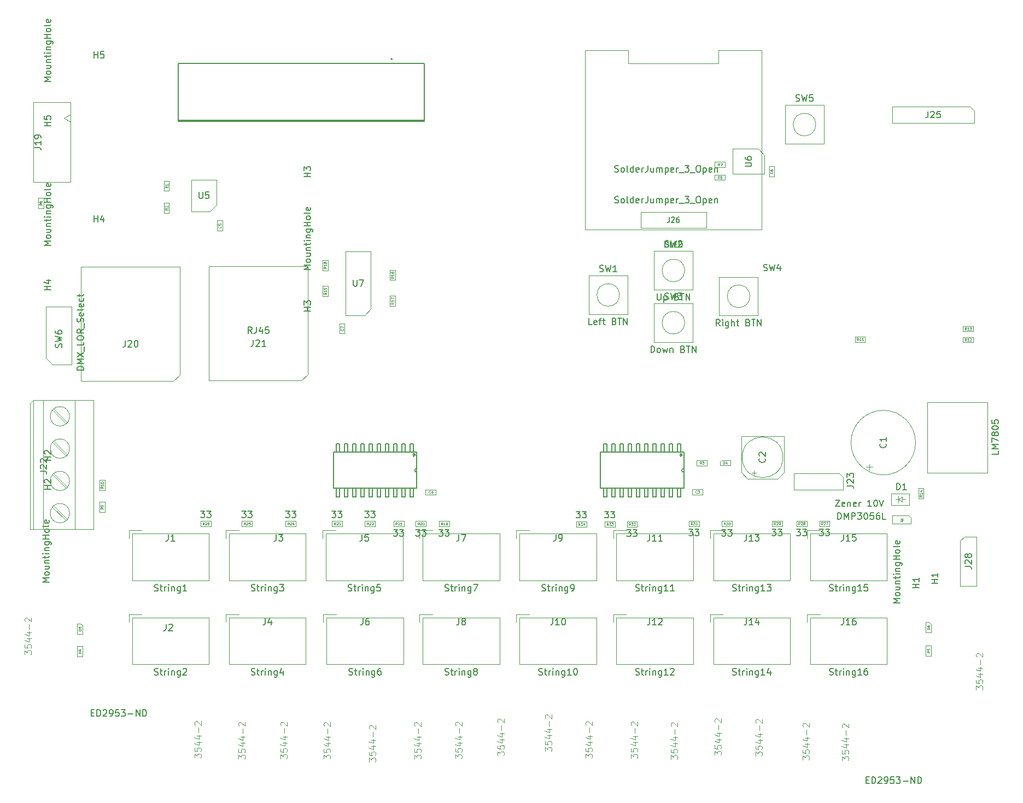
<source format=gbr>
G04 #@! TF.GenerationSoftware,KiCad,Pcbnew,(6.0.5)*
G04 #@! TF.CreationDate,2022-05-19T23:49:42-04:00*
G04 #@! TF.ProjectId,BBB_16,4242425f-3136-42e6-9b69-6361645f7063,v2*
G04 #@! TF.SameCoordinates,Original*
G04 #@! TF.FileFunction,AssemblyDrawing,Top*
%FSLAX46Y46*%
G04 Gerber Fmt 4.6, Leading zero omitted, Abs format (unit mm)*
G04 Created by KiCad (PCBNEW (6.0.5)) date 2022-05-19 23:49:42*
%MOMM*%
%LPD*%
G01*
G04 APERTURE LIST*
%ADD10C,0.060000*%
%ADD11C,0.050000*%
%ADD12C,0.150000*%
%ADD13C,0.100000*%
%ADD14C,0.152400*%
%ADD15C,0.120000*%
%ADD16C,0.127000*%
%ADD17C,0.200000*%
G04 APERTURE END LIST*
D10*
X132825333Y-106092657D02*
X132806285Y-106111704D01*
X132749142Y-106130752D01*
X132711047Y-106130752D01*
X132653904Y-106111704D01*
X132615809Y-106073609D01*
X132596761Y-106035514D01*
X132577714Y-105959323D01*
X132577714Y-105902180D01*
X132596761Y-105825990D01*
X132615809Y-105787895D01*
X132653904Y-105749800D01*
X132711047Y-105730752D01*
X132749142Y-105730752D01*
X132806285Y-105749800D01*
X132825333Y-105768847D01*
X133168190Y-105864085D02*
X133168190Y-106130752D01*
X133072952Y-105711704D02*
X132977714Y-105997419D01*
X133225333Y-105997419D01*
D11*
X70034980Y-131070742D02*
X70034980Y-130451695D01*
X70415933Y-130785028D01*
X70415933Y-130642171D01*
X70463552Y-130546933D01*
X70511171Y-130499314D01*
X70606409Y-130451695D01*
X70844504Y-130451695D01*
X70939742Y-130499314D01*
X70987361Y-130546933D01*
X71034980Y-130642171D01*
X71034980Y-130927885D01*
X70987361Y-131023123D01*
X70939742Y-131070742D01*
X70034980Y-129546933D02*
X70034980Y-130023123D01*
X70511171Y-130070742D01*
X70463552Y-130023123D01*
X70415933Y-129927885D01*
X70415933Y-129689790D01*
X70463552Y-129594552D01*
X70511171Y-129546933D01*
X70606409Y-129499314D01*
X70844504Y-129499314D01*
X70939742Y-129546933D01*
X70987361Y-129594552D01*
X71034980Y-129689790D01*
X71034980Y-129927885D01*
X70987361Y-130023123D01*
X70939742Y-130070742D01*
X70368314Y-128642171D02*
X71034980Y-128642171D01*
X69987361Y-128880266D02*
X70701647Y-129118361D01*
X70701647Y-128499314D01*
X70368314Y-127689790D02*
X71034980Y-127689790D01*
X69987361Y-127927885D02*
X70701647Y-128165980D01*
X70701647Y-127546933D01*
X70654028Y-127165980D02*
X70654028Y-126404076D01*
X70130219Y-125975504D02*
X70082600Y-125927885D01*
X70034980Y-125832647D01*
X70034980Y-125594552D01*
X70082600Y-125499314D01*
X70130219Y-125451695D01*
X70225457Y-125404076D01*
X70320695Y-125404076D01*
X70463552Y-125451695D01*
X71034980Y-126023123D01*
X71034980Y-125404076D01*
D12*
X90100000Y-134204761D02*
X90242857Y-134252380D01*
X90480952Y-134252380D01*
X90576190Y-134204761D01*
X90623809Y-134157142D01*
X90671428Y-134061904D01*
X90671428Y-133966666D01*
X90623809Y-133871428D01*
X90576190Y-133823809D01*
X90480952Y-133776190D01*
X90290476Y-133728571D01*
X90195238Y-133680952D01*
X90147619Y-133633333D01*
X90100000Y-133538095D01*
X90100000Y-133442857D01*
X90147619Y-133347619D01*
X90195238Y-133300000D01*
X90290476Y-133252380D01*
X90528571Y-133252380D01*
X90671428Y-133300000D01*
X90957142Y-133585714D02*
X91338095Y-133585714D01*
X91100000Y-133252380D02*
X91100000Y-134109523D01*
X91147619Y-134204761D01*
X91242857Y-134252380D01*
X91338095Y-134252380D01*
X91671428Y-134252380D02*
X91671428Y-133585714D01*
X91671428Y-133776190D02*
X91719047Y-133680952D01*
X91766666Y-133633333D01*
X91861904Y-133585714D01*
X91957142Y-133585714D01*
X92290476Y-134252380D02*
X92290476Y-133585714D01*
X92290476Y-133252380D02*
X92242857Y-133300000D01*
X92290476Y-133347619D01*
X92338095Y-133300000D01*
X92290476Y-133252380D01*
X92290476Y-133347619D01*
X92766666Y-133585714D02*
X92766666Y-134252380D01*
X92766666Y-133680952D02*
X92814285Y-133633333D01*
X92909523Y-133585714D01*
X93052380Y-133585714D01*
X93147619Y-133633333D01*
X93195238Y-133728571D01*
X93195238Y-134252380D01*
X94100000Y-133585714D02*
X94100000Y-134395238D01*
X94052380Y-134490476D01*
X94004761Y-134538095D01*
X93909523Y-134585714D01*
X93766666Y-134585714D01*
X93671428Y-134538095D01*
X94100000Y-134204761D02*
X94004761Y-134252380D01*
X93814285Y-134252380D01*
X93719047Y-134204761D01*
X93671428Y-134157142D01*
X93623809Y-134061904D01*
X93623809Y-133776190D01*
X93671428Y-133680952D01*
X93719047Y-133633333D01*
X93814285Y-133585714D01*
X94004761Y-133585714D01*
X94100000Y-133633333D01*
X94528571Y-133347619D02*
X94576190Y-133300000D01*
X94671428Y-133252380D01*
X94909523Y-133252380D01*
X95004761Y-133300000D01*
X95052380Y-133347619D01*
X95100000Y-133442857D01*
X95100000Y-133538095D01*
X95052380Y-133680952D01*
X94480952Y-134252380D01*
X95100000Y-134252380D01*
X91925166Y-126393680D02*
X91925166Y-127107966D01*
X91877547Y-127250823D01*
X91782309Y-127346061D01*
X91639452Y-127393680D01*
X91544214Y-127393680D01*
X92353738Y-126488919D02*
X92401357Y-126441300D01*
X92496595Y-126393680D01*
X92734690Y-126393680D01*
X92829928Y-126441300D01*
X92877547Y-126488919D01*
X92925166Y-126584157D01*
X92925166Y-126679395D01*
X92877547Y-126822252D01*
X92306119Y-127393680D01*
X92925166Y-127393680D01*
X120100000Y-121204761D02*
X120242857Y-121252380D01*
X120480952Y-121252380D01*
X120576190Y-121204761D01*
X120623809Y-121157142D01*
X120671428Y-121061904D01*
X120671428Y-120966666D01*
X120623809Y-120871428D01*
X120576190Y-120823809D01*
X120480952Y-120776190D01*
X120290476Y-120728571D01*
X120195238Y-120680952D01*
X120147619Y-120633333D01*
X120100000Y-120538095D01*
X120100000Y-120442857D01*
X120147619Y-120347619D01*
X120195238Y-120300000D01*
X120290476Y-120252380D01*
X120528571Y-120252380D01*
X120671428Y-120300000D01*
X120957142Y-120585714D02*
X121338095Y-120585714D01*
X121100000Y-120252380D02*
X121100000Y-121109523D01*
X121147619Y-121204761D01*
X121242857Y-121252380D01*
X121338095Y-121252380D01*
X121671428Y-121252380D02*
X121671428Y-120585714D01*
X121671428Y-120776190D02*
X121719047Y-120680952D01*
X121766666Y-120633333D01*
X121861904Y-120585714D01*
X121957142Y-120585714D01*
X122290476Y-121252380D02*
X122290476Y-120585714D01*
X122290476Y-120252380D02*
X122242857Y-120300000D01*
X122290476Y-120347619D01*
X122338095Y-120300000D01*
X122290476Y-120252380D01*
X122290476Y-120347619D01*
X122766666Y-120585714D02*
X122766666Y-121252380D01*
X122766666Y-120680952D02*
X122814285Y-120633333D01*
X122909523Y-120585714D01*
X123052380Y-120585714D01*
X123147619Y-120633333D01*
X123195238Y-120728571D01*
X123195238Y-121252380D01*
X124100000Y-120585714D02*
X124100000Y-121395238D01*
X124052380Y-121490476D01*
X124004761Y-121538095D01*
X123909523Y-121585714D01*
X123766666Y-121585714D01*
X123671428Y-121538095D01*
X124100000Y-121204761D02*
X124004761Y-121252380D01*
X123814285Y-121252380D01*
X123719047Y-121204761D01*
X123671428Y-121157142D01*
X123623809Y-121061904D01*
X123623809Y-120776190D01*
X123671428Y-120680952D01*
X123719047Y-120633333D01*
X123814285Y-120585714D01*
X124004761Y-120585714D01*
X124100000Y-120633333D01*
X125052380Y-120252380D02*
X124576190Y-120252380D01*
X124528571Y-120728571D01*
X124576190Y-120680952D01*
X124671428Y-120633333D01*
X124909523Y-120633333D01*
X125004761Y-120680952D01*
X125052380Y-120728571D01*
X125100000Y-120823809D01*
X125100000Y-121061904D01*
X125052380Y-121157142D01*
X125004761Y-121204761D01*
X124909523Y-121252380D01*
X124671428Y-121252380D01*
X124576190Y-121204761D01*
X124528571Y-121157142D01*
X122266666Y-112502380D02*
X122266666Y-113216666D01*
X122219047Y-113359523D01*
X122123809Y-113454761D01*
X121980952Y-113502380D01*
X121885714Y-113502380D01*
X123219047Y-112502380D02*
X122742857Y-112502380D01*
X122695238Y-112978571D01*
X122742857Y-112930952D01*
X122838095Y-112883333D01*
X123076190Y-112883333D01*
X123171428Y-112930952D01*
X123219047Y-112978571D01*
X123266666Y-113073809D01*
X123266666Y-113311904D01*
X123219047Y-113407142D01*
X123171428Y-113454761D01*
X123076190Y-113502380D01*
X122838095Y-113502380D01*
X122742857Y-113454761D01*
X122695238Y-113407142D01*
X120214342Y-134204761D02*
X120357199Y-134252380D01*
X120595294Y-134252380D01*
X120690532Y-134204761D01*
X120738151Y-134157142D01*
X120785770Y-134061904D01*
X120785770Y-133966666D01*
X120738151Y-133871428D01*
X120690532Y-133823809D01*
X120595294Y-133776190D01*
X120404818Y-133728571D01*
X120309580Y-133680952D01*
X120261961Y-133633333D01*
X120214342Y-133538095D01*
X120214342Y-133442857D01*
X120261961Y-133347619D01*
X120309580Y-133300000D01*
X120404818Y-133252380D01*
X120642913Y-133252380D01*
X120785770Y-133300000D01*
X121071484Y-133585714D02*
X121452437Y-133585714D01*
X121214342Y-133252380D02*
X121214342Y-134109523D01*
X121261961Y-134204761D01*
X121357199Y-134252380D01*
X121452437Y-134252380D01*
X121785770Y-134252380D02*
X121785770Y-133585714D01*
X121785770Y-133776190D02*
X121833389Y-133680952D01*
X121881008Y-133633333D01*
X121976246Y-133585714D01*
X122071484Y-133585714D01*
X122404818Y-134252380D02*
X122404818Y-133585714D01*
X122404818Y-133252380D02*
X122357199Y-133300000D01*
X122404818Y-133347619D01*
X122452437Y-133300000D01*
X122404818Y-133252380D01*
X122404818Y-133347619D01*
X122881008Y-133585714D02*
X122881008Y-134252380D01*
X122881008Y-133680952D02*
X122928627Y-133633333D01*
X123023865Y-133585714D01*
X123166722Y-133585714D01*
X123261961Y-133633333D01*
X123309580Y-133728571D01*
X123309580Y-134252380D01*
X124214342Y-133585714D02*
X124214342Y-134395238D01*
X124166722Y-134490476D01*
X124119103Y-134538095D01*
X124023865Y-134585714D01*
X123881008Y-134585714D01*
X123785770Y-134538095D01*
X124214342Y-134204761D02*
X124119103Y-134252380D01*
X123928627Y-134252380D01*
X123833389Y-134204761D01*
X123785770Y-134157142D01*
X123738151Y-134061904D01*
X123738151Y-133776190D01*
X123785770Y-133680952D01*
X123833389Y-133633333D01*
X123928627Y-133585714D01*
X124119103Y-133585714D01*
X124214342Y-133633333D01*
X125119103Y-133252380D02*
X124928627Y-133252380D01*
X124833389Y-133300000D01*
X124785770Y-133347619D01*
X124690532Y-133490476D01*
X124642913Y-133680952D01*
X124642913Y-134061904D01*
X124690532Y-134157142D01*
X124738151Y-134204761D01*
X124833389Y-134252380D01*
X125023865Y-134252380D01*
X125119103Y-134204761D01*
X125166722Y-134157142D01*
X125214342Y-134061904D01*
X125214342Y-133823809D01*
X125166722Y-133728571D01*
X125119103Y-133680952D01*
X125023865Y-133633333D01*
X124833389Y-133633333D01*
X124738151Y-133680952D01*
X124690532Y-133728571D01*
X124642913Y-133823809D01*
X122381008Y-125502380D02*
X122381008Y-126216666D01*
X122333389Y-126359523D01*
X122238151Y-126454761D01*
X122095294Y-126502380D01*
X122000056Y-126502380D01*
X123285770Y-125502380D02*
X123095294Y-125502380D01*
X123000056Y-125550000D01*
X122952437Y-125597619D01*
X122857199Y-125740476D01*
X122809580Y-125930952D01*
X122809580Y-126311904D01*
X122857199Y-126407142D01*
X122904818Y-126454761D01*
X123000056Y-126502380D01*
X123190532Y-126502380D01*
X123285770Y-126454761D01*
X123333389Y-126407142D01*
X123381008Y-126311904D01*
X123381008Y-126073809D01*
X123333389Y-125978571D01*
X123285770Y-125930952D01*
X123190532Y-125883333D01*
X123000056Y-125883333D01*
X122904818Y-125930952D01*
X122857199Y-125978571D01*
X122809580Y-126073809D01*
X135100000Y-121204761D02*
X135242857Y-121252380D01*
X135480952Y-121252380D01*
X135576190Y-121204761D01*
X135623809Y-121157142D01*
X135671428Y-121061904D01*
X135671428Y-120966666D01*
X135623809Y-120871428D01*
X135576190Y-120823809D01*
X135480952Y-120776190D01*
X135290476Y-120728571D01*
X135195238Y-120680952D01*
X135147619Y-120633333D01*
X135100000Y-120538095D01*
X135100000Y-120442857D01*
X135147619Y-120347619D01*
X135195238Y-120300000D01*
X135290476Y-120252380D01*
X135528571Y-120252380D01*
X135671428Y-120300000D01*
X135957142Y-120585714D02*
X136338095Y-120585714D01*
X136100000Y-120252380D02*
X136100000Y-121109523D01*
X136147619Y-121204761D01*
X136242857Y-121252380D01*
X136338095Y-121252380D01*
X136671428Y-121252380D02*
X136671428Y-120585714D01*
X136671428Y-120776190D02*
X136719047Y-120680952D01*
X136766666Y-120633333D01*
X136861904Y-120585714D01*
X136957142Y-120585714D01*
X137290476Y-121252380D02*
X137290476Y-120585714D01*
X137290476Y-120252380D02*
X137242857Y-120300000D01*
X137290476Y-120347619D01*
X137338095Y-120300000D01*
X137290476Y-120252380D01*
X137290476Y-120347619D01*
X137766666Y-120585714D02*
X137766666Y-121252380D01*
X137766666Y-120680952D02*
X137814285Y-120633333D01*
X137909523Y-120585714D01*
X138052380Y-120585714D01*
X138147619Y-120633333D01*
X138195238Y-120728571D01*
X138195238Y-121252380D01*
X139100000Y-120585714D02*
X139100000Y-121395238D01*
X139052380Y-121490476D01*
X139004761Y-121538095D01*
X138909523Y-121585714D01*
X138766666Y-121585714D01*
X138671428Y-121538095D01*
X139100000Y-121204761D02*
X139004761Y-121252380D01*
X138814285Y-121252380D01*
X138719047Y-121204761D01*
X138671428Y-121157142D01*
X138623809Y-121061904D01*
X138623809Y-120776190D01*
X138671428Y-120680952D01*
X138719047Y-120633333D01*
X138814285Y-120585714D01*
X139004761Y-120585714D01*
X139100000Y-120633333D01*
X139480952Y-120252380D02*
X140147619Y-120252380D01*
X139719047Y-121252380D01*
X137266666Y-112502380D02*
X137266666Y-113216666D01*
X137219047Y-113359523D01*
X137123809Y-113454761D01*
X136980952Y-113502380D01*
X136885714Y-113502380D01*
X137647619Y-112502380D02*
X138314285Y-112502380D01*
X137885714Y-113502380D01*
X135100000Y-134204761D02*
X135242857Y-134252380D01*
X135480952Y-134252380D01*
X135576190Y-134204761D01*
X135623809Y-134157142D01*
X135671428Y-134061904D01*
X135671428Y-133966666D01*
X135623809Y-133871428D01*
X135576190Y-133823809D01*
X135480952Y-133776190D01*
X135290476Y-133728571D01*
X135195238Y-133680952D01*
X135147619Y-133633333D01*
X135100000Y-133538095D01*
X135100000Y-133442857D01*
X135147619Y-133347619D01*
X135195238Y-133300000D01*
X135290476Y-133252380D01*
X135528571Y-133252380D01*
X135671428Y-133300000D01*
X135957142Y-133585714D02*
X136338095Y-133585714D01*
X136100000Y-133252380D02*
X136100000Y-134109523D01*
X136147619Y-134204761D01*
X136242857Y-134252380D01*
X136338095Y-134252380D01*
X136671428Y-134252380D02*
X136671428Y-133585714D01*
X136671428Y-133776190D02*
X136719047Y-133680952D01*
X136766666Y-133633333D01*
X136861904Y-133585714D01*
X136957142Y-133585714D01*
X137290476Y-134252380D02*
X137290476Y-133585714D01*
X137290476Y-133252380D02*
X137242857Y-133300000D01*
X137290476Y-133347619D01*
X137338095Y-133300000D01*
X137290476Y-133252380D01*
X137290476Y-133347619D01*
X137766666Y-133585714D02*
X137766666Y-134252380D01*
X137766666Y-133680952D02*
X137814285Y-133633333D01*
X137909523Y-133585714D01*
X138052380Y-133585714D01*
X138147619Y-133633333D01*
X138195238Y-133728571D01*
X138195238Y-134252380D01*
X139100000Y-133585714D02*
X139100000Y-134395238D01*
X139052380Y-134490476D01*
X139004761Y-134538095D01*
X138909523Y-134585714D01*
X138766666Y-134585714D01*
X138671428Y-134538095D01*
X139100000Y-134204761D02*
X139004761Y-134252380D01*
X138814285Y-134252380D01*
X138719047Y-134204761D01*
X138671428Y-134157142D01*
X138623809Y-134061904D01*
X138623809Y-133776190D01*
X138671428Y-133680952D01*
X138719047Y-133633333D01*
X138814285Y-133585714D01*
X139004761Y-133585714D01*
X139100000Y-133633333D01*
X139719047Y-133680952D02*
X139623809Y-133633333D01*
X139576190Y-133585714D01*
X139528571Y-133490476D01*
X139528571Y-133442857D01*
X139576190Y-133347619D01*
X139623809Y-133300000D01*
X139719047Y-133252380D01*
X139909523Y-133252380D01*
X140004761Y-133300000D01*
X140052380Y-133347619D01*
X140100000Y-133442857D01*
X140100000Y-133490476D01*
X140052380Y-133585714D01*
X140004761Y-133633333D01*
X139909523Y-133680952D01*
X139719047Y-133680952D01*
X139623809Y-133728571D01*
X139576190Y-133776190D01*
X139528571Y-133871428D01*
X139528571Y-134061904D01*
X139576190Y-134157142D01*
X139623809Y-134204761D01*
X139719047Y-134252380D01*
X139909523Y-134252380D01*
X140004761Y-134204761D01*
X140052380Y-134157142D01*
X140100000Y-134061904D01*
X140100000Y-133871428D01*
X140052380Y-133776190D01*
X140004761Y-133728571D01*
X139909523Y-133680952D01*
X137266666Y-125502380D02*
X137266666Y-126216666D01*
X137219047Y-126359523D01*
X137123809Y-126454761D01*
X136980952Y-126502380D01*
X136885714Y-126502380D01*
X137885714Y-125930952D02*
X137790476Y-125883333D01*
X137742857Y-125835714D01*
X137695238Y-125740476D01*
X137695238Y-125692857D01*
X137742857Y-125597619D01*
X137790476Y-125550000D01*
X137885714Y-125502380D01*
X138076190Y-125502380D01*
X138171428Y-125550000D01*
X138219047Y-125597619D01*
X138266666Y-125692857D01*
X138266666Y-125740476D01*
X138219047Y-125835714D01*
X138171428Y-125883333D01*
X138076190Y-125930952D01*
X137885714Y-125930952D01*
X137790476Y-125978571D01*
X137742857Y-126026190D01*
X137695238Y-126121428D01*
X137695238Y-126311904D01*
X137742857Y-126407142D01*
X137790476Y-126454761D01*
X137885714Y-126502380D01*
X138076190Y-126502380D01*
X138171428Y-126454761D01*
X138219047Y-126407142D01*
X138266666Y-126311904D01*
X138266666Y-126121428D01*
X138219047Y-126026190D01*
X138171428Y-125978571D01*
X138076190Y-125930952D01*
X150100000Y-121204761D02*
X150242857Y-121252380D01*
X150480952Y-121252380D01*
X150576190Y-121204761D01*
X150623809Y-121157142D01*
X150671428Y-121061904D01*
X150671428Y-120966666D01*
X150623809Y-120871428D01*
X150576190Y-120823809D01*
X150480952Y-120776190D01*
X150290476Y-120728571D01*
X150195238Y-120680952D01*
X150147619Y-120633333D01*
X150100000Y-120538095D01*
X150100000Y-120442857D01*
X150147619Y-120347619D01*
X150195238Y-120300000D01*
X150290476Y-120252380D01*
X150528571Y-120252380D01*
X150671428Y-120300000D01*
X150957142Y-120585714D02*
X151338095Y-120585714D01*
X151100000Y-120252380D02*
X151100000Y-121109523D01*
X151147619Y-121204761D01*
X151242857Y-121252380D01*
X151338095Y-121252380D01*
X151671428Y-121252380D02*
X151671428Y-120585714D01*
X151671428Y-120776190D02*
X151719047Y-120680952D01*
X151766666Y-120633333D01*
X151861904Y-120585714D01*
X151957142Y-120585714D01*
X152290476Y-121252380D02*
X152290476Y-120585714D01*
X152290476Y-120252380D02*
X152242857Y-120300000D01*
X152290476Y-120347619D01*
X152338095Y-120300000D01*
X152290476Y-120252380D01*
X152290476Y-120347619D01*
X152766666Y-120585714D02*
X152766666Y-121252380D01*
X152766666Y-120680952D02*
X152814285Y-120633333D01*
X152909523Y-120585714D01*
X153052380Y-120585714D01*
X153147619Y-120633333D01*
X153195238Y-120728571D01*
X153195238Y-121252380D01*
X154100000Y-120585714D02*
X154100000Y-121395238D01*
X154052380Y-121490476D01*
X154004761Y-121538095D01*
X153909523Y-121585714D01*
X153766666Y-121585714D01*
X153671428Y-121538095D01*
X154100000Y-121204761D02*
X154004761Y-121252380D01*
X153814285Y-121252380D01*
X153719047Y-121204761D01*
X153671428Y-121157142D01*
X153623809Y-121061904D01*
X153623809Y-120776190D01*
X153671428Y-120680952D01*
X153719047Y-120633333D01*
X153814285Y-120585714D01*
X154004761Y-120585714D01*
X154100000Y-120633333D01*
X154623809Y-121252380D02*
X154814285Y-121252380D01*
X154909523Y-121204761D01*
X154957142Y-121157142D01*
X155052380Y-121014285D01*
X155100000Y-120823809D01*
X155100000Y-120442857D01*
X155052380Y-120347619D01*
X155004761Y-120300000D01*
X154909523Y-120252380D01*
X154719047Y-120252380D01*
X154623809Y-120300000D01*
X154576190Y-120347619D01*
X154528571Y-120442857D01*
X154528571Y-120680952D01*
X154576190Y-120776190D01*
X154623809Y-120823809D01*
X154719047Y-120871428D01*
X154909523Y-120871428D01*
X155004761Y-120823809D01*
X155052380Y-120776190D01*
X155100000Y-120680952D01*
X152266666Y-112502380D02*
X152266666Y-113216666D01*
X152219047Y-113359523D01*
X152123809Y-113454761D01*
X151980952Y-113502380D01*
X151885714Y-113502380D01*
X152790476Y-113502380D02*
X152980952Y-113502380D01*
X153076190Y-113454761D01*
X153123809Y-113407142D01*
X153219047Y-113264285D01*
X153266666Y-113073809D01*
X153266666Y-112692857D01*
X153219047Y-112597619D01*
X153171428Y-112550000D01*
X153076190Y-112502380D01*
X152885714Y-112502380D01*
X152790476Y-112550000D01*
X152742857Y-112597619D01*
X152695238Y-112692857D01*
X152695238Y-112930952D01*
X152742857Y-113026190D01*
X152790476Y-113073809D01*
X152885714Y-113121428D01*
X153076190Y-113121428D01*
X153171428Y-113073809D01*
X153219047Y-113026190D01*
X153266666Y-112930952D01*
X149623809Y-134204761D02*
X149766666Y-134252380D01*
X150004761Y-134252380D01*
X150100000Y-134204761D01*
X150147619Y-134157142D01*
X150195238Y-134061904D01*
X150195238Y-133966666D01*
X150147619Y-133871428D01*
X150100000Y-133823809D01*
X150004761Y-133776190D01*
X149814285Y-133728571D01*
X149719047Y-133680952D01*
X149671428Y-133633333D01*
X149623809Y-133538095D01*
X149623809Y-133442857D01*
X149671428Y-133347619D01*
X149719047Y-133300000D01*
X149814285Y-133252380D01*
X150052380Y-133252380D01*
X150195238Y-133300000D01*
X150480952Y-133585714D02*
X150861904Y-133585714D01*
X150623809Y-133252380D02*
X150623809Y-134109523D01*
X150671428Y-134204761D01*
X150766666Y-134252380D01*
X150861904Y-134252380D01*
X151195238Y-134252380D02*
X151195238Y-133585714D01*
X151195238Y-133776190D02*
X151242857Y-133680952D01*
X151290476Y-133633333D01*
X151385714Y-133585714D01*
X151480952Y-133585714D01*
X151814285Y-134252380D02*
X151814285Y-133585714D01*
X151814285Y-133252380D02*
X151766666Y-133300000D01*
X151814285Y-133347619D01*
X151861904Y-133300000D01*
X151814285Y-133252380D01*
X151814285Y-133347619D01*
X152290476Y-133585714D02*
X152290476Y-134252380D01*
X152290476Y-133680952D02*
X152338095Y-133633333D01*
X152433333Y-133585714D01*
X152576190Y-133585714D01*
X152671428Y-133633333D01*
X152719047Y-133728571D01*
X152719047Y-134252380D01*
X153623809Y-133585714D02*
X153623809Y-134395238D01*
X153576190Y-134490476D01*
X153528571Y-134538095D01*
X153433333Y-134585714D01*
X153290476Y-134585714D01*
X153195238Y-134538095D01*
X153623809Y-134204761D02*
X153528571Y-134252380D01*
X153338095Y-134252380D01*
X153242857Y-134204761D01*
X153195238Y-134157142D01*
X153147619Y-134061904D01*
X153147619Y-133776190D01*
X153195238Y-133680952D01*
X153242857Y-133633333D01*
X153338095Y-133585714D01*
X153528571Y-133585714D01*
X153623809Y-133633333D01*
X154623809Y-134252380D02*
X154052380Y-134252380D01*
X154338095Y-134252380D02*
X154338095Y-133252380D01*
X154242857Y-133395238D01*
X154147619Y-133490476D01*
X154052380Y-133538095D01*
X155242857Y-133252380D02*
X155338095Y-133252380D01*
X155433333Y-133300000D01*
X155480952Y-133347619D01*
X155528571Y-133442857D01*
X155576190Y-133633333D01*
X155576190Y-133871428D01*
X155528571Y-134061904D01*
X155480952Y-134157142D01*
X155433333Y-134204761D01*
X155338095Y-134252380D01*
X155242857Y-134252380D01*
X155147619Y-134204761D01*
X155100000Y-134157142D01*
X155052380Y-134061904D01*
X155004761Y-133871428D01*
X155004761Y-133633333D01*
X155052380Y-133442857D01*
X155100000Y-133347619D01*
X155147619Y-133300000D01*
X155242857Y-133252380D01*
X151790476Y-125502380D02*
X151790476Y-126216666D01*
X151742857Y-126359523D01*
X151647619Y-126454761D01*
X151504761Y-126502380D01*
X151409523Y-126502380D01*
X152790476Y-126502380D02*
X152219047Y-126502380D01*
X152504761Y-126502380D02*
X152504761Y-125502380D01*
X152409523Y-125645238D01*
X152314285Y-125740476D01*
X152219047Y-125788095D01*
X153409523Y-125502380D02*
X153504761Y-125502380D01*
X153600000Y-125550000D01*
X153647619Y-125597619D01*
X153695238Y-125692857D01*
X153742857Y-125883333D01*
X153742857Y-126121428D01*
X153695238Y-126311904D01*
X153647619Y-126407142D01*
X153600000Y-126454761D01*
X153504761Y-126502380D01*
X153409523Y-126502380D01*
X153314285Y-126454761D01*
X153266666Y-126407142D01*
X153219047Y-126311904D01*
X153171428Y-126121428D01*
X153171428Y-125883333D01*
X153219047Y-125692857D01*
X153266666Y-125597619D01*
X153314285Y-125550000D01*
X153409523Y-125502380D01*
X164623809Y-121204761D02*
X164766666Y-121252380D01*
X165004761Y-121252380D01*
X165100000Y-121204761D01*
X165147619Y-121157142D01*
X165195238Y-121061904D01*
X165195238Y-120966666D01*
X165147619Y-120871428D01*
X165100000Y-120823809D01*
X165004761Y-120776190D01*
X164814285Y-120728571D01*
X164719047Y-120680952D01*
X164671428Y-120633333D01*
X164623809Y-120538095D01*
X164623809Y-120442857D01*
X164671428Y-120347619D01*
X164719047Y-120300000D01*
X164814285Y-120252380D01*
X165052380Y-120252380D01*
X165195238Y-120300000D01*
X165480952Y-120585714D02*
X165861904Y-120585714D01*
X165623809Y-120252380D02*
X165623809Y-121109523D01*
X165671428Y-121204761D01*
X165766666Y-121252380D01*
X165861904Y-121252380D01*
X166195238Y-121252380D02*
X166195238Y-120585714D01*
X166195238Y-120776190D02*
X166242857Y-120680952D01*
X166290476Y-120633333D01*
X166385714Y-120585714D01*
X166480952Y-120585714D01*
X166814285Y-121252380D02*
X166814285Y-120585714D01*
X166814285Y-120252380D02*
X166766666Y-120300000D01*
X166814285Y-120347619D01*
X166861904Y-120300000D01*
X166814285Y-120252380D01*
X166814285Y-120347619D01*
X167290476Y-120585714D02*
X167290476Y-121252380D01*
X167290476Y-120680952D02*
X167338095Y-120633333D01*
X167433333Y-120585714D01*
X167576190Y-120585714D01*
X167671428Y-120633333D01*
X167719047Y-120728571D01*
X167719047Y-121252380D01*
X168623809Y-120585714D02*
X168623809Y-121395238D01*
X168576190Y-121490476D01*
X168528571Y-121538095D01*
X168433333Y-121585714D01*
X168290476Y-121585714D01*
X168195238Y-121538095D01*
X168623809Y-121204761D02*
X168528571Y-121252380D01*
X168338095Y-121252380D01*
X168242857Y-121204761D01*
X168195238Y-121157142D01*
X168147619Y-121061904D01*
X168147619Y-120776190D01*
X168195238Y-120680952D01*
X168242857Y-120633333D01*
X168338095Y-120585714D01*
X168528571Y-120585714D01*
X168623809Y-120633333D01*
X169623809Y-121252380D02*
X169052380Y-121252380D01*
X169338095Y-121252380D02*
X169338095Y-120252380D01*
X169242857Y-120395238D01*
X169147619Y-120490476D01*
X169052380Y-120538095D01*
X170576190Y-121252380D02*
X170004761Y-121252380D01*
X170290476Y-121252380D02*
X170290476Y-120252380D01*
X170195238Y-120395238D01*
X170100000Y-120490476D01*
X170004761Y-120538095D01*
X166790476Y-112502380D02*
X166790476Y-113216666D01*
X166742857Y-113359523D01*
X166647619Y-113454761D01*
X166504761Y-113502380D01*
X166409523Y-113502380D01*
X167790476Y-113502380D02*
X167219047Y-113502380D01*
X167504761Y-113502380D02*
X167504761Y-112502380D01*
X167409523Y-112645238D01*
X167314285Y-112740476D01*
X167219047Y-112788095D01*
X168742857Y-113502380D02*
X168171428Y-113502380D01*
X168457142Y-113502380D02*
X168457142Y-112502380D01*
X168361904Y-112645238D01*
X168266666Y-112740476D01*
X168171428Y-112788095D01*
X164623809Y-134204761D02*
X164766666Y-134252380D01*
X165004761Y-134252380D01*
X165100000Y-134204761D01*
X165147619Y-134157142D01*
X165195238Y-134061904D01*
X165195238Y-133966666D01*
X165147619Y-133871428D01*
X165100000Y-133823809D01*
X165004761Y-133776190D01*
X164814285Y-133728571D01*
X164719047Y-133680952D01*
X164671428Y-133633333D01*
X164623809Y-133538095D01*
X164623809Y-133442857D01*
X164671428Y-133347619D01*
X164719047Y-133300000D01*
X164814285Y-133252380D01*
X165052380Y-133252380D01*
X165195238Y-133300000D01*
X165480952Y-133585714D02*
X165861904Y-133585714D01*
X165623809Y-133252380D02*
X165623809Y-134109523D01*
X165671428Y-134204761D01*
X165766666Y-134252380D01*
X165861904Y-134252380D01*
X166195238Y-134252380D02*
X166195238Y-133585714D01*
X166195238Y-133776190D02*
X166242857Y-133680952D01*
X166290476Y-133633333D01*
X166385714Y-133585714D01*
X166480952Y-133585714D01*
X166814285Y-134252380D02*
X166814285Y-133585714D01*
X166814285Y-133252380D02*
X166766666Y-133300000D01*
X166814285Y-133347619D01*
X166861904Y-133300000D01*
X166814285Y-133252380D01*
X166814285Y-133347619D01*
X167290476Y-133585714D02*
X167290476Y-134252380D01*
X167290476Y-133680952D02*
X167338095Y-133633333D01*
X167433333Y-133585714D01*
X167576190Y-133585714D01*
X167671428Y-133633333D01*
X167719047Y-133728571D01*
X167719047Y-134252380D01*
X168623809Y-133585714D02*
X168623809Y-134395238D01*
X168576190Y-134490476D01*
X168528571Y-134538095D01*
X168433333Y-134585714D01*
X168290476Y-134585714D01*
X168195238Y-134538095D01*
X168623809Y-134204761D02*
X168528571Y-134252380D01*
X168338095Y-134252380D01*
X168242857Y-134204761D01*
X168195238Y-134157142D01*
X168147619Y-134061904D01*
X168147619Y-133776190D01*
X168195238Y-133680952D01*
X168242857Y-133633333D01*
X168338095Y-133585714D01*
X168528571Y-133585714D01*
X168623809Y-133633333D01*
X169623809Y-134252380D02*
X169052380Y-134252380D01*
X169338095Y-134252380D02*
X169338095Y-133252380D01*
X169242857Y-133395238D01*
X169147619Y-133490476D01*
X169052380Y-133538095D01*
X170004761Y-133347619D02*
X170052380Y-133300000D01*
X170147619Y-133252380D01*
X170385714Y-133252380D01*
X170480952Y-133300000D01*
X170528571Y-133347619D01*
X170576190Y-133442857D01*
X170576190Y-133538095D01*
X170528571Y-133680952D01*
X169957142Y-134252380D01*
X170576190Y-134252380D01*
X166790476Y-125502380D02*
X166790476Y-126216666D01*
X166742857Y-126359523D01*
X166647619Y-126454761D01*
X166504761Y-126502380D01*
X166409523Y-126502380D01*
X167790476Y-126502380D02*
X167219047Y-126502380D01*
X167504761Y-126502380D02*
X167504761Y-125502380D01*
X167409523Y-125645238D01*
X167314285Y-125740476D01*
X167219047Y-125788095D01*
X168171428Y-125597619D02*
X168219047Y-125550000D01*
X168314285Y-125502380D01*
X168552380Y-125502380D01*
X168647619Y-125550000D01*
X168695238Y-125597619D01*
X168742857Y-125692857D01*
X168742857Y-125788095D01*
X168695238Y-125930952D01*
X168123809Y-126502380D01*
X168742857Y-126502380D01*
X179623809Y-121204761D02*
X179766666Y-121252380D01*
X180004761Y-121252380D01*
X180100000Y-121204761D01*
X180147619Y-121157142D01*
X180195238Y-121061904D01*
X180195238Y-120966666D01*
X180147619Y-120871428D01*
X180100000Y-120823809D01*
X180004761Y-120776190D01*
X179814285Y-120728571D01*
X179719047Y-120680952D01*
X179671428Y-120633333D01*
X179623809Y-120538095D01*
X179623809Y-120442857D01*
X179671428Y-120347619D01*
X179719047Y-120300000D01*
X179814285Y-120252380D01*
X180052380Y-120252380D01*
X180195238Y-120300000D01*
X180480952Y-120585714D02*
X180861904Y-120585714D01*
X180623809Y-120252380D02*
X180623809Y-121109523D01*
X180671428Y-121204761D01*
X180766666Y-121252380D01*
X180861904Y-121252380D01*
X181195238Y-121252380D02*
X181195238Y-120585714D01*
X181195238Y-120776190D02*
X181242857Y-120680952D01*
X181290476Y-120633333D01*
X181385714Y-120585714D01*
X181480952Y-120585714D01*
X181814285Y-121252380D02*
X181814285Y-120585714D01*
X181814285Y-120252380D02*
X181766666Y-120300000D01*
X181814285Y-120347619D01*
X181861904Y-120300000D01*
X181814285Y-120252380D01*
X181814285Y-120347619D01*
X182290476Y-120585714D02*
X182290476Y-121252380D01*
X182290476Y-120680952D02*
X182338095Y-120633333D01*
X182433333Y-120585714D01*
X182576190Y-120585714D01*
X182671428Y-120633333D01*
X182719047Y-120728571D01*
X182719047Y-121252380D01*
X183623809Y-120585714D02*
X183623809Y-121395238D01*
X183576190Y-121490476D01*
X183528571Y-121538095D01*
X183433333Y-121585714D01*
X183290476Y-121585714D01*
X183195238Y-121538095D01*
X183623809Y-121204761D02*
X183528571Y-121252380D01*
X183338095Y-121252380D01*
X183242857Y-121204761D01*
X183195238Y-121157142D01*
X183147619Y-121061904D01*
X183147619Y-120776190D01*
X183195238Y-120680952D01*
X183242857Y-120633333D01*
X183338095Y-120585714D01*
X183528571Y-120585714D01*
X183623809Y-120633333D01*
X184623809Y-121252380D02*
X184052380Y-121252380D01*
X184338095Y-121252380D02*
X184338095Y-120252380D01*
X184242857Y-120395238D01*
X184147619Y-120490476D01*
X184052380Y-120538095D01*
X184957142Y-120252380D02*
X185576190Y-120252380D01*
X185242857Y-120633333D01*
X185385714Y-120633333D01*
X185480952Y-120680952D01*
X185528571Y-120728571D01*
X185576190Y-120823809D01*
X185576190Y-121061904D01*
X185528571Y-121157142D01*
X185480952Y-121204761D01*
X185385714Y-121252380D01*
X185100000Y-121252380D01*
X185004761Y-121204761D01*
X184957142Y-121157142D01*
X181790476Y-112502380D02*
X181790476Y-113216666D01*
X181742857Y-113359523D01*
X181647619Y-113454761D01*
X181504761Y-113502380D01*
X181409523Y-113502380D01*
X182790476Y-113502380D02*
X182219047Y-113502380D01*
X182504761Y-113502380D02*
X182504761Y-112502380D01*
X182409523Y-112645238D01*
X182314285Y-112740476D01*
X182219047Y-112788095D01*
X183123809Y-112502380D02*
X183742857Y-112502380D01*
X183409523Y-112883333D01*
X183552380Y-112883333D01*
X183647619Y-112930952D01*
X183695238Y-112978571D01*
X183742857Y-113073809D01*
X183742857Y-113311904D01*
X183695238Y-113407142D01*
X183647619Y-113454761D01*
X183552380Y-113502380D01*
X183266666Y-113502380D01*
X183171428Y-113454761D01*
X183123809Y-113407142D01*
X179623809Y-134204761D02*
X179766666Y-134252380D01*
X180004761Y-134252380D01*
X180100000Y-134204761D01*
X180147619Y-134157142D01*
X180195238Y-134061904D01*
X180195238Y-133966666D01*
X180147619Y-133871428D01*
X180100000Y-133823809D01*
X180004761Y-133776190D01*
X179814285Y-133728571D01*
X179719047Y-133680952D01*
X179671428Y-133633333D01*
X179623809Y-133538095D01*
X179623809Y-133442857D01*
X179671428Y-133347619D01*
X179719047Y-133300000D01*
X179814285Y-133252380D01*
X180052380Y-133252380D01*
X180195238Y-133300000D01*
X180480952Y-133585714D02*
X180861904Y-133585714D01*
X180623809Y-133252380D02*
X180623809Y-134109523D01*
X180671428Y-134204761D01*
X180766666Y-134252380D01*
X180861904Y-134252380D01*
X181195238Y-134252380D02*
X181195238Y-133585714D01*
X181195238Y-133776190D02*
X181242857Y-133680952D01*
X181290476Y-133633333D01*
X181385714Y-133585714D01*
X181480952Y-133585714D01*
X181814285Y-134252380D02*
X181814285Y-133585714D01*
X181814285Y-133252380D02*
X181766666Y-133300000D01*
X181814285Y-133347619D01*
X181861904Y-133300000D01*
X181814285Y-133252380D01*
X181814285Y-133347619D01*
X182290476Y-133585714D02*
X182290476Y-134252380D01*
X182290476Y-133680952D02*
X182338095Y-133633333D01*
X182433333Y-133585714D01*
X182576190Y-133585714D01*
X182671428Y-133633333D01*
X182719047Y-133728571D01*
X182719047Y-134252380D01*
X183623809Y-133585714D02*
X183623809Y-134395238D01*
X183576190Y-134490476D01*
X183528571Y-134538095D01*
X183433333Y-134585714D01*
X183290476Y-134585714D01*
X183195238Y-134538095D01*
X183623809Y-134204761D02*
X183528571Y-134252380D01*
X183338095Y-134252380D01*
X183242857Y-134204761D01*
X183195238Y-134157142D01*
X183147619Y-134061904D01*
X183147619Y-133776190D01*
X183195238Y-133680952D01*
X183242857Y-133633333D01*
X183338095Y-133585714D01*
X183528571Y-133585714D01*
X183623809Y-133633333D01*
X184623809Y-134252380D02*
X184052380Y-134252380D01*
X184338095Y-134252380D02*
X184338095Y-133252380D01*
X184242857Y-133395238D01*
X184147619Y-133490476D01*
X184052380Y-133538095D01*
X185480952Y-133585714D02*
X185480952Y-134252380D01*
X185242857Y-133204761D02*
X185004761Y-133919047D01*
X185623809Y-133919047D01*
X181790476Y-125502380D02*
X181790476Y-126216666D01*
X181742857Y-126359523D01*
X181647619Y-126454761D01*
X181504761Y-126502380D01*
X181409523Y-126502380D01*
X182790476Y-126502380D02*
X182219047Y-126502380D01*
X182504761Y-126502380D02*
X182504761Y-125502380D01*
X182409523Y-125645238D01*
X182314285Y-125740476D01*
X182219047Y-125788095D01*
X183647619Y-125835714D02*
X183647619Y-126502380D01*
X183409523Y-125454761D02*
X183171428Y-126169047D01*
X183790476Y-126169047D01*
X194623809Y-121204761D02*
X194766666Y-121252380D01*
X195004761Y-121252380D01*
X195100000Y-121204761D01*
X195147619Y-121157142D01*
X195195238Y-121061904D01*
X195195238Y-120966666D01*
X195147619Y-120871428D01*
X195100000Y-120823809D01*
X195004761Y-120776190D01*
X194814285Y-120728571D01*
X194719047Y-120680952D01*
X194671428Y-120633333D01*
X194623809Y-120538095D01*
X194623809Y-120442857D01*
X194671428Y-120347619D01*
X194719047Y-120300000D01*
X194814285Y-120252380D01*
X195052380Y-120252380D01*
X195195238Y-120300000D01*
X195480952Y-120585714D02*
X195861904Y-120585714D01*
X195623809Y-120252380D02*
X195623809Y-121109523D01*
X195671428Y-121204761D01*
X195766666Y-121252380D01*
X195861904Y-121252380D01*
X196195238Y-121252380D02*
X196195238Y-120585714D01*
X196195238Y-120776190D02*
X196242857Y-120680952D01*
X196290476Y-120633333D01*
X196385714Y-120585714D01*
X196480952Y-120585714D01*
X196814285Y-121252380D02*
X196814285Y-120585714D01*
X196814285Y-120252380D02*
X196766666Y-120300000D01*
X196814285Y-120347619D01*
X196861904Y-120300000D01*
X196814285Y-120252380D01*
X196814285Y-120347619D01*
X197290476Y-120585714D02*
X197290476Y-121252380D01*
X197290476Y-120680952D02*
X197338095Y-120633333D01*
X197433333Y-120585714D01*
X197576190Y-120585714D01*
X197671428Y-120633333D01*
X197719047Y-120728571D01*
X197719047Y-121252380D01*
X198623809Y-120585714D02*
X198623809Y-121395238D01*
X198576190Y-121490476D01*
X198528571Y-121538095D01*
X198433333Y-121585714D01*
X198290476Y-121585714D01*
X198195238Y-121538095D01*
X198623809Y-121204761D02*
X198528571Y-121252380D01*
X198338095Y-121252380D01*
X198242857Y-121204761D01*
X198195238Y-121157142D01*
X198147619Y-121061904D01*
X198147619Y-120776190D01*
X198195238Y-120680952D01*
X198242857Y-120633333D01*
X198338095Y-120585714D01*
X198528571Y-120585714D01*
X198623809Y-120633333D01*
X199623809Y-121252380D02*
X199052380Y-121252380D01*
X199338095Y-121252380D02*
X199338095Y-120252380D01*
X199242857Y-120395238D01*
X199147619Y-120490476D01*
X199052380Y-120538095D01*
X200528571Y-120252380D02*
X200052380Y-120252380D01*
X200004761Y-120728571D01*
X200052380Y-120680952D01*
X200147619Y-120633333D01*
X200385714Y-120633333D01*
X200480952Y-120680952D01*
X200528571Y-120728571D01*
X200576190Y-120823809D01*
X200576190Y-121061904D01*
X200528571Y-121157142D01*
X200480952Y-121204761D01*
X200385714Y-121252380D01*
X200147619Y-121252380D01*
X200052380Y-121204761D01*
X200004761Y-121157142D01*
X196790476Y-112502380D02*
X196790476Y-113216666D01*
X196742857Y-113359523D01*
X196647619Y-113454761D01*
X196504761Y-113502380D01*
X196409523Y-113502380D01*
X197790476Y-113502380D02*
X197219047Y-113502380D01*
X197504761Y-113502380D02*
X197504761Y-112502380D01*
X197409523Y-112645238D01*
X197314285Y-112740476D01*
X197219047Y-112788095D01*
X198695238Y-112502380D02*
X198219047Y-112502380D01*
X198171428Y-112978571D01*
X198219047Y-112930952D01*
X198314285Y-112883333D01*
X198552380Y-112883333D01*
X198647619Y-112930952D01*
X198695238Y-112978571D01*
X198742857Y-113073809D01*
X198742857Y-113311904D01*
X198695238Y-113407142D01*
X198647619Y-113454761D01*
X198552380Y-113502380D01*
X198314285Y-113502380D01*
X198219047Y-113454761D01*
X198171428Y-113407142D01*
X194623809Y-134204761D02*
X194766666Y-134252380D01*
X195004761Y-134252380D01*
X195100000Y-134204761D01*
X195147619Y-134157142D01*
X195195238Y-134061904D01*
X195195238Y-133966666D01*
X195147619Y-133871428D01*
X195100000Y-133823809D01*
X195004761Y-133776190D01*
X194814285Y-133728571D01*
X194719047Y-133680952D01*
X194671428Y-133633333D01*
X194623809Y-133538095D01*
X194623809Y-133442857D01*
X194671428Y-133347619D01*
X194719047Y-133300000D01*
X194814285Y-133252380D01*
X195052380Y-133252380D01*
X195195238Y-133300000D01*
X195480952Y-133585714D02*
X195861904Y-133585714D01*
X195623809Y-133252380D02*
X195623809Y-134109523D01*
X195671428Y-134204761D01*
X195766666Y-134252380D01*
X195861904Y-134252380D01*
X196195238Y-134252380D02*
X196195238Y-133585714D01*
X196195238Y-133776190D02*
X196242857Y-133680952D01*
X196290476Y-133633333D01*
X196385714Y-133585714D01*
X196480952Y-133585714D01*
X196814285Y-134252380D02*
X196814285Y-133585714D01*
X196814285Y-133252380D02*
X196766666Y-133300000D01*
X196814285Y-133347619D01*
X196861904Y-133300000D01*
X196814285Y-133252380D01*
X196814285Y-133347619D01*
X197290476Y-133585714D02*
X197290476Y-134252380D01*
X197290476Y-133680952D02*
X197338095Y-133633333D01*
X197433333Y-133585714D01*
X197576190Y-133585714D01*
X197671428Y-133633333D01*
X197719047Y-133728571D01*
X197719047Y-134252380D01*
X198623809Y-133585714D02*
X198623809Y-134395238D01*
X198576190Y-134490476D01*
X198528571Y-134538095D01*
X198433333Y-134585714D01*
X198290476Y-134585714D01*
X198195238Y-134538095D01*
X198623809Y-134204761D02*
X198528571Y-134252380D01*
X198338095Y-134252380D01*
X198242857Y-134204761D01*
X198195238Y-134157142D01*
X198147619Y-134061904D01*
X198147619Y-133776190D01*
X198195238Y-133680952D01*
X198242857Y-133633333D01*
X198338095Y-133585714D01*
X198528571Y-133585714D01*
X198623809Y-133633333D01*
X199623809Y-134252380D02*
X199052380Y-134252380D01*
X199338095Y-134252380D02*
X199338095Y-133252380D01*
X199242857Y-133395238D01*
X199147619Y-133490476D01*
X199052380Y-133538095D01*
X200480952Y-133252380D02*
X200290476Y-133252380D01*
X200195238Y-133300000D01*
X200147619Y-133347619D01*
X200052380Y-133490476D01*
X200004761Y-133680952D01*
X200004761Y-134061904D01*
X200052380Y-134157142D01*
X200100000Y-134204761D01*
X200195238Y-134252380D01*
X200385714Y-134252380D01*
X200480952Y-134204761D01*
X200528571Y-134157142D01*
X200576190Y-134061904D01*
X200576190Y-133823809D01*
X200528571Y-133728571D01*
X200480952Y-133680952D01*
X200385714Y-133633333D01*
X200195238Y-133633333D01*
X200100000Y-133680952D01*
X200052380Y-133728571D01*
X200004761Y-133823809D01*
X196790476Y-125502380D02*
X196790476Y-126216666D01*
X196742857Y-126359523D01*
X196647619Y-126454761D01*
X196504761Y-126502380D01*
X196409523Y-126502380D01*
X197790476Y-126502380D02*
X197219047Y-126502380D01*
X197504761Y-126502380D02*
X197504761Y-125502380D01*
X197409523Y-125645238D01*
X197314285Y-125740476D01*
X197219047Y-125788095D01*
X198647619Y-125502380D02*
X198457142Y-125502380D01*
X198361904Y-125550000D01*
X198314285Y-125597619D01*
X198219047Y-125740476D01*
X198171428Y-125930952D01*
X198171428Y-126311904D01*
X198219047Y-126407142D01*
X198266666Y-126454761D01*
X198361904Y-126502380D01*
X198552380Y-126502380D01*
X198647619Y-126454761D01*
X198695238Y-126407142D01*
X198742857Y-126311904D01*
X198742857Y-126073809D01*
X198695238Y-125978571D01*
X198647619Y-125930952D01*
X198552380Y-125883333D01*
X198361904Y-125883333D01*
X198266666Y-125930952D01*
X198219047Y-125978571D01*
X198171428Y-126073809D01*
D11*
X96314880Y-147088842D02*
X96314880Y-146469795D01*
X96695833Y-146803128D01*
X96695833Y-146660271D01*
X96743452Y-146565033D01*
X96791071Y-146517414D01*
X96886309Y-146469795D01*
X97124404Y-146469795D01*
X97219642Y-146517414D01*
X97267261Y-146565033D01*
X97314880Y-146660271D01*
X97314880Y-146945985D01*
X97267261Y-147041223D01*
X97219642Y-147088842D01*
X96314880Y-145565033D02*
X96314880Y-146041223D01*
X96791071Y-146088842D01*
X96743452Y-146041223D01*
X96695833Y-145945985D01*
X96695833Y-145707890D01*
X96743452Y-145612652D01*
X96791071Y-145565033D01*
X96886309Y-145517414D01*
X97124404Y-145517414D01*
X97219642Y-145565033D01*
X97267261Y-145612652D01*
X97314880Y-145707890D01*
X97314880Y-145945985D01*
X97267261Y-146041223D01*
X97219642Y-146088842D01*
X96648214Y-144660271D02*
X97314880Y-144660271D01*
X96267261Y-144898366D02*
X96981547Y-145136461D01*
X96981547Y-144517414D01*
X96648214Y-143707890D02*
X97314880Y-143707890D01*
X96267261Y-143945985D02*
X96981547Y-144184080D01*
X96981547Y-143565033D01*
X96933928Y-143184080D02*
X96933928Y-142422176D01*
X96410119Y-141993604D02*
X96362500Y-141945985D01*
X96314880Y-141850747D01*
X96314880Y-141612652D01*
X96362500Y-141517414D01*
X96410119Y-141469795D01*
X96505357Y-141422176D01*
X96600595Y-141422176D01*
X96743452Y-141469795D01*
X97314880Y-142041223D01*
X97314880Y-141422176D01*
X136700978Y-147186142D02*
X136700978Y-146567095D01*
X137081931Y-146900428D01*
X137081931Y-146757571D01*
X137129550Y-146662333D01*
X137177169Y-146614714D01*
X137272407Y-146567095D01*
X137510502Y-146567095D01*
X137605740Y-146614714D01*
X137653359Y-146662333D01*
X137700978Y-146757571D01*
X137700978Y-147043285D01*
X137653359Y-147138523D01*
X137605740Y-147186142D01*
X136700978Y-145662333D02*
X136700978Y-146138523D01*
X137177169Y-146186142D01*
X137129550Y-146138523D01*
X137081931Y-146043285D01*
X137081931Y-145805190D01*
X137129550Y-145709952D01*
X137177169Y-145662333D01*
X137272407Y-145614714D01*
X137510502Y-145614714D01*
X137605740Y-145662333D01*
X137653359Y-145709952D01*
X137700978Y-145805190D01*
X137700978Y-146043285D01*
X137653359Y-146138523D01*
X137605740Y-146186142D01*
X137034312Y-144757571D02*
X137700978Y-144757571D01*
X136653359Y-144995666D02*
X137367645Y-145233761D01*
X137367645Y-144614714D01*
X137034312Y-143805190D02*
X137700978Y-143805190D01*
X136653359Y-144043285D02*
X137367645Y-144281380D01*
X137367645Y-143662333D01*
X137320026Y-143281380D02*
X137320026Y-142519476D01*
X136796217Y-142090904D02*
X136748598Y-142043285D01*
X136700978Y-141948047D01*
X136700978Y-141709952D01*
X136748598Y-141614714D01*
X136796217Y-141567095D01*
X136891455Y-141519476D01*
X136986693Y-141519476D01*
X137129550Y-141567095D01*
X137700978Y-142138523D01*
X137700978Y-141519476D01*
X183179409Y-146775742D02*
X183179409Y-146156695D01*
X183560362Y-146490028D01*
X183560362Y-146347171D01*
X183607981Y-146251933D01*
X183655600Y-146204314D01*
X183750838Y-146156695D01*
X183988933Y-146156695D01*
X184084171Y-146204314D01*
X184131790Y-146251933D01*
X184179409Y-146347171D01*
X184179409Y-146632885D01*
X184131790Y-146728123D01*
X184084171Y-146775742D01*
X183179409Y-145251933D02*
X183179409Y-145728123D01*
X183655600Y-145775742D01*
X183607981Y-145728123D01*
X183560362Y-145632885D01*
X183560362Y-145394790D01*
X183607981Y-145299552D01*
X183655600Y-145251933D01*
X183750838Y-145204314D01*
X183988933Y-145204314D01*
X184084171Y-145251933D01*
X184131790Y-145299552D01*
X184179409Y-145394790D01*
X184179409Y-145632885D01*
X184131790Y-145728123D01*
X184084171Y-145775742D01*
X183512743Y-144347171D02*
X184179409Y-144347171D01*
X183131790Y-144585266D02*
X183846076Y-144823361D01*
X183846076Y-144204314D01*
X183512743Y-143394790D02*
X184179409Y-143394790D01*
X183131790Y-143632885D02*
X183846076Y-143870980D01*
X183846076Y-143251933D01*
X183798457Y-142870980D02*
X183798457Y-142109076D01*
X183274648Y-141680504D02*
X183227029Y-141632885D01*
X183179409Y-141537647D01*
X183179409Y-141299552D01*
X183227029Y-141204314D01*
X183274648Y-141156695D01*
X183369886Y-141109076D01*
X183465124Y-141109076D01*
X183607981Y-141156695D01*
X184179409Y-141728123D01*
X184179409Y-141109076D01*
D10*
X174100333Y-106042657D02*
X174081285Y-106061704D01*
X174024142Y-106080752D01*
X173986047Y-106080752D01*
X173928904Y-106061704D01*
X173890809Y-106023609D01*
X173871761Y-105985514D01*
X173852714Y-105909323D01*
X173852714Y-105852180D01*
X173871761Y-105775990D01*
X173890809Y-105737895D01*
X173928904Y-105699800D01*
X173986047Y-105680752D01*
X174024142Y-105680752D01*
X174081285Y-105699800D01*
X174100333Y-105718847D01*
X174233666Y-105680752D02*
X174481285Y-105680752D01*
X174347952Y-105833133D01*
X174405095Y-105833133D01*
X174443190Y-105852180D01*
X174462238Y-105871228D01*
X174481285Y-105909323D01*
X174481285Y-106004561D01*
X174462238Y-106042657D01*
X174443190Y-106061704D01*
X174405095Y-106080752D01*
X174290809Y-106080752D01*
X174252714Y-106061704D01*
X174233666Y-106042657D01*
D11*
X103125413Y-147241942D02*
X103125413Y-146622895D01*
X103506366Y-146956228D01*
X103506366Y-146813371D01*
X103553985Y-146718133D01*
X103601604Y-146670514D01*
X103696842Y-146622895D01*
X103934937Y-146622895D01*
X104030175Y-146670514D01*
X104077794Y-146718133D01*
X104125413Y-146813371D01*
X104125413Y-147099085D01*
X104077794Y-147194323D01*
X104030175Y-147241942D01*
X103125413Y-145718133D02*
X103125413Y-146194323D01*
X103601604Y-146241942D01*
X103553985Y-146194323D01*
X103506366Y-146099085D01*
X103506366Y-145860990D01*
X103553985Y-145765752D01*
X103601604Y-145718133D01*
X103696842Y-145670514D01*
X103934937Y-145670514D01*
X104030175Y-145718133D01*
X104077794Y-145765752D01*
X104125413Y-145860990D01*
X104125413Y-146099085D01*
X104077794Y-146194323D01*
X104030175Y-146241942D01*
X103458747Y-144813371D02*
X104125413Y-144813371D01*
X103077794Y-145051466D02*
X103792080Y-145289561D01*
X103792080Y-144670514D01*
X103458747Y-143860990D02*
X104125413Y-143860990D01*
X103077794Y-144099085D02*
X103792080Y-144337180D01*
X103792080Y-143718133D01*
X103744461Y-143337180D02*
X103744461Y-142575276D01*
X103220652Y-142146704D02*
X103173033Y-142099085D01*
X103125413Y-142003847D01*
X103125413Y-141765752D01*
X103173033Y-141670514D01*
X103220652Y-141622895D01*
X103315890Y-141575276D01*
X103411128Y-141575276D01*
X103553985Y-141622895D01*
X104125413Y-142194323D01*
X104125413Y-141575276D01*
X130352145Y-147248042D02*
X130352145Y-146628995D01*
X130733098Y-146962328D01*
X130733098Y-146819471D01*
X130780717Y-146724233D01*
X130828336Y-146676614D01*
X130923574Y-146628995D01*
X131161669Y-146628995D01*
X131256907Y-146676614D01*
X131304526Y-146724233D01*
X131352145Y-146819471D01*
X131352145Y-147105185D01*
X131304526Y-147200423D01*
X131256907Y-147248042D01*
X130352145Y-145724233D02*
X130352145Y-146200423D01*
X130828336Y-146248042D01*
X130780717Y-146200423D01*
X130733098Y-146105185D01*
X130733098Y-145867090D01*
X130780717Y-145771852D01*
X130828336Y-145724233D01*
X130923574Y-145676614D01*
X131161669Y-145676614D01*
X131256907Y-145724233D01*
X131304526Y-145771852D01*
X131352145Y-145867090D01*
X131352145Y-146105185D01*
X131304526Y-146200423D01*
X131256907Y-146248042D01*
X130685479Y-144819471D02*
X131352145Y-144819471D01*
X130304526Y-145057566D02*
X131018812Y-145295661D01*
X131018812Y-144676614D01*
X130685479Y-143867090D02*
X131352145Y-143867090D01*
X130304526Y-144105185D02*
X131018812Y-144343280D01*
X131018812Y-143724233D01*
X130971193Y-143343280D02*
X130971193Y-142581376D01*
X130447384Y-142152804D02*
X130399765Y-142105185D01*
X130352145Y-142009947D01*
X130352145Y-141771852D01*
X130399765Y-141676614D01*
X130447384Y-141628995D01*
X130542622Y-141581376D01*
X130637860Y-141581376D01*
X130780717Y-141628995D01*
X131352145Y-142200423D01*
X131352145Y-141581376D01*
X143226011Y-146710742D02*
X143226011Y-146091695D01*
X143606964Y-146425028D01*
X143606964Y-146282171D01*
X143654583Y-146186933D01*
X143702202Y-146139314D01*
X143797440Y-146091695D01*
X144035535Y-146091695D01*
X144130773Y-146139314D01*
X144178392Y-146186933D01*
X144226011Y-146282171D01*
X144226011Y-146567885D01*
X144178392Y-146663123D01*
X144130773Y-146710742D01*
X143226011Y-145186933D02*
X143226011Y-145663123D01*
X143702202Y-145710742D01*
X143654583Y-145663123D01*
X143606964Y-145567885D01*
X143606964Y-145329790D01*
X143654583Y-145234552D01*
X143702202Y-145186933D01*
X143797440Y-145139314D01*
X144035535Y-145139314D01*
X144130773Y-145186933D01*
X144178392Y-145234552D01*
X144226011Y-145329790D01*
X144226011Y-145567885D01*
X144178392Y-145663123D01*
X144130773Y-145710742D01*
X143559345Y-144282171D02*
X144226011Y-144282171D01*
X143178392Y-144520266D02*
X143892678Y-144758361D01*
X143892678Y-144139314D01*
X143559345Y-143329790D02*
X144226011Y-143329790D01*
X143178392Y-143567885D02*
X143892678Y-143805980D01*
X143892678Y-143186933D01*
X143845059Y-142805980D02*
X143845059Y-142044076D01*
X143321250Y-141615504D02*
X143273631Y-141567885D01*
X143226011Y-141472647D01*
X143226011Y-141234552D01*
X143273631Y-141139314D01*
X143321250Y-141091695D01*
X143416488Y-141044076D01*
X143511726Y-141044076D01*
X143654583Y-141091695D01*
X144226011Y-141663123D01*
X144226011Y-141044076D01*
X150596344Y-146060742D02*
X150596344Y-145441695D01*
X150977297Y-145775028D01*
X150977297Y-145632171D01*
X151024916Y-145536933D01*
X151072535Y-145489314D01*
X151167773Y-145441695D01*
X151405868Y-145441695D01*
X151501106Y-145489314D01*
X151548725Y-145536933D01*
X151596344Y-145632171D01*
X151596344Y-145917885D01*
X151548725Y-146013123D01*
X151501106Y-146060742D01*
X150596344Y-144536933D02*
X150596344Y-145013123D01*
X151072535Y-145060742D01*
X151024916Y-145013123D01*
X150977297Y-144917885D01*
X150977297Y-144679790D01*
X151024916Y-144584552D01*
X151072535Y-144536933D01*
X151167773Y-144489314D01*
X151405868Y-144489314D01*
X151501106Y-144536933D01*
X151548725Y-144584552D01*
X151596344Y-144679790D01*
X151596344Y-144917885D01*
X151548725Y-145013123D01*
X151501106Y-145060742D01*
X150929678Y-143632171D02*
X151596344Y-143632171D01*
X150548725Y-143870266D02*
X151263011Y-144108361D01*
X151263011Y-143489314D01*
X150929678Y-142679790D02*
X151596344Y-142679790D01*
X150548725Y-142917885D02*
X151263011Y-143155980D01*
X151263011Y-142536933D01*
X151215392Y-142155980D02*
X151215392Y-141394076D01*
X150691583Y-140965504D02*
X150643964Y-140917885D01*
X150596344Y-140822647D01*
X150596344Y-140584552D01*
X150643964Y-140489314D01*
X150691583Y-140441695D01*
X150786821Y-140394076D01*
X150882059Y-140394076D01*
X151024916Y-140441695D01*
X151596344Y-141013123D01*
X151596344Y-140394076D01*
X156878877Y-147110742D02*
X156878877Y-146491695D01*
X157259830Y-146825028D01*
X157259830Y-146682171D01*
X157307449Y-146586933D01*
X157355068Y-146539314D01*
X157450306Y-146491695D01*
X157688401Y-146491695D01*
X157783639Y-146539314D01*
X157831258Y-146586933D01*
X157878877Y-146682171D01*
X157878877Y-146967885D01*
X157831258Y-147063123D01*
X157783639Y-147110742D01*
X156878877Y-145586933D02*
X156878877Y-146063123D01*
X157355068Y-146110742D01*
X157307449Y-146063123D01*
X157259830Y-145967885D01*
X157259830Y-145729790D01*
X157307449Y-145634552D01*
X157355068Y-145586933D01*
X157450306Y-145539314D01*
X157688401Y-145539314D01*
X157783639Y-145586933D01*
X157831258Y-145634552D01*
X157878877Y-145729790D01*
X157878877Y-145967885D01*
X157831258Y-146063123D01*
X157783639Y-146110742D01*
X157212211Y-144682171D02*
X157878877Y-144682171D01*
X156831258Y-144920266D02*
X157545544Y-145158361D01*
X157545544Y-144539314D01*
X157212211Y-143729790D02*
X157878877Y-143729790D01*
X156831258Y-143967885D02*
X157545544Y-144205980D01*
X157545544Y-143586933D01*
X157497925Y-143205980D02*
X157497925Y-142444076D01*
X156974116Y-142015504D02*
X156926497Y-141967885D01*
X156878877Y-141872647D01*
X156878877Y-141634552D01*
X156926497Y-141539314D01*
X156974116Y-141491695D01*
X157069354Y-141444076D01*
X157164592Y-141444076D01*
X157307449Y-141491695D01*
X157878877Y-142063123D01*
X157878877Y-141444076D01*
X196576380Y-147475742D02*
X196576380Y-146856695D01*
X196957333Y-147190028D01*
X196957333Y-147047171D01*
X197004952Y-146951933D01*
X197052571Y-146904314D01*
X197147809Y-146856695D01*
X197385904Y-146856695D01*
X197481142Y-146904314D01*
X197528761Y-146951933D01*
X197576380Y-147047171D01*
X197576380Y-147332885D01*
X197528761Y-147428123D01*
X197481142Y-147475742D01*
X196576380Y-145951933D02*
X196576380Y-146428123D01*
X197052571Y-146475742D01*
X197004952Y-146428123D01*
X196957333Y-146332885D01*
X196957333Y-146094790D01*
X197004952Y-145999552D01*
X197052571Y-145951933D01*
X197147809Y-145904314D01*
X197385904Y-145904314D01*
X197481142Y-145951933D01*
X197528761Y-145999552D01*
X197576380Y-146094790D01*
X197576380Y-146332885D01*
X197528761Y-146428123D01*
X197481142Y-146475742D01*
X196909714Y-145047171D02*
X197576380Y-145047171D01*
X196528761Y-145285266D02*
X197243047Y-145523361D01*
X197243047Y-144904314D01*
X196909714Y-144094790D02*
X197576380Y-144094790D01*
X196528761Y-144332885D02*
X197243047Y-144570980D01*
X197243047Y-143951933D01*
X197195428Y-143570980D02*
X197195428Y-142809076D01*
X196671619Y-142380504D02*
X196624000Y-142332885D01*
X196576380Y-142237647D01*
X196576380Y-141999552D01*
X196624000Y-141904314D01*
X196671619Y-141856695D01*
X196766857Y-141809076D01*
X196862095Y-141809076D01*
X197004952Y-141856695D01*
X197576380Y-142428123D01*
X197576380Y-141809076D01*
X123335812Y-147710742D02*
X123335812Y-147091695D01*
X123716765Y-147425028D01*
X123716765Y-147282171D01*
X123764384Y-147186933D01*
X123812003Y-147139314D01*
X123907241Y-147091695D01*
X124145336Y-147091695D01*
X124240574Y-147139314D01*
X124288193Y-147186933D01*
X124335812Y-147282171D01*
X124335812Y-147567885D01*
X124288193Y-147663123D01*
X124240574Y-147710742D01*
X123335812Y-146186933D02*
X123335812Y-146663123D01*
X123812003Y-146710742D01*
X123764384Y-146663123D01*
X123716765Y-146567885D01*
X123716765Y-146329790D01*
X123764384Y-146234552D01*
X123812003Y-146186933D01*
X123907241Y-146139314D01*
X124145336Y-146139314D01*
X124240574Y-146186933D01*
X124288193Y-146234552D01*
X124335812Y-146329790D01*
X124335812Y-146567885D01*
X124288193Y-146663123D01*
X124240574Y-146710742D01*
X123669146Y-145282171D02*
X124335812Y-145282171D01*
X123288193Y-145520266D02*
X124002479Y-145758361D01*
X124002479Y-145139314D01*
X123669146Y-144329790D02*
X124335812Y-144329790D01*
X123288193Y-144567885D02*
X124002479Y-144805980D01*
X124002479Y-144186933D01*
X123954860Y-143805980D02*
X123954860Y-143044076D01*
X123431051Y-142615504D02*
X123383432Y-142567885D01*
X123335812Y-142472647D01*
X123335812Y-142234552D01*
X123383432Y-142139314D01*
X123431051Y-142091695D01*
X123526289Y-142044076D01*
X123621527Y-142044076D01*
X123764384Y-142091695D01*
X124335812Y-142663123D01*
X124335812Y-142044076D01*
X109625846Y-147191142D02*
X109625846Y-146572095D01*
X110006799Y-146905428D01*
X110006799Y-146762571D01*
X110054418Y-146667333D01*
X110102037Y-146619714D01*
X110197275Y-146572095D01*
X110435370Y-146572095D01*
X110530608Y-146619714D01*
X110578227Y-146667333D01*
X110625846Y-146762571D01*
X110625846Y-147048285D01*
X110578227Y-147143523D01*
X110530608Y-147191142D01*
X109625846Y-145667333D02*
X109625846Y-146143523D01*
X110102037Y-146191142D01*
X110054418Y-146143523D01*
X110006799Y-146048285D01*
X110006799Y-145810190D01*
X110054418Y-145714952D01*
X110102037Y-145667333D01*
X110197275Y-145619714D01*
X110435370Y-145619714D01*
X110530608Y-145667333D01*
X110578227Y-145714952D01*
X110625846Y-145810190D01*
X110625846Y-146048285D01*
X110578227Y-146143523D01*
X110530608Y-146191142D01*
X109959180Y-144762571D02*
X110625846Y-144762571D01*
X109578227Y-145000666D02*
X110292513Y-145238761D01*
X110292513Y-144619714D01*
X109959180Y-143810190D02*
X110625846Y-143810190D01*
X109578227Y-144048285D02*
X110292513Y-144286380D01*
X110292513Y-143667333D01*
X110244894Y-143286380D02*
X110244894Y-142524476D01*
X109721085Y-142095904D02*
X109673466Y-142048285D01*
X109625846Y-141953047D01*
X109625846Y-141714952D01*
X109673466Y-141619714D01*
X109721085Y-141572095D01*
X109816323Y-141524476D01*
X109911561Y-141524476D01*
X110054418Y-141572095D01*
X110625846Y-142143523D01*
X110625846Y-141524476D01*
X176861476Y-146675742D02*
X176861476Y-146056695D01*
X177242429Y-146390028D01*
X177242429Y-146247171D01*
X177290048Y-146151933D01*
X177337667Y-146104314D01*
X177432905Y-146056695D01*
X177671000Y-146056695D01*
X177766238Y-146104314D01*
X177813857Y-146151933D01*
X177861476Y-146247171D01*
X177861476Y-146532885D01*
X177813857Y-146628123D01*
X177766238Y-146675742D01*
X176861476Y-145151933D02*
X176861476Y-145628123D01*
X177337667Y-145675742D01*
X177290048Y-145628123D01*
X177242429Y-145532885D01*
X177242429Y-145294790D01*
X177290048Y-145199552D01*
X177337667Y-145151933D01*
X177432905Y-145104314D01*
X177671000Y-145104314D01*
X177766238Y-145151933D01*
X177813857Y-145199552D01*
X177861476Y-145294790D01*
X177861476Y-145532885D01*
X177813857Y-145628123D01*
X177766238Y-145675742D01*
X177194810Y-144247171D02*
X177861476Y-144247171D01*
X176813857Y-144485266D02*
X177528143Y-144723361D01*
X177528143Y-144104314D01*
X177194810Y-143294790D02*
X177861476Y-143294790D01*
X176813857Y-143532885D02*
X177528143Y-143770980D01*
X177528143Y-143151933D01*
X177480524Y-142770980D02*
X177480524Y-142009076D01*
X176956715Y-141580504D02*
X176909096Y-141532885D01*
X176861476Y-141437647D01*
X176861476Y-141199552D01*
X176909096Y-141104314D01*
X176956715Y-141056695D01*
X177051953Y-141009076D01*
X177147191Y-141009076D01*
X177290048Y-141056695D01*
X177861476Y-141628123D01*
X177861476Y-141009076D01*
X163879310Y-147160742D02*
X163879310Y-146541695D01*
X164260263Y-146875028D01*
X164260263Y-146732171D01*
X164307882Y-146636933D01*
X164355501Y-146589314D01*
X164450739Y-146541695D01*
X164688834Y-146541695D01*
X164784072Y-146589314D01*
X164831691Y-146636933D01*
X164879310Y-146732171D01*
X164879310Y-147017885D01*
X164831691Y-147113123D01*
X164784072Y-147160742D01*
X163879310Y-145636933D02*
X163879310Y-146113123D01*
X164355501Y-146160742D01*
X164307882Y-146113123D01*
X164260263Y-146017885D01*
X164260263Y-145779790D01*
X164307882Y-145684552D01*
X164355501Y-145636933D01*
X164450739Y-145589314D01*
X164688834Y-145589314D01*
X164784072Y-145636933D01*
X164831691Y-145684552D01*
X164879310Y-145779790D01*
X164879310Y-146017885D01*
X164831691Y-146113123D01*
X164784072Y-146160742D01*
X164212644Y-144732171D02*
X164879310Y-144732171D01*
X163831691Y-144970266D02*
X164545977Y-145208361D01*
X164545977Y-144589314D01*
X164212644Y-143779790D02*
X164879310Y-143779790D01*
X163831691Y-144017885D02*
X164545977Y-144255980D01*
X164545977Y-143636933D01*
X164498358Y-143255980D02*
X164498358Y-142494076D01*
X163974549Y-142065504D02*
X163926930Y-142017885D01*
X163879310Y-141922647D01*
X163879310Y-141684552D01*
X163926930Y-141589314D01*
X163974549Y-141541695D01*
X164069787Y-141494076D01*
X164165025Y-141494076D01*
X164307882Y-141541695D01*
X164879310Y-142113123D01*
X164879310Y-141494076D01*
X116326279Y-147253842D02*
X116326279Y-146634795D01*
X116707232Y-146968128D01*
X116707232Y-146825271D01*
X116754851Y-146730033D01*
X116802470Y-146682414D01*
X116897708Y-146634795D01*
X117135803Y-146634795D01*
X117231041Y-146682414D01*
X117278660Y-146730033D01*
X117326279Y-146825271D01*
X117326279Y-147110985D01*
X117278660Y-147206223D01*
X117231041Y-147253842D01*
X116326279Y-145730033D02*
X116326279Y-146206223D01*
X116802470Y-146253842D01*
X116754851Y-146206223D01*
X116707232Y-146110985D01*
X116707232Y-145872890D01*
X116754851Y-145777652D01*
X116802470Y-145730033D01*
X116897708Y-145682414D01*
X117135803Y-145682414D01*
X117231041Y-145730033D01*
X117278660Y-145777652D01*
X117326279Y-145872890D01*
X117326279Y-146110985D01*
X117278660Y-146206223D01*
X117231041Y-146253842D01*
X116659613Y-144825271D02*
X117326279Y-144825271D01*
X116278660Y-145063366D02*
X116992946Y-145301461D01*
X116992946Y-144682414D01*
X116659613Y-143872890D02*
X117326279Y-143872890D01*
X116278660Y-144110985D02*
X116992946Y-144349080D01*
X116992946Y-143730033D01*
X116945327Y-143349080D02*
X116945327Y-142587176D01*
X116421518Y-142158604D02*
X116373899Y-142110985D01*
X116326279Y-142015747D01*
X116326279Y-141777652D01*
X116373899Y-141682414D01*
X116421518Y-141634795D01*
X116516756Y-141587176D01*
X116611994Y-141587176D01*
X116754851Y-141634795D01*
X117326279Y-142206223D01*
X117326279Y-141587176D01*
D12*
X90100000Y-121204761D02*
X90242857Y-121252380D01*
X90480952Y-121252380D01*
X90576190Y-121204761D01*
X90623809Y-121157142D01*
X90671428Y-121061904D01*
X90671428Y-120966666D01*
X90623809Y-120871428D01*
X90576190Y-120823809D01*
X90480952Y-120776190D01*
X90290476Y-120728571D01*
X90195238Y-120680952D01*
X90147619Y-120633333D01*
X90100000Y-120538095D01*
X90100000Y-120442857D01*
X90147619Y-120347619D01*
X90195238Y-120300000D01*
X90290476Y-120252380D01*
X90528571Y-120252380D01*
X90671428Y-120300000D01*
X90957142Y-120585714D02*
X91338095Y-120585714D01*
X91100000Y-120252380D02*
X91100000Y-121109523D01*
X91147619Y-121204761D01*
X91242857Y-121252380D01*
X91338095Y-121252380D01*
X91671428Y-121252380D02*
X91671428Y-120585714D01*
X91671428Y-120776190D02*
X91719047Y-120680952D01*
X91766666Y-120633333D01*
X91861904Y-120585714D01*
X91957142Y-120585714D01*
X92290476Y-121252380D02*
X92290476Y-120585714D01*
X92290476Y-120252380D02*
X92242857Y-120300000D01*
X92290476Y-120347619D01*
X92338095Y-120300000D01*
X92290476Y-120252380D01*
X92290476Y-120347619D01*
X92766666Y-120585714D02*
X92766666Y-121252380D01*
X92766666Y-120680952D02*
X92814285Y-120633333D01*
X92909523Y-120585714D01*
X93052380Y-120585714D01*
X93147619Y-120633333D01*
X93195238Y-120728571D01*
X93195238Y-121252380D01*
X94100000Y-120585714D02*
X94100000Y-121395238D01*
X94052380Y-121490476D01*
X94004761Y-121538095D01*
X93909523Y-121585714D01*
X93766666Y-121585714D01*
X93671428Y-121538095D01*
X94100000Y-121204761D02*
X94004761Y-121252380D01*
X93814285Y-121252380D01*
X93719047Y-121204761D01*
X93671428Y-121157142D01*
X93623809Y-121061904D01*
X93623809Y-120776190D01*
X93671428Y-120680952D01*
X93719047Y-120633333D01*
X93814285Y-120585714D01*
X94004761Y-120585714D01*
X94100000Y-120633333D01*
X95100000Y-121252380D02*
X94528571Y-121252380D01*
X94814285Y-121252380D02*
X94814285Y-120252380D01*
X94719047Y-120395238D01*
X94623809Y-120490476D01*
X94528571Y-120538095D01*
X92266666Y-112502380D02*
X92266666Y-113216666D01*
X92219047Y-113359523D01*
X92123809Y-113454761D01*
X91980952Y-113502380D01*
X91885714Y-113502380D01*
X93266666Y-113502380D02*
X92695238Y-113502380D01*
X92980952Y-113502380D02*
X92980952Y-112502380D01*
X92885714Y-112645238D01*
X92790476Y-112740476D01*
X92695238Y-112788095D01*
X105100000Y-121204761D02*
X105242857Y-121252380D01*
X105480952Y-121252380D01*
X105576190Y-121204761D01*
X105623809Y-121157142D01*
X105671428Y-121061904D01*
X105671428Y-120966666D01*
X105623809Y-120871428D01*
X105576190Y-120823809D01*
X105480952Y-120776190D01*
X105290476Y-120728571D01*
X105195238Y-120680952D01*
X105147619Y-120633333D01*
X105100000Y-120538095D01*
X105100000Y-120442857D01*
X105147619Y-120347619D01*
X105195238Y-120300000D01*
X105290476Y-120252380D01*
X105528571Y-120252380D01*
X105671428Y-120300000D01*
X105957142Y-120585714D02*
X106338095Y-120585714D01*
X106100000Y-120252380D02*
X106100000Y-121109523D01*
X106147619Y-121204761D01*
X106242857Y-121252380D01*
X106338095Y-121252380D01*
X106671428Y-121252380D02*
X106671428Y-120585714D01*
X106671428Y-120776190D02*
X106719047Y-120680952D01*
X106766666Y-120633333D01*
X106861904Y-120585714D01*
X106957142Y-120585714D01*
X107290476Y-121252380D02*
X107290476Y-120585714D01*
X107290476Y-120252380D02*
X107242857Y-120300000D01*
X107290476Y-120347619D01*
X107338095Y-120300000D01*
X107290476Y-120252380D01*
X107290476Y-120347619D01*
X107766666Y-120585714D02*
X107766666Y-121252380D01*
X107766666Y-120680952D02*
X107814285Y-120633333D01*
X107909523Y-120585714D01*
X108052380Y-120585714D01*
X108147619Y-120633333D01*
X108195238Y-120728571D01*
X108195238Y-121252380D01*
X109100000Y-120585714D02*
X109100000Y-121395238D01*
X109052380Y-121490476D01*
X109004761Y-121538095D01*
X108909523Y-121585714D01*
X108766666Y-121585714D01*
X108671428Y-121538095D01*
X109100000Y-121204761D02*
X109004761Y-121252380D01*
X108814285Y-121252380D01*
X108719047Y-121204761D01*
X108671428Y-121157142D01*
X108623809Y-121061904D01*
X108623809Y-120776190D01*
X108671428Y-120680952D01*
X108719047Y-120633333D01*
X108814285Y-120585714D01*
X109004761Y-120585714D01*
X109100000Y-120633333D01*
X109480952Y-120252380D02*
X110100000Y-120252380D01*
X109766666Y-120633333D01*
X109909523Y-120633333D01*
X110004761Y-120680952D01*
X110052380Y-120728571D01*
X110100000Y-120823809D01*
X110100000Y-121061904D01*
X110052380Y-121157142D01*
X110004761Y-121204761D01*
X109909523Y-121252380D01*
X109623809Y-121252380D01*
X109528571Y-121204761D01*
X109480952Y-121157142D01*
X108986666Y-112502380D02*
X108986666Y-113216666D01*
X108939047Y-113359523D01*
X108843809Y-113454761D01*
X108700952Y-113502380D01*
X108605714Y-113502380D01*
X109367619Y-112502380D02*
X109986666Y-112502380D01*
X109653333Y-112883333D01*
X109796190Y-112883333D01*
X109891428Y-112930952D01*
X109939047Y-112978571D01*
X109986666Y-113073809D01*
X109986666Y-113311904D01*
X109939047Y-113407142D01*
X109891428Y-113454761D01*
X109796190Y-113502380D01*
X109510476Y-113502380D01*
X109415238Y-113454761D01*
X109367619Y-113407142D01*
X105100000Y-134204761D02*
X105242857Y-134252380D01*
X105480952Y-134252380D01*
X105576190Y-134204761D01*
X105623809Y-134157142D01*
X105671428Y-134061904D01*
X105671428Y-133966666D01*
X105623809Y-133871428D01*
X105576190Y-133823809D01*
X105480952Y-133776190D01*
X105290476Y-133728571D01*
X105195238Y-133680952D01*
X105147619Y-133633333D01*
X105100000Y-133538095D01*
X105100000Y-133442857D01*
X105147619Y-133347619D01*
X105195238Y-133300000D01*
X105290476Y-133252380D01*
X105528571Y-133252380D01*
X105671428Y-133300000D01*
X105957142Y-133585714D02*
X106338095Y-133585714D01*
X106100000Y-133252380D02*
X106100000Y-134109523D01*
X106147619Y-134204761D01*
X106242857Y-134252380D01*
X106338095Y-134252380D01*
X106671428Y-134252380D02*
X106671428Y-133585714D01*
X106671428Y-133776190D02*
X106719047Y-133680952D01*
X106766666Y-133633333D01*
X106861904Y-133585714D01*
X106957142Y-133585714D01*
X107290476Y-134252380D02*
X107290476Y-133585714D01*
X107290476Y-133252380D02*
X107242857Y-133300000D01*
X107290476Y-133347619D01*
X107338095Y-133300000D01*
X107290476Y-133252380D01*
X107290476Y-133347619D01*
X107766666Y-133585714D02*
X107766666Y-134252380D01*
X107766666Y-133680952D02*
X107814285Y-133633333D01*
X107909523Y-133585714D01*
X108052380Y-133585714D01*
X108147619Y-133633333D01*
X108195238Y-133728571D01*
X108195238Y-134252380D01*
X109100000Y-133585714D02*
X109100000Y-134395238D01*
X109052380Y-134490476D01*
X109004761Y-134538095D01*
X108909523Y-134585714D01*
X108766666Y-134585714D01*
X108671428Y-134538095D01*
X109100000Y-134204761D02*
X109004761Y-134252380D01*
X108814285Y-134252380D01*
X108719047Y-134204761D01*
X108671428Y-134157142D01*
X108623809Y-134061904D01*
X108623809Y-133776190D01*
X108671428Y-133680952D01*
X108719047Y-133633333D01*
X108814285Y-133585714D01*
X109004761Y-133585714D01*
X109100000Y-133633333D01*
X110004761Y-133585714D02*
X110004761Y-134252380D01*
X109766666Y-133204761D02*
X109528571Y-133919047D01*
X110147619Y-133919047D01*
X107266666Y-125502380D02*
X107266666Y-126216666D01*
X107219047Y-126359523D01*
X107123809Y-126454761D01*
X106980952Y-126502380D01*
X106885714Y-126502380D01*
X108171428Y-125835714D02*
X108171428Y-126502380D01*
X107933333Y-125454761D02*
X107695238Y-126169047D01*
X108314285Y-126169047D01*
X195552714Y-107152180D02*
X196219380Y-107152180D01*
X195552714Y-108152180D01*
X196219380Y-108152180D01*
X196981285Y-108104561D02*
X196886047Y-108152180D01*
X196695571Y-108152180D01*
X196600333Y-108104561D01*
X196552714Y-108009323D01*
X196552714Y-107628371D01*
X196600333Y-107533133D01*
X196695571Y-107485514D01*
X196886047Y-107485514D01*
X196981285Y-107533133D01*
X197028904Y-107628371D01*
X197028904Y-107723609D01*
X196552714Y-107818847D01*
X197457476Y-107485514D02*
X197457476Y-108152180D01*
X197457476Y-107580752D02*
X197505095Y-107533133D01*
X197600333Y-107485514D01*
X197743190Y-107485514D01*
X197838428Y-107533133D01*
X197886047Y-107628371D01*
X197886047Y-108152180D01*
X198743190Y-108104561D02*
X198647952Y-108152180D01*
X198457476Y-108152180D01*
X198362238Y-108104561D01*
X198314619Y-108009323D01*
X198314619Y-107628371D01*
X198362238Y-107533133D01*
X198457476Y-107485514D01*
X198647952Y-107485514D01*
X198743190Y-107533133D01*
X198790809Y-107628371D01*
X198790809Y-107723609D01*
X198314619Y-107818847D01*
X199219380Y-108152180D02*
X199219380Y-107485514D01*
X199219380Y-107675990D02*
X199267000Y-107580752D01*
X199314619Y-107533133D01*
X199409857Y-107485514D01*
X199505095Y-107485514D01*
X201124142Y-108152180D02*
X200552714Y-108152180D01*
X200838428Y-108152180D02*
X200838428Y-107152180D01*
X200743190Y-107295038D01*
X200647952Y-107390276D01*
X200552714Y-107437895D01*
X201743190Y-107152180D02*
X201838428Y-107152180D01*
X201933666Y-107199800D01*
X201981285Y-107247419D01*
X202028904Y-107342657D01*
X202076523Y-107533133D01*
X202076523Y-107771228D01*
X202028904Y-107961704D01*
X201981285Y-108056942D01*
X201933666Y-108104561D01*
X201838428Y-108152180D01*
X201743190Y-108152180D01*
X201647952Y-108104561D01*
X201600333Y-108056942D01*
X201552714Y-107961704D01*
X201505095Y-107771228D01*
X201505095Y-107533133D01*
X201552714Y-107342657D01*
X201600333Y-107247419D01*
X201647952Y-107199800D01*
X201743190Y-107152180D01*
X202362238Y-107152180D02*
X202695571Y-108152180D01*
X203028904Y-107152180D01*
X205028904Y-105552180D02*
X205028904Y-104552180D01*
X205267000Y-104552180D01*
X205409857Y-104599800D01*
X205505095Y-104695038D01*
X205552714Y-104790276D01*
X205600333Y-104980752D01*
X205600333Y-105123609D01*
X205552714Y-105314085D01*
X205505095Y-105409323D01*
X205409857Y-105504561D01*
X205267000Y-105552180D01*
X205028904Y-105552180D01*
X206552714Y-105552180D02*
X205981285Y-105552180D01*
X206267000Y-105552180D02*
X206267000Y-104552180D01*
X206171761Y-104695038D01*
X206076523Y-104790276D01*
X205981285Y-104837895D01*
D10*
X92147952Y-58566466D02*
X91957476Y-58699800D01*
X92147952Y-58795038D02*
X91747952Y-58795038D01*
X91747952Y-58642657D01*
X91767000Y-58604561D01*
X91786047Y-58585514D01*
X91824142Y-58566466D01*
X91881285Y-58566466D01*
X91919380Y-58585514D01*
X91938428Y-58604561D01*
X91957476Y-58642657D01*
X91957476Y-58795038D01*
X92147952Y-58185514D02*
X92147952Y-58414085D01*
X92147952Y-58299800D02*
X91747952Y-58299800D01*
X91805095Y-58337895D01*
X91843190Y-58375990D01*
X91862238Y-58414085D01*
X92147952Y-61966466D02*
X91957476Y-62099800D01*
X92147952Y-62195038D02*
X91747952Y-62195038D01*
X91747952Y-62042657D01*
X91767000Y-62004561D01*
X91786047Y-61985514D01*
X91824142Y-61966466D01*
X91881285Y-61966466D01*
X91919380Y-61985514D01*
X91938428Y-62004561D01*
X91957476Y-62042657D01*
X91957476Y-62195038D01*
X91786047Y-61814085D02*
X91767000Y-61795038D01*
X91747952Y-61756942D01*
X91747952Y-61661704D01*
X91767000Y-61623609D01*
X91786047Y-61604561D01*
X91824142Y-61585514D01*
X91862238Y-61585514D01*
X91919380Y-61604561D01*
X92147952Y-61833133D01*
X92147952Y-61585514D01*
D12*
X209877476Y-46952180D02*
X209877476Y-47666466D01*
X209829857Y-47809323D01*
X209734619Y-47904561D01*
X209591761Y-47952180D01*
X209496523Y-47952180D01*
X210306047Y-47047419D02*
X210353666Y-46999800D01*
X210448904Y-46952180D01*
X210687000Y-46952180D01*
X210782238Y-46999800D01*
X210829857Y-47047419D01*
X210877476Y-47142657D01*
X210877476Y-47237895D01*
X210829857Y-47380752D01*
X210258428Y-47952180D01*
X210877476Y-47952180D01*
X211782238Y-46952180D02*
X211306047Y-46952180D01*
X211258428Y-47428371D01*
X211306047Y-47380752D01*
X211401285Y-47333133D01*
X211639380Y-47333133D01*
X211734619Y-47380752D01*
X211782238Y-47428371D01*
X211829857Y-47523609D01*
X211829857Y-47761704D01*
X211782238Y-47856942D01*
X211734619Y-47904561D01*
X211639380Y-47952180D01*
X211401285Y-47952180D01*
X211306047Y-47904561D01*
X211258428Y-47856942D01*
D11*
X190487042Y-147375742D02*
X190487042Y-146756695D01*
X190867995Y-147090028D01*
X190867995Y-146947171D01*
X190915614Y-146851933D01*
X190963233Y-146804314D01*
X191058471Y-146756695D01*
X191296566Y-146756695D01*
X191391804Y-146804314D01*
X191439423Y-146851933D01*
X191487042Y-146947171D01*
X191487042Y-147232885D01*
X191439423Y-147328123D01*
X191391804Y-147375742D01*
X190487042Y-145851933D02*
X190487042Y-146328123D01*
X190963233Y-146375742D01*
X190915614Y-146328123D01*
X190867995Y-146232885D01*
X190867995Y-145994790D01*
X190915614Y-145899552D01*
X190963233Y-145851933D01*
X191058471Y-145804314D01*
X191296566Y-145804314D01*
X191391804Y-145851933D01*
X191439423Y-145899552D01*
X191487042Y-145994790D01*
X191487042Y-146232885D01*
X191439423Y-146328123D01*
X191391804Y-146375742D01*
X190820376Y-144947171D02*
X191487042Y-144947171D01*
X190439423Y-145185266D02*
X191153709Y-145423361D01*
X191153709Y-144804314D01*
X190820376Y-143994790D02*
X191487042Y-143994790D01*
X190439423Y-144232885D02*
X191153709Y-144470980D01*
X191153709Y-143851933D01*
X191106090Y-143470980D02*
X191106090Y-142709076D01*
X190582281Y-142280504D02*
X190534662Y-142232885D01*
X190487042Y-142137647D01*
X190487042Y-141899552D01*
X190534662Y-141804314D01*
X190582281Y-141756695D01*
X190677519Y-141709076D01*
X190772757Y-141709076D01*
X190915614Y-141756695D01*
X191487042Y-142328123D01*
X191487042Y-141709076D01*
X170079743Y-147298842D02*
X170079743Y-146679795D01*
X170460696Y-147013128D01*
X170460696Y-146870271D01*
X170508315Y-146775033D01*
X170555934Y-146727414D01*
X170651172Y-146679795D01*
X170889267Y-146679795D01*
X170984505Y-146727414D01*
X171032124Y-146775033D01*
X171079743Y-146870271D01*
X171079743Y-147155985D01*
X171032124Y-147251223D01*
X170984505Y-147298842D01*
X170079743Y-145775033D02*
X170079743Y-146251223D01*
X170555934Y-146298842D01*
X170508315Y-146251223D01*
X170460696Y-146155985D01*
X170460696Y-145917890D01*
X170508315Y-145822652D01*
X170555934Y-145775033D01*
X170651172Y-145727414D01*
X170889267Y-145727414D01*
X170984505Y-145775033D01*
X171032124Y-145822652D01*
X171079743Y-145917890D01*
X171079743Y-146155985D01*
X171032124Y-146251223D01*
X170984505Y-146298842D01*
X170413077Y-144870271D02*
X171079743Y-144870271D01*
X170032124Y-145108366D02*
X170746410Y-145346461D01*
X170746410Y-144727414D01*
X170413077Y-143917890D02*
X171079743Y-143917890D01*
X170032124Y-144155985D02*
X170746410Y-144394080D01*
X170746410Y-143775033D01*
X170698791Y-143394080D02*
X170698791Y-142632176D01*
X170174982Y-142203604D02*
X170127363Y-142155985D01*
X170079743Y-142060747D01*
X170079743Y-141822652D01*
X170127363Y-141727414D01*
X170174982Y-141679795D01*
X170270220Y-141632176D01*
X170365458Y-141632176D01*
X170508315Y-141679795D01*
X171079743Y-142251223D01*
X171079743Y-141632176D01*
D12*
X74032580Y-74621704D02*
X73032580Y-74621704D01*
X73508771Y-74621704D02*
X73508771Y-74050276D01*
X74032580Y-74050276D02*
X73032580Y-74050276D01*
X73365914Y-73145514D02*
X74032580Y-73145514D01*
X72984961Y-73383609D02*
X73699247Y-73621704D01*
X73699247Y-73002657D01*
X74032580Y-67723514D02*
X73032580Y-67723514D01*
X73746866Y-67390180D01*
X73032580Y-67056847D01*
X74032580Y-67056847D01*
X74032580Y-66437800D02*
X73984961Y-66533038D01*
X73937342Y-66580657D01*
X73842104Y-66628276D01*
X73556390Y-66628276D01*
X73461152Y-66580657D01*
X73413533Y-66533038D01*
X73365914Y-66437800D01*
X73365914Y-66294942D01*
X73413533Y-66199704D01*
X73461152Y-66152085D01*
X73556390Y-66104466D01*
X73842104Y-66104466D01*
X73937342Y-66152085D01*
X73984961Y-66199704D01*
X74032580Y-66294942D01*
X74032580Y-66437800D01*
X73365914Y-65247323D02*
X74032580Y-65247323D01*
X73365914Y-65675895D02*
X73889723Y-65675895D01*
X73984961Y-65628276D01*
X74032580Y-65533038D01*
X74032580Y-65390180D01*
X73984961Y-65294942D01*
X73937342Y-65247323D01*
X73365914Y-64771133D02*
X74032580Y-64771133D01*
X73461152Y-64771133D02*
X73413533Y-64723514D01*
X73365914Y-64628276D01*
X73365914Y-64485419D01*
X73413533Y-64390180D01*
X73508771Y-64342561D01*
X74032580Y-64342561D01*
X73365914Y-64009228D02*
X73365914Y-63628276D01*
X73032580Y-63866371D02*
X73889723Y-63866371D01*
X73984961Y-63818752D01*
X74032580Y-63723514D01*
X74032580Y-63628276D01*
X74032580Y-63294942D02*
X73365914Y-63294942D01*
X73032580Y-63294942D02*
X73080200Y-63342561D01*
X73127819Y-63294942D01*
X73080200Y-63247323D01*
X73032580Y-63294942D01*
X73127819Y-63294942D01*
X73365914Y-62818752D02*
X74032580Y-62818752D01*
X73461152Y-62818752D02*
X73413533Y-62771133D01*
X73365914Y-62675895D01*
X73365914Y-62533038D01*
X73413533Y-62437800D01*
X73508771Y-62390180D01*
X74032580Y-62390180D01*
X73365914Y-61485419D02*
X74175438Y-61485419D01*
X74270676Y-61533038D01*
X74318295Y-61580657D01*
X74365914Y-61675895D01*
X74365914Y-61818752D01*
X74318295Y-61913990D01*
X73984961Y-61485419D02*
X74032580Y-61580657D01*
X74032580Y-61771133D01*
X73984961Y-61866371D01*
X73937342Y-61913990D01*
X73842104Y-61961609D01*
X73556390Y-61961609D01*
X73461152Y-61913990D01*
X73413533Y-61866371D01*
X73365914Y-61771133D01*
X73365914Y-61580657D01*
X73413533Y-61485419D01*
X74032580Y-61009228D02*
X73032580Y-61009228D01*
X73508771Y-61009228D02*
X73508771Y-60437800D01*
X74032580Y-60437800D02*
X73032580Y-60437800D01*
X74032580Y-59818752D02*
X73984961Y-59913990D01*
X73937342Y-59961609D01*
X73842104Y-60009228D01*
X73556390Y-60009228D01*
X73461152Y-59961609D01*
X73413533Y-59913990D01*
X73365914Y-59818752D01*
X73365914Y-59675895D01*
X73413533Y-59580657D01*
X73461152Y-59533038D01*
X73556390Y-59485419D01*
X73842104Y-59485419D01*
X73937342Y-59533038D01*
X73984961Y-59580657D01*
X74032580Y-59675895D01*
X74032580Y-59818752D01*
X74032580Y-58913990D02*
X73984961Y-59009228D01*
X73889723Y-59056847D01*
X73032580Y-59056847D01*
X73984961Y-58152085D02*
X74032580Y-58247323D01*
X74032580Y-58437800D01*
X73984961Y-58533038D01*
X73889723Y-58580657D01*
X73508771Y-58580657D01*
X73413533Y-58533038D01*
X73365914Y-58437800D01*
X73365914Y-58247323D01*
X73413533Y-58152085D01*
X73508771Y-58104466D01*
X73604009Y-58104466D01*
X73699247Y-58580657D01*
X80743095Y-64101380D02*
X80743095Y-63101380D01*
X80743095Y-63577571D02*
X81314523Y-63577571D01*
X81314523Y-64101380D02*
X81314523Y-63101380D01*
X82219285Y-63434714D02*
X82219285Y-64101380D01*
X81981190Y-63053761D02*
X81743095Y-63768047D01*
X82362142Y-63768047D01*
X114266180Y-77872904D02*
X113266180Y-77872904D01*
X113742371Y-77872904D02*
X113742371Y-77301476D01*
X114266180Y-77301476D02*
X113266180Y-77301476D01*
X113266180Y-76920523D02*
X113266180Y-76301476D01*
X113647133Y-76634809D01*
X113647133Y-76491952D01*
X113694752Y-76396714D01*
X113742371Y-76349095D01*
X113837609Y-76301476D01*
X114075704Y-76301476D01*
X114170942Y-76349095D01*
X114218561Y-76396714D01*
X114266180Y-76491952D01*
X114266180Y-76777666D01*
X114218561Y-76872904D01*
X114170942Y-76920523D01*
X114266180Y-71431914D02*
X113266180Y-71431914D01*
X113980466Y-71098580D01*
X113266180Y-70765247D01*
X114266180Y-70765247D01*
X114266180Y-70146200D02*
X114218561Y-70241438D01*
X114170942Y-70289057D01*
X114075704Y-70336676D01*
X113789990Y-70336676D01*
X113694752Y-70289057D01*
X113647133Y-70241438D01*
X113599514Y-70146200D01*
X113599514Y-70003342D01*
X113647133Y-69908104D01*
X113694752Y-69860485D01*
X113789990Y-69812866D01*
X114075704Y-69812866D01*
X114170942Y-69860485D01*
X114218561Y-69908104D01*
X114266180Y-70003342D01*
X114266180Y-70146200D01*
X113599514Y-68955723D02*
X114266180Y-68955723D01*
X113599514Y-69384295D02*
X114123323Y-69384295D01*
X114218561Y-69336676D01*
X114266180Y-69241438D01*
X114266180Y-69098580D01*
X114218561Y-69003342D01*
X114170942Y-68955723D01*
X113599514Y-68479533D02*
X114266180Y-68479533D01*
X113694752Y-68479533D02*
X113647133Y-68431914D01*
X113599514Y-68336676D01*
X113599514Y-68193819D01*
X113647133Y-68098580D01*
X113742371Y-68050961D01*
X114266180Y-68050961D01*
X113599514Y-67717628D02*
X113599514Y-67336676D01*
X113266180Y-67574771D02*
X114123323Y-67574771D01*
X114218561Y-67527152D01*
X114266180Y-67431914D01*
X114266180Y-67336676D01*
X114266180Y-67003342D02*
X113599514Y-67003342D01*
X113266180Y-67003342D02*
X113313800Y-67050961D01*
X113361419Y-67003342D01*
X113313800Y-66955723D01*
X113266180Y-67003342D01*
X113361419Y-67003342D01*
X113599514Y-66527152D02*
X114266180Y-66527152D01*
X113694752Y-66527152D02*
X113647133Y-66479533D01*
X113599514Y-66384295D01*
X113599514Y-66241438D01*
X113647133Y-66146200D01*
X113742371Y-66098580D01*
X114266180Y-66098580D01*
X113599514Y-65193819D02*
X114409038Y-65193819D01*
X114504276Y-65241438D01*
X114551895Y-65289057D01*
X114599514Y-65384295D01*
X114599514Y-65527152D01*
X114551895Y-65622390D01*
X114218561Y-65193819D02*
X114266180Y-65289057D01*
X114266180Y-65479533D01*
X114218561Y-65574771D01*
X114170942Y-65622390D01*
X114075704Y-65670009D01*
X113789990Y-65670009D01*
X113694752Y-65622390D01*
X113647133Y-65574771D01*
X113599514Y-65479533D01*
X113599514Y-65289057D01*
X113647133Y-65193819D01*
X114266180Y-64717628D02*
X113266180Y-64717628D01*
X113742371Y-64717628D02*
X113742371Y-64146200D01*
X114266180Y-64146200D02*
X113266180Y-64146200D01*
X114266180Y-63527152D02*
X114218561Y-63622390D01*
X114170942Y-63670009D01*
X114075704Y-63717628D01*
X113789990Y-63717628D01*
X113694752Y-63670009D01*
X113647133Y-63622390D01*
X113599514Y-63527152D01*
X113599514Y-63384295D01*
X113647133Y-63289057D01*
X113694752Y-63241438D01*
X113789990Y-63193819D01*
X114075704Y-63193819D01*
X114170942Y-63241438D01*
X114218561Y-63289057D01*
X114266180Y-63384295D01*
X114266180Y-63527152D01*
X114266180Y-62622390D02*
X114218561Y-62717628D01*
X114123323Y-62765247D01*
X113266180Y-62765247D01*
X114218561Y-61860485D02*
X114266180Y-61955723D01*
X114266180Y-62146200D01*
X114218561Y-62241438D01*
X114123323Y-62289057D01*
X113742371Y-62289057D01*
X113647133Y-62241438D01*
X113599514Y-62146200D01*
X113599514Y-61955723D01*
X113647133Y-61860485D01*
X113742371Y-61812866D01*
X113837609Y-61812866D01*
X113932847Y-62289057D01*
X114266180Y-57095704D02*
X113266180Y-57095704D01*
X113742371Y-57095704D02*
X113742371Y-56524276D01*
X114266180Y-56524276D02*
X113266180Y-56524276D01*
X113266180Y-56143323D02*
X113266180Y-55524276D01*
X113647133Y-55857609D01*
X113647133Y-55714752D01*
X113694752Y-55619514D01*
X113742371Y-55571895D01*
X113837609Y-55524276D01*
X114075704Y-55524276D01*
X114170942Y-55571895D01*
X114218561Y-55619514D01*
X114266180Y-55714752D01*
X114266180Y-56000466D01*
X114218561Y-56095704D01*
X114170942Y-56143323D01*
X169305095Y-67171704D02*
X169457476Y-67171704D01*
X169533666Y-67209800D01*
X169609857Y-67285990D01*
X169647952Y-67438371D01*
X169647952Y-67705038D01*
X169609857Y-67857419D01*
X169533666Y-67933609D01*
X169457476Y-67971704D01*
X169305095Y-67971704D01*
X169228904Y-67933609D01*
X169152714Y-67857419D01*
X169114619Y-67705038D01*
X169114619Y-67438371D01*
X169152714Y-67285990D01*
X169228904Y-67209800D01*
X169305095Y-67171704D01*
X170371761Y-67971704D02*
X169990809Y-67971704D01*
X169990809Y-67171704D01*
X170638428Y-67552657D02*
X170905095Y-67552657D01*
X171019380Y-67971704D02*
X170638428Y-67971704D01*
X170638428Y-67171704D01*
X171019380Y-67171704D01*
X171362238Y-67971704D02*
X171362238Y-67171704D01*
X171552714Y-67171704D01*
X171667000Y-67209800D01*
X171743190Y-67285990D01*
X171781285Y-67362180D01*
X171819380Y-67514561D01*
X171819380Y-67628847D01*
X171781285Y-67781228D01*
X171743190Y-67857419D01*
X171667000Y-67933609D01*
X171552714Y-67971704D01*
X171362238Y-67971704D01*
X169819380Y-63361704D02*
X169819380Y-63933133D01*
X169781285Y-64047419D01*
X169705095Y-64123609D01*
X169590809Y-64161704D01*
X169514619Y-64161704D01*
X170162238Y-63437895D02*
X170200333Y-63399800D01*
X170276523Y-63361704D01*
X170467000Y-63361704D01*
X170543190Y-63399800D01*
X170581285Y-63437895D01*
X170619380Y-63514085D01*
X170619380Y-63590276D01*
X170581285Y-63704561D01*
X170124142Y-64161704D01*
X170619380Y-64161704D01*
X171305095Y-63361704D02*
X171152714Y-63361704D01*
X171076523Y-63399800D01*
X171038428Y-63437895D01*
X170962238Y-63552180D01*
X170924142Y-63704561D01*
X170924142Y-64009323D01*
X170962238Y-64085514D01*
X171000333Y-64123609D01*
X171076523Y-64161704D01*
X171228904Y-64161704D01*
X171305095Y-64123609D01*
X171343190Y-64085514D01*
X171381285Y-64009323D01*
X171381285Y-63818847D01*
X171343190Y-63742657D01*
X171305095Y-63704561D01*
X171228904Y-63666466D01*
X171076523Y-63666466D01*
X171000333Y-63704561D01*
X170962238Y-63742657D01*
X170924142Y-63818847D01*
D10*
X78747952Y-127395038D02*
X78347952Y-127395038D01*
X78347952Y-127299800D01*
X78367000Y-127242657D01*
X78405095Y-127204561D01*
X78443190Y-127185514D01*
X78519380Y-127166466D01*
X78576523Y-127166466D01*
X78652714Y-127185514D01*
X78690809Y-127204561D01*
X78728904Y-127242657D01*
X78747952Y-127299800D01*
X78747952Y-127395038D01*
X78347952Y-126804561D02*
X78347952Y-126995038D01*
X78538428Y-127014085D01*
X78519380Y-126995038D01*
X78500333Y-126956942D01*
X78500333Y-126861704D01*
X78519380Y-126823609D01*
X78538428Y-126804561D01*
X78576523Y-126785514D01*
X78671761Y-126785514D01*
X78709857Y-126804561D01*
X78728904Y-126823609D01*
X78747952Y-126861704D01*
X78747952Y-126956942D01*
X78728904Y-126995038D01*
X78709857Y-127014085D01*
X210147952Y-127195038D02*
X209747952Y-127195038D01*
X209747952Y-127099800D01*
X209767000Y-127042657D01*
X209805095Y-127004561D01*
X209843190Y-126985514D01*
X209919380Y-126966466D01*
X209976523Y-126966466D01*
X210052714Y-126985514D01*
X210090809Y-127004561D01*
X210128904Y-127042657D01*
X210147952Y-127099800D01*
X210147952Y-127195038D01*
X209747952Y-126623609D02*
X209747952Y-126699800D01*
X209767000Y-126737895D01*
X209786047Y-126756942D01*
X209843190Y-126795038D01*
X209919380Y-126814085D01*
X210071761Y-126814085D01*
X210109857Y-126795038D01*
X210128904Y-126775990D01*
X210147952Y-126737895D01*
X210147952Y-126661704D01*
X210128904Y-126623609D01*
X210109857Y-126604561D01*
X210071761Y-126585514D01*
X209976523Y-126585514D01*
X209938428Y-126604561D01*
X209919380Y-126623609D01*
X209900333Y-126661704D01*
X209900333Y-126737895D01*
X209919380Y-126775990D01*
X209938428Y-126795038D01*
X209976523Y-126814085D01*
D12*
X74083380Y-105508104D02*
X73083380Y-105508104D01*
X73559571Y-105508104D02*
X73559571Y-104936676D01*
X74083380Y-104936676D02*
X73083380Y-104936676D01*
X73178619Y-104508104D02*
X73131000Y-104460485D01*
X73083380Y-104365247D01*
X73083380Y-104127152D01*
X73131000Y-104031914D01*
X73178619Y-103984295D01*
X73273857Y-103936676D01*
X73369095Y-103936676D01*
X73511952Y-103984295D01*
X74083380Y-104555723D01*
X74083380Y-103936676D01*
X73774980Y-119894314D02*
X72774980Y-119894314D01*
X73489266Y-119560980D01*
X72774980Y-119227647D01*
X73774980Y-119227647D01*
X73774980Y-118608600D02*
X73727361Y-118703838D01*
X73679742Y-118751457D01*
X73584504Y-118799076D01*
X73298790Y-118799076D01*
X73203552Y-118751457D01*
X73155933Y-118703838D01*
X73108314Y-118608600D01*
X73108314Y-118465742D01*
X73155933Y-118370504D01*
X73203552Y-118322885D01*
X73298790Y-118275266D01*
X73584504Y-118275266D01*
X73679742Y-118322885D01*
X73727361Y-118370504D01*
X73774980Y-118465742D01*
X73774980Y-118608600D01*
X73108314Y-117418123D02*
X73774980Y-117418123D01*
X73108314Y-117846695D02*
X73632123Y-117846695D01*
X73727361Y-117799076D01*
X73774980Y-117703838D01*
X73774980Y-117560980D01*
X73727361Y-117465742D01*
X73679742Y-117418123D01*
X73108314Y-116941933D02*
X73774980Y-116941933D01*
X73203552Y-116941933D02*
X73155933Y-116894314D01*
X73108314Y-116799076D01*
X73108314Y-116656219D01*
X73155933Y-116560980D01*
X73251171Y-116513361D01*
X73774980Y-116513361D01*
X73108314Y-116180028D02*
X73108314Y-115799076D01*
X72774980Y-116037171D02*
X73632123Y-116037171D01*
X73727361Y-115989552D01*
X73774980Y-115894314D01*
X73774980Y-115799076D01*
X73774980Y-115465742D02*
X73108314Y-115465742D01*
X72774980Y-115465742D02*
X72822600Y-115513361D01*
X72870219Y-115465742D01*
X72822600Y-115418123D01*
X72774980Y-115465742D01*
X72870219Y-115465742D01*
X73108314Y-114989552D02*
X73774980Y-114989552D01*
X73203552Y-114989552D02*
X73155933Y-114941933D01*
X73108314Y-114846695D01*
X73108314Y-114703838D01*
X73155933Y-114608600D01*
X73251171Y-114560980D01*
X73774980Y-114560980D01*
X73108314Y-113656219D02*
X73917838Y-113656219D01*
X74013076Y-113703838D01*
X74060695Y-113751457D01*
X74108314Y-113846695D01*
X74108314Y-113989552D01*
X74060695Y-114084790D01*
X73727361Y-113656219D02*
X73774980Y-113751457D01*
X73774980Y-113941933D01*
X73727361Y-114037171D01*
X73679742Y-114084790D01*
X73584504Y-114132409D01*
X73298790Y-114132409D01*
X73203552Y-114084790D01*
X73155933Y-114037171D01*
X73108314Y-113941933D01*
X73108314Y-113751457D01*
X73155933Y-113656219D01*
X73774980Y-113180028D02*
X72774980Y-113180028D01*
X73251171Y-113180028D02*
X73251171Y-112608600D01*
X73774980Y-112608600D02*
X72774980Y-112608600D01*
X73774980Y-111989552D02*
X73727361Y-112084790D01*
X73679742Y-112132409D01*
X73584504Y-112180028D01*
X73298790Y-112180028D01*
X73203552Y-112132409D01*
X73155933Y-112084790D01*
X73108314Y-111989552D01*
X73108314Y-111846695D01*
X73155933Y-111751457D01*
X73203552Y-111703838D01*
X73298790Y-111656219D01*
X73584504Y-111656219D01*
X73679742Y-111703838D01*
X73727361Y-111751457D01*
X73774980Y-111846695D01*
X73774980Y-111989552D01*
X73774980Y-111084790D02*
X73727361Y-111180028D01*
X73632123Y-111227647D01*
X72774980Y-111227647D01*
X73727361Y-110322885D02*
X73774980Y-110418123D01*
X73774980Y-110608600D01*
X73727361Y-110703838D01*
X73632123Y-110751457D01*
X73251171Y-110751457D01*
X73155933Y-110703838D01*
X73108314Y-110608600D01*
X73108314Y-110418123D01*
X73155933Y-110322885D01*
X73251171Y-110275266D01*
X73346409Y-110275266D01*
X73441647Y-110751457D01*
X74083380Y-101037704D02*
X73083380Y-101037704D01*
X73559571Y-101037704D02*
X73559571Y-100466276D01*
X74083380Y-100466276D02*
X73083380Y-100466276D01*
X73178619Y-100037704D02*
X73131000Y-99990085D01*
X73083380Y-99894847D01*
X73083380Y-99656752D01*
X73131000Y-99561514D01*
X73178619Y-99513895D01*
X73273857Y-99466276D01*
X73369095Y-99466276D01*
X73511952Y-99513895D01*
X74083380Y-100085323D01*
X74083380Y-99466276D01*
D10*
X78747952Y-130666466D02*
X78557476Y-130799800D01*
X78747952Y-130895038D02*
X78347952Y-130895038D01*
X78347952Y-130742657D01*
X78367000Y-130704561D01*
X78386047Y-130685514D01*
X78424142Y-130666466D01*
X78481285Y-130666466D01*
X78519380Y-130685514D01*
X78538428Y-130704561D01*
X78557476Y-130742657D01*
X78557476Y-130895038D01*
X78481285Y-130323609D02*
X78747952Y-130323609D01*
X78328904Y-130418847D02*
X78614619Y-130514085D01*
X78614619Y-130266466D01*
X210147952Y-130566466D02*
X209957476Y-130699800D01*
X210147952Y-130795038D02*
X209747952Y-130795038D01*
X209747952Y-130642657D01*
X209767000Y-130604561D01*
X209786047Y-130585514D01*
X209824142Y-130566466D01*
X209881285Y-130566466D01*
X209919380Y-130585514D01*
X209938428Y-130604561D01*
X209957476Y-130642657D01*
X209957476Y-130795038D01*
X209747952Y-130204561D02*
X209747952Y-130395038D01*
X209938428Y-130414085D01*
X209919380Y-130395038D01*
X209900333Y-130356942D01*
X209900333Y-130261704D01*
X209919380Y-130223609D01*
X209938428Y-130204561D01*
X209976523Y-130185514D01*
X210071761Y-130185514D01*
X210109857Y-130204561D01*
X210128904Y-130223609D01*
X210147952Y-130261704D01*
X210147952Y-130356942D01*
X210128904Y-130395038D01*
X210109857Y-130414085D01*
X178171761Y-101580752D02*
X178171761Y-101180752D01*
X178267000Y-101180752D01*
X178324142Y-101199800D01*
X178362238Y-101237895D01*
X178381285Y-101275990D01*
X178400333Y-101352180D01*
X178400333Y-101409323D01*
X178381285Y-101485514D01*
X178362238Y-101523609D01*
X178324142Y-101561704D01*
X178267000Y-101580752D01*
X178171761Y-101580752D01*
X178743190Y-101314085D02*
X178743190Y-101580752D01*
X178647952Y-101161704D02*
X178552714Y-101447419D01*
X178800333Y-101447419D01*
D11*
X217353380Y-136533942D02*
X217353380Y-135914895D01*
X217734333Y-136248228D01*
X217734333Y-136105371D01*
X217781952Y-136010133D01*
X217829571Y-135962514D01*
X217924809Y-135914895D01*
X218162904Y-135914895D01*
X218258142Y-135962514D01*
X218305761Y-136010133D01*
X218353380Y-136105371D01*
X218353380Y-136391085D01*
X218305761Y-136486323D01*
X218258142Y-136533942D01*
X217353380Y-135010133D02*
X217353380Y-135486323D01*
X217829571Y-135533942D01*
X217781952Y-135486323D01*
X217734333Y-135391085D01*
X217734333Y-135152990D01*
X217781952Y-135057752D01*
X217829571Y-135010133D01*
X217924809Y-134962514D01*
X218162904Y-134962514D01*
X218258142Y-135010133D01*
X218305761Y-135057752D01*
X218353380Y-135152990D01*
X218353380Y-135391085D01*
X218305761Y-135486323D01*
X218258142Y-135533942D01*
X217686714Y-134105371D02*
X218353380Y-134105371D01*
X217305761Y-134343466D02*
X218020047Y-134581561D01*
X218020047Y-133962514D01*
X217686714Y-133152990D02*
X218353380Y-133152990D01*
X217305761Y-133391085D02*
X218020047Y-133629180D01*
X218020047Y-133010133D01*
X217972428Y-132629180D02*
X217972428Y-131867276D01*
X217448619Y-131438704D02*
X217401000Y-131391085D01*
X217353380Y-131295847D01*
X217353380Y-131057752D01*
X217401000Y-130962514D01*
X217448619Y-130914895D01*
X217543857Y-130867276D01*
X217639095Y-130867276D01*
X217781952Y-130914895D01*
X218353380Y-131486323D01*
X218353380Y-130867276D01*
D10*
X177610333Y-55400752D02*
X177477000Y-55210276D01*
X177381761Y-55400752D02*
X177381761Y-55000752D01*
X177534142Y-55000752D01*
X177572238Y-55019800D01*
X177591285Y-55038847D01*
X177610333Y-55076942D01*
X177610333Y-55134085D01*
X177591285Y-55172180D01*
X177572238Y-55191228D01*
X177534142Y-55210276D01*
X177381761Y-55210276D01*
X177743666Y-55000752D02*
X178010333Y-55000752D01*
X177838904Y-55400752D01*
X100359857Y-64741466D02*
X100378904Y-64760514D01*
X100397952Y-64817657D01*
X100397952Y-64855752D01*
X100378904Y-64912895D01*
X100340809Y-64950990D01*
X100302714Y-64970038D01*
X100226523Y-64989085D01*
X100169380Y-64989085D01*
X100093190Y-64970038D01*
X100055095Y-64950990D01*
X100017000Y-64912895D01*
X99997952Y-64855752D01*
X99997952Y-64817657D01*
X100017000Y-64760514D01*
X100036047Y-64741466D01*
X99997952Y-64379561D02*
X99997952Y-64570038D01*
X100188428Y-64589085D01*
X100169380Y-64570038D01*
X100150333Y-64531942D01*
X100150333Y-64436704D01*
X100169380Y-64398609D01*
X100188428Y-64379561D01*
X100226523Y-64360514D01*
X100321761Y-64360514D01*
X100359857Y-64379561D01*
X100378904Y-64398609D01*
X100397952Y-64436704D01*
X100397952Y-64531942D01*
X100378904Y-64570038D01*
X100359857Y-64589085D01*
D12*
X189433666Y-45354561D02*
X189576523Y-45402180D01*
X189814619Y-45402180D01*
X189909857Y-45354561D01*
X189957476Y-45306942D01*
X190005095Y-45211704D01*
X190005095Y-45116466D01*
X189957476Y-45021228D01*
X189909857Y-44973609D01*
X189814619Y-44925990D01*
X189624142Y-44878371D01*
X189528904Y-44830752D01*
X189481285Y-44783133D01*
X189433666Y-44687895D01*
X189433666Y-44592657D01*
X189481285Y-44497419D01*
X189528904Y-44449800D01*
X189624142Y-44402180D01*
X189862238Y-44402180D01*
X190005095Y-44449800D01*
X190338428Y-44402180D02*
X190576523Y-45402180D01*
X190767000Y-44687895D01*
X190957476Y-45402180D01*
X191195571Y-44402180D01*
X192052714Y-44402180D02*
X191576523Y-44402180D01*
X191528904Y-44878371D01*
X191576523Y-44830752D01*
X191671761Y-44783133D01*
X191909857Y-44783133D01*
X192005095Y-44830752D01*
X192052714Y-44878371D01*
X192100333Y-44973609D01*
X192100333Y-45211704D01*
X192052714Y-45306942D01*
X192005095Y-45354561D01*
X191909857Y-45402180D01*
X191671761Y-45402180D01*
X191576523Y-45354561D01*
X191528904Y-45306942D01*
X171444780Y-100136800D02*
X171682876Y-100136800D01*
X171587638Y-100374895D02*
X171682876Y-100136800D01*
X171587638Y-99898704D01*
X171873352Y-100279657D02*
X171682876Y-100136800D01*
X171873352Y-99993942D01*
D10*
X185819857Y-56348966D02*
X185838904Y-56368014D01*
X185857952Y-56425157D01*
X185857952Y-56463252D01*
X185838904Y-56520395D01*
X185800809Y-56558490D01*
X185762714Y-56577538D01*
X185686523Y-56596585D01*
X185629380Y-56596585D01*
X185553190Y-56577538D01*
X185515095Y-56558490D01*
X185477000Y-56520395D01*
X185457952Y-56463252D01*
X185457952Y-56425157D01*
X185477000Y-56368014D01*
X185496047Y-56348966D01*
X185457952Y-56006109D02*
X185457952Y-56082300D01*
X185477000Y-56120395D01*
X185496047Y-56139442D01*
X185553190Y-56177538D01*
X185629380Y-56196585D01*
X185781761Y-56196585D01*
X185819857Y-56177538D01*
X185838904Y-56158490D01*
X185857952Y-56120395D01*
X185857952Y-56044204D01*
X185838904Y-56006109D01*
X185819857Y-55987061D01*
X185781761Y-55968014D01*
X185686523Y-55968014D01*
X185648428Y-55987061D01*
X185629380Y-56006109D01*
X185610333Y-56044204D01*
X185610333Y-56120395D01*
X185629380Y-56158490D01*
X185648428Y-56177538D01*
X185686523Y-56196585D01*
X177610333Y-57380752D02*
X177477000Y-57190276D01*
X177381761Y-57380752D02*
X177381761Y-56980752D01*
X177534142Y-56980752D01*
X177572238Y-56999800D01*
X177591285Y-57018847D01*
X177610333Y-57056942D01*
X177610333Y-57114085D01*
X177591285Y-57152180D01*
X177572238Y-57171228D01*
X177534142Y-57190276D01*
X177381761Y-57190276D01*
X177953190Y-56980752D02*
X177877000Y-56980752D01*
X177838904Y-56999800D01*
X177819857Y-57018847D01*
X177781761Y-57075990D01*
X177762714Y-57152180D01*
X177762714Y-57304561D01*
X177781761Y-57342657D01*
X177800809Y-57361704D01*
X177838904Y-57380752D01*
X177915095Y-57380752D01*
X177953190Y-57361704D01*
X177972238Y-57342657D01*
X177991285Y-57304561D01*
X177991285Y-57209323D01*
X177972238Y-57171228D01*
X177953190Y-57152180D01*
X177915095Y-57133133D01*
X177838904Y-57133133D01*
X177800809Y-57152180D01*
X177781761Y-57171228D01*
X177762714Y-57209323D01*
D12*
X181570333Y-55476466D02*
X182363666Y-55476466D01*
X182457000Y-55429800D01*
X182503666Y-55383133D01*
X182550333Y-55289800D01*
X182550333Y-55103133D01*
X182503666Y-55009800D01*
X182457000Y-54963133D01*
X182363666Y-54916466D01*
X181570333Y-54916466D01*
X181570333Y-54029800D02*
X181570333Y-54216466D01*
X181617000Y-54309800D01*
X181663666Y-54356466D01*
X181803666Y-54449800D01*
X181990333Y-54496466D01*
X182363666Y-54496466D01*
X182457000Y-54449800D01*
X182503666Y-54403133D01*
X182550333Y-54309800D01*
X182550333Y-54123133D01*
X182503666Y-54029800D01*
X182457000Y-53983133D01*
X182363666Y-53936466D01*
X182130333Y-53936466D01*
X182037000Y-53983133D01*
X181990333Y-54029800D01*
X181943666Y-54123133D01*
X181943666Y-54309800D01*
X181990333Y-54403133D01*
X182037000Y-54449800D01*
X182130333Y-54496466D01*
X130094780Y-100136800D02*
X130332876Y-100136800D01*
X130237638Y-100374895D02*
X130332876Y-100136800D01*
X130237638Y-99898704D01*
X130523352Y-100279657D02*
X130332876Y-100136800D01*
X130523352Y-99993942D01*
X97020333Y-59463133D02*
X97020333Y-60256466D01*
X97067000Y-60349800D01*
X97113666Y-60396466D01*
X97207000Y-60443133D01*
X97393666Y-60443133D01*
X97487000Y-60396466D01*
X97533666Y-60349800D01*
X97580333Y-60256466D01*
X97580333Y-59463133D01*
X98513666Y-59463133D02*
X98047000Y-59463133D01*
X98000333Y-59929800D01*
X98047000Y-59883133D01*
X98140333Y-59836466D01*
X98373666Y-59836466D01*
X98467000Y-59883133D01*
X98513666Y-59929800D01*
X98560333Y-60023133D01*
X98560333Y-60256466D01*
X98513666Y-60349800D01*
X98467000Y-60396466D01*
X98373666Y-60443133D01*
X98140333Y-60443133D01*
X98047000Y-60396466D01*
X98000333Y-60349800D01*
X166990809Y-84302180D02*
X166990809Y-83302180D01*
X167228904Y-83302180D01*
X167371761Y-83349800D01*
X167467000Y-83445038D01*
X167514619Y-83540276D01*
X167562238Y-83730752D01*
X167562238Y-83873609D01*
X167514619Y-84064085D01*
X167467000Y-84159323D01*
X167371761Y-84254561D01*
X167228904Y-84302180D01*
X166990809Y-84302180D01*
X168133666Y-84302180D02*
X168038428Y-84254561D01*
X167990809Y-84206942D01*
X167943190Y-84111704D01*
X167943190Y-83825990D01*
X167990809Y-83730752D01*
X168038428Y-83683133D01*
X168133666Y-83635514D01*
X168276523Y-83635514D01*
X168371761Y-83683133D01*
X168419380Y-83730752D01*
X168467000Y-83825990D01*
X168467000Y-84111704D01*
X168419380Y-84206942D01*
X168371761Y-84254561D01*
X168276523Y-84302180D01*
X168133666Y-84302180D01*
X168800333Y-83635514D02*
X168990809Y-84302180D01*
X169181285Y-83825990D01*
X169371761Y-84302180D01*
X169562238Y-83635514D01*
X169943190Y-83635514D02*
X169943190Y-84302180D01*
X169943190Y-83730752D02*
X169990809Y-83683133D01*
X170086047Y-83635514D01*
X170228904Y-83635514D01*
X170324142Y-83683133D01*
X170371761Y-83778371D01*
X170371761Y-84302180D01*
X171943190Y-83778371D02*
X172086047Y-83825990D01*
X172133666Y-83873609D01*
X172181285Y-83968847D01*
X172181285Y-84111704D01*
X172133666Y-84206942D01*
X172086047Y-84254561D01*
X171990809Y-84302180D01*
X171609857Y-84302180D01*
X171609857Y-83302180D01*
X171943190Y-83302180D01*
X172038428Y-83349800D01*
X172086047Y-83397419D01*
X172133666Y-83492657D01*
X172133666Y-83587895D01*
X172086047Y-83683133D01*
X172038428Y-83730752D01*
X171943190Y-83778371D01*
X171609857Y-83778371D01*
X172467000Y-83302180D02*
X173038428Y-83302180D01*
X172752714Y-84302180D02*
X172752714Y-83302180D01*
X173371761Y-84302180D02*
X173371761Y-83302180D01*
X173943190Y-84302180D01*
X173943190Y-83302180D01*
X169133666Y-76054561D02*
X169276523Y-76102180D01*
X169514619Y-76102180D01*
X169609857Y-76054561D01*
X169657476Y-76006942D01*
X169705095Y-75911704D01*
X169705095Y-75816466D01*
X169657476Y-75721228D01*
X169609857Y-75673609D01*
X169514619Y-75625990D01*
X169324142Y-75578371D01*
X169228904Y-75530752D01*
X169181285Y-75483133D01*
X169133666Y-75387895D01*
X169133666Y-75292657D01*
X169181285Y-75197419D01*
X169228904Y-75149800D01*
X169324142Y-75102180D01*
X169562238Y-75102180D01*
X169705095Y-75149800D01*
X170038428Y-75102180D02*
X170276523Y-76102180D01*
X170467000Y-75387895D01*
X170657476Y-76102180D01*
X170895571Y-75102180D01*
X171181285Y-75102180D02*
X171800333Y-75102180D01*
X171467000Y-75483133D01*
X171609857Y-75483133D01*
X171705095Y-75530752D01*
X171752714Y-75578371D01*
X171800333Y-75673609D01*
X171800333Y-75911704D01*
X171752714Y-76006942D01*
X171705095Y-76054561D01*
X171609857Y-76102180D01*
X171324142Y-76102180D01*
X171228904Y-76054561D01*
X171181285Y-76006942D01*
X85594976Y-82452180D02*
X85594976Y-83166466D01*
X85547357Y-83309323D01*
X85452119Y-83404561D01*
X85309261Y-83452180D01*
X85214023Y-83452180D01*
X86023547Y-82547419D02*
X86071166Y-82499800D01*
X86166404Y-82452180D01*
X86404500Y-82452180D01*
X86499738Y-82499800D01*
X86547357Y-82547419D01*
X86594976Y-82642657D01*
X86594976Y-82737895D01*
X86547357Y-82880752D01*
X85975928Y-83452180D01*
X86594976Y-83452180D01*
X87214023Y-82452180D02*
X87309261Y-82452180D01*
X87404500Y-82499800D01*
X87452119Y-82547419D01*
X87499738Y-82642657D01*
X87547357Y-82833133D01*
X87547357Y-83071228D01*
X87499738Y-83261704D01*
X87452119Y-83356942D01*
X87404500Y-83404561D01*
X87309261Y-83452180D01*
X87214023Y-83452180D01*
X87118785Y-83404561D01*
X87071166Y-83356942D01*
X87023547Y-83261704D01*
X86975928Y-83071228D01*
X86975928Y-82833133D01*
X87023547Y-82642657D01*
X87071166Y-82547419D01*
X87118785Y-82499800D01*
X87214023Y-82452180D01*
X161390809Y-56304561D02*
X161533666Y-56352180D01*
X161771761Y-56352180D01*
X161867000Y-56304561D01*
X161914619Y-56256942D01*
X161962238Y-56161704D01*
X161962238Y-56066466D01*
X161914619Y-55971228D01*
X161867000Y-55923609D01*
X161771761Y-55875990D01*
X161581285Y-55828371D01*
X161486047Y-55780752D01*
X161438428Y-55733133D01*
X161390809Y-55637895D01*
X161390809Y-55542657D01*
X161438428Y-55447419D01*
X161486047Y-55399800D01*
X161581285Y-55352180D01*
X161819380Y-55352180D01*
X161962238Y-55399800D01*
X162533666Y-56352180D02*
X162438428Y-56304561D01*
X162390809Y-56256942D01*
X162343190Y-56161704D01*
X162343190Y-55875990D01*
X162390809Y-55780752D01*
X162438428Y-55733133D01*
X162533666Y-55685514D01*
X162676523Y-55685514D01*
X162771761Y-55733133D01*
X162819380Y-55780752D01*
X162867000Y-55875990D01*
X162867000Y-56161704D01*
X162819380Y-56256942D01*
X162771761Y-56304561D01*
X162676523Y-56352180D01*
X162533666Y-56352180D01*
X163438428Y-56352180D02*
X163343190Y-56304561D01*
X163295571Y-56209323D01*
X163295571Y-55352180D01*
X164247952Y-56352180D02*
X164247952Y-55352180D01*
X164247952Y-56304561D02*
X164152714Y-56352180D01*
X163962238Y-56352180D01*
X163867000Y-56304561D01*
X163819380Y-56256942D01*
X163771761Y-56161704D01*
X163771761Y-55875990D01*
X163819380Y-55780752D01*
X163867000Y-55733133D01*
X163962238Y-55685514D01*
X164152714Y-55685514D01*
X164247952Y-55733133D01*
X165105095Y-56304561D02*
X165009857Y-56352180D01*
X164819380Y-56352180D01*
X164724142Y-56304561D01*
X164676523Y-56209323D01*
X164676523Y-55828371D01*
X164724142Y-55733133D01*
X164819380Y-55685514D01*
X165009857Y-55685514D01*
X165105095Y-55733133D01*
X165152714Y-55828371D01*
X165152714Y-55923609D01*
X164676523Y-56018847D01*
X165581285Y-56352180D02*
X165581285Y-55685514D01*
X165581285Y-55875990D02*
X165628904Y-55780752D01*
X165676523Y-55733133D01*
X165771761Y-55685514D01*
X165867000Y-55685514D01*
X166486047Y-55352180D02*
X166486047Y-56066466D01*
X166438428Y-56209323D01*
X166343190Y-56304561D01*
X166200333Y-56352180D01*
X166105095Y-56352180D01*
X167390809Y-55685514D02*
X167390809Y-56352180D01*
X166962238Y-55685514D02*
X166962238Y-56209323D01*
X167009857Y-56304561D01*
X167105095Y-56352180D01*
X167247952Y-56352180D01*
X167343190Y-56304561D01*
X167390809Y-56256942D01*
X167867000Y-56352180D02*
X167867000Y-55685514D01*
X167867000Y-55780752D02*
X167914619Y-55733133D01*
X168009857Y-55685514D01*
X168152714Y-55685514D01*
X168247952Y-55733133D01*
X168295571Y-55828371D01*
X168295571Y-56352180D01*
X168295571Y-55828371D02*
X168343190Y-55733133D01*
X168438428Y-55685514D01*
X168581285Y-55685514D01*
X168676523Y-55733133D01*
X168724142Y-55828371D01*
X168724142Y-56352180D01*
X169200333Y-55685514D02*
X169200333Y-56685514D01*
X169200333Y-55733133D02*
X169295571Y-55685514D01*
X169486047Y-55685514D01*
X169581285Y-55733133D01*
X169628904Y-55780752D01*
X169676523Y-55875990D01*
X169676523Y-56161704D01*
X169628904Y-56256942D01*
X169581285Y-56304561D01*
X169486047Y-56352180D01*
X169295571Y-56352180D01*
X169200333Y-56304561D01*
X170486047Y-56304561D02*
X170390809Y-56352180D01*
X170200333Y-56352180D01*
X170105095Y-56304561D01*
X170057476Y-56209323D01*
X170057476Y-55828371D01*
X170105095Y-55733133D01*
X170200333Y-55685514D01*
X170390809Y-55685514D01*
X170486047Y-55733133D01*
X170533666Y-55828371D01*
X170533666Y-55923609D01*
X170057476Y-56018847D01*
X170962238Y-56352180D02*
X170962238Y-55685514D01*
X170962238Y-55875990D02*
X171009857Y-55780752D01*
X171057476Y-55733133D01*
X171152714Y-55685514D01*
X171247952Y-55685514D01*
X171343190Y-56447419D02*
X172105095Y-56447419D01*
X172247952Y-55352180D02*
X172867000Y-55352180D01*
X172533666Y-55733133D01*
X172676523Y-55733133D01*
X172771761Y-55780752D01*
X172819380Y-55828371D01*
X172867000Y-55923609D01*
X172867000Y-56161704D01*
X172819380Y-56256942D01*
X172771761Y-56304561D01*
X172676523Y-56352180D01*
X172390809Y-56352180D01*
X172295571Y-56304561D01*
X172247952Y-56256942D01*
X173057476Y-56447419D02*
X173819380Y-56447419D01*
X174247952Y-55352180D02*
X174438428Y-55352180D01*
X174533666Y-55399800D01*
X174628904Y-55495038D01*
X174676523Y-55685514D01*
X174676523Y-56018847D01*
X174628904Y-56209323D01*
X174533666Y-56304561D01*
X174438428Y-56352180D01*
X174247952Y-56352180D01*
X174152714Y-56304561D01*
X174057476Y-56209323D01*
X174009857Y-56018847D01*
X174009857Y-55685514D01*
X174057476Y-55495038D01*
X174152714Y-55399800D01*
X174247952Y-55352180D01*
X175105095Y-55685514D02*
X175105095Y-56685514D01*
X175105095Y-55733133D02*
X175200333Y-55685514D01*
X175390809Y-55685514D01*
X175486047Y-55733133D01*
X175533666Y-55780752D01*
X175581285Y-55875990D01*
X175581285Y-56161704D01*
X175533666Y-56256942D01*
X175486047Y-56304561D01*
X175390809Y-56352180D01*
X175200333Y-56352180D01*
X175105095Y-56304561D01*
X176390809Y-56304561D02*
X176295571Y-56352180D01*
X176105095Y-56352180D01*
X176009857Y-56304561D01*
X175962238Y-56209323D01*
X175962238Y-55828371D01*
X176009857Y-55733133D01*
X176105095Y-55685514D01*
X176295571Y-55685514D01*
X176390809Y-55733133D01*
X176438428Y-55828371D01*
X176438428Y-55923609D01*
X175962238Y-56018847D01*
X176867000Y-55685514D02*
X176867000Y-56352180D01*
X176867000Y-55780752D02*
X176914619Y-55733133D01*
X177009857Y-55685514D01*
X177152714Y-55685514D01*
X177247952Y-55733133D01*
X177295571Y-55828371D01*
X177295571Y-56352180D01*
X161390809Y-61104561D02*
X161533666Y-61152180D01*
X161771761Y-61152180D01*
X161867000Y-61104561D01*
X161914619Y-61056942D01*
X161962238Y-60961704D01*
X161962238Y-60866466D01*
X161914619Y-60771228D01*
X161867000Y-60723609D01*
X161771761Y-60675990D01*
X161581285Y-60628371D01*
X161486047Y-60580752D01*
X161438428Y-60533133D01*
X161390809Y-60437895D01*
X161390809Y-60342657D01*
X161438428Y-60247419D01*
X161486047Y-60199800D01*
X161581285Y-60152180D01*
X161819380Y-60152180D01*
X161962238Y-60199800D01*
X162533666Y-61152180D02*
X162438428Y-61104561D01*
X162390809Y-61056942D01*
X162343190Y-60961704D01*
X162343190Y-60675990D01*
X162390809Y-60580752D01*
X162438428Y-60533133D01*
X162533666Y-60485514D01*
X162676523Y-60485514D01*
X162771761Y-60533133D01*
X162819380Y-60580752D01*
X162867000Y-60675990D01*
X162867000Y-60961704D01*
X162819380Y-61056942D01*
X162771761Y-61104561D01*
X162676523Y-61152180D01*
X162533666Y-61152180D01*
X163438428Y-61152180D02*
X163343190Y-61104561D01*
X163295571Y-61009323D01*
X163295571Y-60152180D01*
X164247952Y-61152180D02*
X164247952Y-60152180D01*
X164247952Y-61104561D02*
X164152714Y-61152180D01*
X163962238Y-61152180D01*
X163867000Y-61104561D01*
X163819380Y-61056942D01*
X163771761Y-60961704D01*
X163771761Y-60675990D01*
X163819380Y-60580752D01*
X163867000Y-60533133D01*
X163962238Y-60485514D01*
X164152714Y-60485514D01*
X164247952Y-60533133D01*
X165105095Y-61104561D02*
X165009857Y-61152180D01*
X164819380Y-61152180D01*
X164724142Y-61104561D01*
X164676523Y-61009323D01*
X164676523Y-60628371D01*
X164724142Y-60533133D01*
X164819380Y-60485514D01*
X165009857Y-60485514D01*
X165105095Y-60533133D01*
X165152714Y-60628371D01*
X165152714Y-60723609D01*
X164676523Y-60818847D01*
X165581285Y-61152180D02*
X165581285Y-60485514D01*
X165581285Y-60675990D02*
X165628904Y-60580752D01*
X165676523Y-60533133D01*
X165771761Y-60485514D01*
X165867000Y-60485514D01*
X166486047Y-60152180D02*
X166486047Y-60866466D01*
X166438428Y-61009323D01*
X166343190Y-61104561D01*
X166200333Y-61152180D01*
X166105095Y-61152180D01*
X167390809Y-60485514D02*
X167390809Y-61152180D01*
X166962238Y-60485514D02*
X166962238Y-61009323D01*
X167009857Y-61104561D01*
X167105095Y-61152180D01*
X167247952Y-61152180D01*
X167343190Y-61104561D01*
X167390809Y-61056942D01*
X167867000Y-61152180D02*
X167867000Y-60485514D01*
X167867000Y-60580752D02*
X167914619Y-60533133D01*
X168009857Y-60485514D01*
X168152714Y-60485514D01*
X168247952Y-60533133D01*
X168295571Y-60628371D01*
X168295571Y-61152180D01*
X168295571Y-60628371D02*
X168343190Y-60533133D01*
X168438428Y-60485514D01*
X168581285Y-60485514D01*
X168676523Y-60533133D01*
X168724142Y-60628371D01*
X168724142Y-61152180D01*
X169200333Y-60485514D02*
X169200333Y-61485514D01*
X169200333Y-60533133D02*
X169295571Y-60485514D01*
X169486047Y-60485514D01*
X169581285Y-60533133D01*
X169628904Y-60580752D01*
X169676523Y-60675990D01*
X169676523Y-60961704D01*
X169628904Y-61056942D01*
X169581285Y-61104561D01*
X169486047Y-61152180D01*
X169295571Y-61152180D01*
X169200333Y-61104561D01*
X170486047Y-61104561D02*
X170390809Y-61152180D01*
X170200333Y-61152180D01*
X170105095Y-61104561D01*
X170057476Y-61009323D01*
X170057476Y-60628371D01*
X170105095Y-60533133D01*
X170200333Y-60485514D01*
X170390809Y-60485514D01*
X170486047Y-60533133D01*
X170533666Y-60628371D01*
X170533666Y-60723609D01*
X170057476Y-60818847D01*
X170962238Y-61152180D02*
X170962238Y-60485514D01*
X170962238Y-60675990D02*
X171009857Y-60580752D01*
X171057476Y-60533133D01*
X171152714Y-60485514D01*
X171247952Y-60485514D01*
X171343190Y-61247419D02*
X172105095Y-61247419D01*
X172247952Y-60152180D02*
X172867000Y-60152180D01*
X172533666Y-60533133D01*
X172676523Y-60533133D01*
X172771761Y-60580752D01*
X172819380Y-60628371D01*
X172867000Y-60723609D01*
X172867000Y-60961704D01*
X172819380Y-61056942D01*
X172771761Y-61104561D01*
X172676523Y-61152180D01*
X172390809Y-61152180D01*
X172295571Y-61104561D01*
X172247952Y-61056942D01*
X173057476Y-61247419D02*
X173819380Y-61247419D01*
X174247952Y-60152180D02*
X174438428Y-60152180D01*
X174533666Y-60199800D01*
X174628904Y-60295038D01*
X174676523Y-60485514D01*
X174676523Y-60818847D01*
X174628904Y-61009323D01*
X174533666Y-61104561D01*
X174438428Y-61152180D01*
X174247952Y-61152180D01*
X174152714Y-61104561D01*
X174057476Y-61009323D01*
X174009857Y-60818847D01*
X174009857Y-60485514D01*
X174057476Y-60295038D01*
X174152714Y-60199800D01*
X174247952Y-60152180D01*
X175105095Y-60485514D02*
X175105095Y-61485514D01*
X175105095Y-60533133D02*
X175200333Y-60485514D01*
X175390809Y-60485514D01*
X175486047Y-60533133D01*
X175533666Y-60580752D01*
X175581285Y-60675990D01*
X175581285Y-60961704D01*
X175533666Y-61056942D01*
X175486047Y-61104561D01*
X175390809Y-61152180D01*
X175200333Y-61152180D01*
X175105095Y-61104561D01*
X176390809Y-61104561D02*
X176295571Y-61152180D01*
X176105095Y-61152180D01*
X176009857Y-61104561D01*
X175962238Y-61009323D01*
X175962238Y-60628371D01*
X176009857Y-60533133D01*
X176105095Y-60485514D01*
X176295571Y-60485514D01*
X176390809Y-60533133D01*
X176438428Y-60628371D01*
X176438428Y-60723609D01*
X175962238Y-60818847D01*
X176867000Y-60485514D02*
X176867000Y-61152180D01*
X176867000Y-60580752D02*
X176914619Y-60533133D01*
X177009857Y-60485514D01*
X177152714Y-60485514D01*
X177247952Y-60533133D01*
X177295571Y-60628371D01*
X177295571Y-61152180D01*
D10*
X119309857Y-80666466D02*
X119328904Y-80685514D01*
X119347952Y-80742657D01*
X119347952Y-80780752D01*
X119328904Y-80837895D01*
X119290809Y-80875990D01*
X119252714Y-80895038D01*
X119176523Y-80914085D01*
X119119380Y-80914085D01*
X119043190Y-80895038D01*
X119005095Y-80875990D01*
X118967000Y-80837895D01*
X118947952Y-80780752D01*
X118947952Y-80742657D01*
X118967000Y-80685514D01*
X118986047Y-80666466D01*
X118947952Y-80533133D02*
X118947952Y-80266466D01*
X119347952Y-80437895D01*
D12*
X80305095Y-140128371D02*
X80638428Y-140128371D01*
X80781285Y-140652180D02*
X80305095Y-140652180D01*
X80305095Y-139652180D01*
X80781285Y-139652180D01*
X81209857Y-140652180D02*
X81209857Y-139652180D01*
X81447952Y-139652180D01*
X81590809Y-139699800D01*
X81686047Y-139795038D01*
X81733666Y-139890276D01*
X81781285Y-140080752D01*
X81781285Y-140223609D01*
X81733666Y-140414085D01*
X81686047Y-140509323D01*
X81590809Y-140604561D01*
X81447952Y-140652180D01*
X81209857Y-140652180D01*
X82162238Y-139747419D02*
X82209857Y-139699800D01*
X82305095Y-139652180D01*
X82543190Y-139652180D01*
X82638428Y-139699800D01*
X82686047Y-139747419D01*
X82733666Y-139842657D01*
X82733666Y-139937895D01*
X82686047Y-140080752D01*
X82114619Y-140652180D01*
X82733666Y-140652180D01*
X83209857Y-140652180D02*
X83400333Y-140652180D01*
X83495571Y-140604561D01*
X83543190Y-140556942D01*
X83638428Y-140414085D01*
X83686047Y-140223609D01*
X83686047Y-139842657D01*
X83638428Y-139747419D01*
X83590809Y-139699800D01*
X83495571Y-139652180D01*
X83305095Y-139652180D01*
X83209857Y-139699800D01*
X83162238Y-139747419D01*
X83114619Y-139842657D01*
X83114619Y-140080752D01*
X83162238Y-140175990D01*
X83209857Y-140223609D01*
X83305095Y-140271228D01*
X83495571Y-140271228D01*
X83590809Y-140223609D01*
X83638428Y-140175990D01*
X83686047Y-140080752D01*
X84590809Y-139652180D02*
X84114619Y-139652180D01*
X84067000Y-140128371D01*
X84114619Y-140080752D01*
X84209857Y-140033133D01*
X84447952Y-140033133D01*
X84543190Y-140080752D01*
X84590809Y-140128371D01*
X84638428Y-140223609D01*
X84638428Y-140461704D01*
X84590809Y-140556942D01*
X84543190Y-140604561D01*
X84447952Y-140652180D01*
X84209857Y-140652180D01*
X84114619Y-140604561D01*
X84067000Y-140556942D01*
X84971761Y-139652180D02*
X85590809Y-139652180D01*
X85257476Y-140033133D01*
X85400333Y-140033133D01*
X85495571Y-140080752D01*
X85543190Y-140128371D01*
X85590809Y-140223609D01*
X85590809Y-140461704D01*
X85543190Y-140556942D01*
X85495571Y-140604561D01*
X85400333Y-140652180D01*
X85114619Y-140652180D01*
X85019380Y-140604561D01*
X84971761Y-140556942D01*
X86019380Y-140271228D02*
X86781285Y-140271228D01*
X87257476Y-140652180D02*
X87257476Y-139652180D01*
X87828904Y-140652180D01*
X87828904Y-139652180D01*
X88305095Y-140652180D02*
X88305095Y-139652180D01*
X88543190Y-139652180D01*
X88686047Y-139699800D01*
X88781285Y-139795038D01*
X88828904Y-139890276D01*
X88876523Y-140080752D01*
X88876523Y-140223609D01*
X88828904Y-140414085D01*
X88781285Y-140509323D01*
X88686047Y-140604561D01*
X88543190Y-140652180D01*
X88305095Y-140652180D01*
X200305095Y-150528371D02*
X200638428Y-150528371D01*
X200781285Y-151052180D02*
X200305095Y-151052180D01*
X200305095Y-150052180D01*
X200781285Y-150052180D01*
X201209857Y-151052180D02*
X201209857Y-150052180D01*
X201447952Y-150052180D01*
X201590809Y-150099800D01*
X201686047Y-150195038D01*
X201733666Y-150290276D01*
X201781285Y-150480752D01*
X201781285Y-150623609D01*
X201733666Y-150814085D01*
X201686047Y-150909323D01*
X201590809Y-151004561D01*
X201447952Y-151052180D01*
X201209857Y-151052180D01*
X202162238Y-150147419D02*
X202209857Y-150099800D01*
X202305095Y-150052180D01*
X202543190Y-150052180D01*
X202638428Y-150099800D01*
X202686047Y-150147419D01*
X202733666Y-150242657D01*
X202733666Y-150337895D01*
X202686047Y-150480752D01*
X202114619Y-151052180D01*
X202733666Y-151052180D01*
X203209857Y-151052180D02*
X203400333Y-151052180D01*
X203495571Y-151004561D01*
X203543190Y-150956942D01*
X203638428Y-150814085D01*
X203686047Y-150623609D01*
X203686047Y-150242657D01*
X203638428Y-150147419D01*
X203590809Y-150099800D01*
X203495571Y-150052180D01*
X203305095Y-150052180D01*
X203209857Y-150099800D01*
X203162238Y-150147419D01*
X203114619Y-150242657D01*
X203114619Y-150480752D01*
X203162238Y-150575990D01*
X203209857Y-150623609D01*
X203305095Y-150671228D01*
X203495571Y-150671228D01*
X203590809Y-150623609D01*
X203638428Y-150575990D01*
X203686047Y-150480752D01*
X204590809Y-150052180D02*
X204114619Y-150052180D01*
X204067000Y-150528371D01*
X204114619Y-150480752D01*
X204209857Y-150433133D01*
X204447952Y-150433133D01*
X204543190Y-150480752D01*
X204590809Y-150528371D01*
X204638428Y-150623609D01*
X204638428Y-150861704D01*
X204590809Y-150956942D01*
X204543190Y-151004561D01*
X204447952Y-151052180D01*
X204209857Y-151052180D01*
X204114619Y-151004561D01*
X204067000Y-150956942D01*
X204971761Y-150052180D02*
X205590809Y-150052180D01*
X205257476Y-150433133D01*
X205400333Y-150433133D01*
X205495571Y-150480752D01*
X205543190Y-150528371D01*
X205590809Y-150623609D01*
X205590809Y-150861704D01*
X205543190Y-150956942D01*
X205495571Y-151004561D01*
X205400333Y-151052180D01*
X205114619Y-151052180D01*
X205019380Y-151004561D01*
X204971761Y-150956942D01*
X206019380Y-150671228D02*
X206781285Y-150671228D01*
X207257476Y-151052180D02*
X207257476Y-150052180D01*
X207828904Y-151052180D01*
X207828904Y-150052180D01*
X208305095Y-151052180D02*
X208305095Y-150052180D01*
X208543190Y-150052180D01*
X208686047Y-150099800D01*
X208781285Y-150195038D01*
X208828904Y-150290276D01*
X208876523Y-150480752D01*
X208876523Y-150623609D01*
X208828904Y-150814085D01*
X208781285Y-150909323D01*
X208686047Y-151004561D01*
X208543190Y-151052180D01*
X208305095Y-151052180D01*
X105180690Y-81352180D02*
X104847357Y-80875990D01*
X104609261Y-81352180D02*
X104609261Y-80352180D01*
X104990214Y-80352180D01*
X105085452Y-80399800D01*
X105133071Y-80447419D01*
X105180690Y-80542657D01*
X105180690Y-80685514D01*
X105133071Y-80780752D01*
X105085452Y-80828371D01*
X104990214Y-80875990D01*
X104609261Y-80875990D01*
X105894976Y-80352180D02*
X105894976Y-81066466D01*
X105847357Y-81209323D01*
X105752119Y-81304561D01*
X105609261Y-81352180D01*
X105514023Y-81352180D01*
X106799738Y-80685514D02*
X106799738Y-81352180D01*
X106561642Y-80304561D02*
X106323547Y-81018847D01*
X106942595Y-81018847D01*
X107799738Y-80352180D02*
X107323547Y-80352180D01*
X107275928Y-80828371D01*
X107323547Y-80780752D01*
X107418785Y-80733133D01*
X107656880Y-80733133D01*
X107752119Y-80780752D01*
X107799738Y-80828371D01*
X107847357Y-80923609D01*
X107847357Y-81161704D01*
X107799738Y-81256942D01*
X107752119Y-81304561D01*
X107656880Y-81352180D01*
X107418785Y-81352180D01*
X107323547Y-81304561D01*
X107275928Y-81256942D01*
X105394976Y-82352180D02*
X105394976Y-83066466D01*
X105347357Y-83209323D01*
X105252119Y-83304561D01*
X105109261Y-83352180D01*
X105014023Y-83352180D01*
X105823547Y-82447419D02*
X105871166Y-82399800D01*
X105966404Y-82352180D01*
X106204500Y-82352180D01*
X106299738Y-82399800D01*
X106347357Y-82447419D01*
X106394976Y-82542657D01*
X106394976Y-82637895D01*
X106347357Y-82780752D01*
X105775928Y-83352180D01*
X106394976Y-83352180D01*
X107347357Y-83352180D02*
X106775928Y-83352180D01*
X107061642Y-83352180D02*
X107061642Y-82352180D01*
X106966404Y-82495038D01*
X106871166Y-82590276D01*
X106775928Y-82637895D01*
X120920333Y-73063133D02*
X120920333Y-73856466D01*
X120967000Y-73949800D01*
X121013666Y-73996466D01*
X121107000Y-74043133D01*
X121293666Y-74043133D01*
X121387000Y-73996466D01*
X121433666Y-73949800D01*
X121480333Y-73856466D01*
X121480333Y-73063133D01*
X121853666Y-73063133D02*
X122507000Y-73063133D01*
X122087000Y-74043133D01*
X167943190Y-75202180D02*
X167943190Y-76011704D01*
X167990809Y-76106942D01*
X168038428Y-76154561D01*
X168133666Y-76202180D01*
X168324142Y-76202180D01*
X168419380Y-76154561D01*
X168467000Y-76106942D01*
X168514619Y-76011704D01*
X168514619Y-75202180D01*
X168990809Y-75535514D02*
X168990809Y-76535514D01*
X168990809Y-75583133D02*
X169086047Y-75535514D01*
X169276523Y-75535514D01*
X169371761Y-75583133D01*
X169419380Y-75630752D01*
X169467000Y-75725990D01*
X169467000Y-76011704D01*
X169419380Y-76106942D01*
X169371761Y-76154561D01*
X169276523Y-76202180D01*
X169086047Y-76202180D01*
X168990809Y-76154561D01*
X170990809Y-75678371D02*
X171133666Y-75725990D01*
X171181285Y-75773609D01*
X171228904Y-75868847D01*
X171228904Y-76011704D01*
X171181285Y-76106942D01*
X171133666Y-76154561D01*
X171038428Y-76202180D01*
X170657476Y-76202180D01*
X170657476Y-75202180D01*
X170990809Y-75202180D01*
X171086047Y-75249800D01*
X171133666Y-75297419D01*
X171181285Y-75392657D01*
X171181285Y-75487895D01*
X171133666Y-75583133D01*
X171086047Y-75630752D01*
X170990809Y-75678371D01*
X170657476Y-75678371D01*
X171514619Y-75202180D02*
X172086047Y-75202180D01*
X171800333Y-76202180D02*
X171800333Y-75202180D01*
X172419380Y-76202180D02*
X172419380Y-75202180D01*
X172990809Y-76202180D01*
X172990809Y-75202180D01*
X169133666Y-67954561D02*
X169276523Y-68002180D01*
X169514619Y-68002180D01*
X169609857Y-67954561D01*
X169657476Y-67906942D01*
X169705095Y-67811704D01*
X169705095Y-67716466D01*
X169657476Y-67621228D01*
X169609857Y-67573609D01*
X169514619Y-67525990D01*
X169324142Y-67478371D01*
X169228904Y-67430752D01*
X169181285Y-67383133D01*
X169133666Y-67287895D01*
X169133666Y-67192657D01*
X169181285Y-67097419D01*
X169228904Y-67049800D01*
X169324142Y-67002180D01*
X169562238Y-67002180D01*
X169705095Y-67049800D01*
X170038428Y-67002180D02*
X170276523Y-68002180D01*
X170467000Y-67287895D01*
X170657476Y-68002180D01*
X170895571Y-67002180D01*
X171228904Y-67097419D02*
X171276523Y-67049800D01*
X171371761Y-67002180D01*
X171609857Y-67002180D01*
X171705095Y-67049800D01*
X171752714Y-67097419D01*
X171800333Y-67192657D01*
X171800333Y-67287895D01*
X171752714Y-67430752D01*
X171181285Y-68002180D01*
X171800333Y-68002180D01*
X157890809Y-80002180D02*
X157414619Y-80002180D01*
X157414619Y-79002180D01*
X158605095Y-79954561D02*
X158509857Y-80002180D01*
X158319380Y-80002180D01*
X158224142Y-79954561D01*
X158176523Y-79859323D01*
X158176523Y-79478371D01*
X158224142Y-79383133D01*
X158319380Y-79335514D01*
X158509857Y-79335514D01*
X158605095Y-79383133D01*
X158652714Y-79478371D01*
X158652714Y-79573609D01*
X158176523Y-79668847D01*
X158938428Y-79335514D02*
X159319380Y-79335514D01*
X159081285Y-80002180D02*
X159081285Y-79145038D01*
X159128904Y-79049800D01*
X159224142Y-79002180D01*
X159319380Y-79002180D01*
X159509857Y-79335514D02*
X159890809Y-79335514D01*
X159652714Y-79002180D02*
X159652714Y-79859323D01*
X159700333Y-79954561D01*
X159795571Y-80002180D01*
X159890809Y-80002180D01*
X161319380Y-79478371D02*
X161462238Y-79525990D01*
X161509857Y-79573609D01*
X161557476Y-79668847D01*
X161557476Y-79811704D01*
X161509857Y-79906942D01*
X161462238Y-79954561D01*
X161367000Y-80002180D01*
X160986047Y-80002180D01*
X160986047Y-79002180D01*
X161319380Y-79002180D01*
X161414619Y-79049800D01*
X161462238Y-79097419D01*
X161509857Y-79192657D01*
X161509857Y-79287895D01*
X161462238Y-79383133D01*
X161414619Y-79430752D01*
X161319380Y-79478371D01*
X160986047Y-79478371D01*
X161843190Y-79002180D02*
X162414619Y-79002180D01*
X162128904Y-80002180D02*
X162128904Y-79002180D01*
X162747952Y-80002180D02*
X162747952Y-79002180D01*
X163319380Y-80002180D01*
X163319380Y-79002180D01*
X159033666Y-71754561D02*
X159176523Y-71802180D01*
X159414619Y-71802180D01*
X159509857Y-71754561D01*
X159557476Y-71706942D01*
X159605095Y-71611704D01*
X159605095Y-71516466D01*
X159557476Y-71421228D01*
X159509857Y-71373609D01*
X159414619Y-71325990D01*
X159224142Y-71278371D01*
X159128904Y-71230752D01*
X159081285Y-71183133D01*
X159033666Y-71087895D01*
X159033666Y-70992657D01*
X159081285Y-70897419D01*
X159128904Y-70849800D01*
X159224142Y-70802180D01*
X159462238Y-70802180D01*
X159605095Y-70849800D01*
X159938428Y-70802180D02*
X160176523Y-71802180D01*
X160367000Y-71087895D01*
X160557476Y-71802180D01*
X160795571Y-70802180D01*
X161700333Y-71802180D02*
X161128904Y-71802180D01*
X161414619Y-71802180D02*
X161414619Y-70802180D01*
X161319380Y-70945038D01*
X161224142Y-71040276D01*
X161128904Y-71087895D01*
X177662238Y-80202180D02*
X177328904Y-79725990D01*
X177090809Y-80202180D02*
X177090809Y-79202180D01*
X177471761Y-79202180D01*
X177567000Y-79249800D01*
X177614619Y-79297419D01*
X177662238Y-79392657D01*
X177662238Y-79535514D01*
X177614619Y-79630752D01*
X177567000Y-79678371D01*
X177471761Y-79725990D01*
X177090809Y-79725990D01*
X178090809Y-80202180D02*
X178090809Y-79535514D01*
X178090809Y-79202180D02*
X178043190Y-79249800D01*
X178090809Y-79297419D01*
X178138428Y-79249800D01*
X178090809Y-79202180D01*
X178090809Y-79297419D01*
X178995571Y-79535514D02*
X178995571Y-80345038D01*
X178947952Y-80440276D01*
X178900333Y-80487895D01*
X178805095Y-80535514D01*
X178662238Y-80535514D01*
X178567000Y-80487895D01*
X178995571Y-80154561D02*
X178900333Y-80202180D01*
X178709857Y-80202180D01*
X178614619Y-80154561D01*
X178567000Y-80106942D01*
X178519380Y-80011704D01*
X178519380Y-79725990D01*
X178567000Y-79630752D01*
X178614619Y-79583133D01*
X178709857Y-79535514D01*
X178900333Y-79535514D01*
X178995571Y-79583133D01*
X179471761Y-80202180D02*
X179471761Y-79202180D01*
X179900333Y-80202180D02*
X179900333Y-79678371D01*
X179852714Y-79583133D01*
X179757476Y-79535514D01*
X179614619Y-79535514D01*
X179519380Y-79583133D01*
X179471761Y-79630752D01*
X180233666Y-79535514D02*
X180614619Y-79535514D01*
X180376523Y-79202180D02*
X180376523Y-80059323D01*
X180424142Y-80154561D01*
X180519380Y-80202180D01*
X180614619Y-80202180D01*
X182043190Y-79678371D02*
X182186047Y-79725990D01*
X182233666Y-79773609D01*
X182281285Y-79868847D01*
X182281285Y-80011704D01*
X182233666Y-80106942D01*
X182186047Y-80154561D01*
X182090809Y-80202180D01*
X181709857Y-80202180D01*
X181709857Y-79202180D01*
X182043190Y-79202180D01*
X182138428Y-79249800D01*
X182186047Y-79297419D01*
X182233666Y-79392657D01*
X182233666Y-79487895D01*
X182186047Y-79583133D01*
X182138428Y-79630752D01*
X182043190Y-79678371D01*
X181709857Y-79678371D01*
X182567000Y-79202180D02*
X183138428Y-79202180D01*
X182852714Y-80202180D02*
X182852714Y-79202180D01*
X183471761Y-80202180D02*
X183471761Y-79202180D01*
X184043190Y-80202180D01*
X184043190Y-79202180D01*
X184433666Y-71604561D02*
X184576523Y-71652180D01*
X184814619Y-71652180D01*
X184909857Y-71604561D01*
X184957476Y-71556942D01*
X185005095Y-71461704D01*
X185005095Y-71366466D01*
X184957476Y-71271228D01*
X184909857Y-71223609D01*
X184814619Y-71175990D01*
X184624142Y-71128371D01*
X184528904Y-71080752D01*
X184481285Y-71033133D01*
X184433666Y-70937895D01*
X184433666Y-70842657D01*
X184481285Y-70747419D01*
X184528904Y-70699800D01*
X184624142Y-70652180D01*
X184862238Y-70652180D01*
X185005095Y-70699800D01*
X185338428Y-70652180D02*
X185576523Y-71652180D01*
X185767000Y-70937895D01*
X185957476Y-71652180D01*
X186195571Y-70652180D01*
X187005095Y-70985514D02*
X187005095Y-71652180D01*
X186767000Y-70604561D02*
X186528904Y-71318847D01*
X187147952Y-71318847D01*
X208519380Y-120761704D02*
X207519380Y-120761704D01*
X207995571Y-120761704D02*
X207995571Y-120190276D01*
X208519380Y-120190276D02*
X207519380Y-120190276D01*
X208519380Y-119190276D02*
X208519380Y-119761704D01*
X208519380Y-119475990D02*
X207519380Y-119475990D01*
X207662238Y-119571228D01*
X207757476Y-119666466D01*
X207805095Y-119761704D01*
X205519380Y-123085514D02*
X204519380Y-123085514D01*
X205233666Y-122752180D01*
X204519380Y-122418847D01*
X205519380Y-122418847D01*
X205519380Y-121799800D02*
X205471761Y-121895038D01*
X205424142Y-121942657D01*
X205328904Y-121990276D01*
X205043190Y-121990276D01*
X204947952Y-121942657D01*
X204900333Y-121895038D01*
X204852714Y-121799800D01*
X204852714Y-121656942D01*
X204900333Y-121561704D01*
X204947952Y-121514085D01*
X205043190Y-121466466D01*
X205328904Y-121466466D01*
X205424142Y-121514085D01*
X205471761Y-121561704D01*
X205519380Y-121656942D01*
X205519380Y-121799800D01*
X204852714Y-120609323D02*
X205519380Y-120609323D01*
X204852714Y-121037895D02*
X205376523Y-121037895D01*
X205471761Y-120990276D01*
X205519380Y-120895038D01*
X205519380Y-120752180D01*
X205471761Y-120656942D01*
X205424142Y-120609323D01*
X204852714Y-120133133D02*
X205519380Y-120133133D01*
X204947952Y-120133133D02*
X204900333Y-120085514D01*
X204852714Y-119990276D01*
X204852714Y-119847419D01*
X204900333Y-119752180D01*
X204995571Y-119704561D01*
X205519380Y-119704561D01*
X204852714Y-119371228D02*
X204852714Y-118990276D01*
X204519380Y-119228371D02*
X205376523Y-119228371D01*
X205471761Y-119180752D01*
X205519380Y-119085514D01*
X205519380Y-118990276D01*
X205519380Y-118656942D02*
X204852714Y-118656942D01*
X204519380Y-118656942D02*
X204567000Y-118704561D01*
X204614619Y-118656942D01*
X204567000Y-118609323D01*
X204519380Y-118656942D01*
X204614619Y-118656942D01*
X204852714Y-118180752D02*
X205519380Y-118180752D01*
X204947952Y-118180752D02*
X204900333Y-118133133D01*
X204852714Y-118037895D01*
X204852714Y-117895038D01*
X204900333Y-117799800D01*
X204995571Y-117752180D01*
X205519380Y-117752180D01*
X204852714Y-116847419D02*
X205662238Y-116847419D01*
X205757476Y-116895038D01*
X205805095Y-116942657D01*
X205852714Y-117037895D01*
X205852714Y-117180752D01*
X205805095Y-117275990D01*
X205471761Y-116847419D02*
X205519380Y-116942657D01*
X205519380Y-117133133D01*
X205471761Y-117228371D01*
X205424142Y-117275990D01*
X205328904Y-117323609D01*
X205043190Y-117323609D01*
X204947952Y-117275990D01*
X204900333Y-117228371D01*
X204852714Y-117133133D01*
X204852714Y-116942657D01*
X204900333Y-116847419D01*
X205519380Y-116371228D02*
X204519380Y-116371228D01*
X204995571Y-116371228D02*
X204995571Y-115799800D01*
X205519380Y-115799800D02*
X204519380Y-115799800D01*
X205519380Y-115180752D02*
X205471761Y-115275990D01*
X205424142Y-115323609D01*
X205328904Y-115371228D01*
X205043190Y-115371228D01*
X204947952Y-115323609D01*
X204900333Y-115275990D01*
X204852714Y-115180752D01*
X204852714Y-115037895D01*
X204900333Y-114942657D01*
X204947952Y-114895038D01*
X205043190Y-114847419D01*
X205328904Y-114847419D01*
X205424142Y-114895038D01*
X205471761Y-114942657D01*
X205519380Y-115037895D01*
X205519380Y-115180752D01*
X205519380Y-114275990D02*
X205471761Y-114371228D01*
X205376523Y-114418847D01*
X204519380Y-114418847D01*
X205471761Y-113514085D02*
X205519380Y-113609323D01*
X205519380Y-113799800D01*
X205471761Y-113895038D01*
X205376523Y-113942657D01*
X204995571Y-113942657D01*
X204900333Y-113895038D01*
X204852714Y-113799800D01*
X204852714Y-113609323D01*
X204900333Y-113514085D01*
X204995571Y-113466466D01*
X205090809Y-113466466D01*
X205186047Y-113942657D01*
X211419380Y-120061704D02*
X210419380Y-120061704D01*
X210895571Y-120061704D02*
X210895571Y-119490276D01*
X211419380Y-119490276D02*
X210419380Y-119490276D01*
X211419380Y-118490276D02*
X211419380Y-119061704D01*
X211419380Y-118775990D02*
X210419380Y-118775990D01*
X210562238Y-118871228D01*
X210657476Y-118966466D01*
X210705095Y-119061704D01*
X197369380Y-104959323D02*
X198083666Y-104959323D01*
X198226523Y-105006942D01*
X198321761Y-105102180D01*
X198369380Y-105245038D01*
X198369380Y-105340276D01*
X197464619Y-104530752D02*
X197417000Y-104483133D01*
X197369380Y-104387895D01*
X197369380Y-104149800D01*
X197417000Y-104054561D01*
X197464619Y-104006942D01*
X197559857Y-103959323D01*
X197655095Y-103959323D01*
X197797952Y-104006942D01*
X198369380Y-104578371D01*
X198369380Y-103959323D01*
X197369380Y-103625990D02*
X197369380Y-103006942D01*
X197750333Y-103340276D01*
X197750333Y-103197419D01*
X197797952Y-103102180D01*
X197845571Y-103054561D01*
X197940809Y-103006942D01*
X198178904Y-103006942D01*
X198274142Y-103054561D01*
X198321761Y-103102180D01*
X198369380Y-103197419D01*
X198369380Y-103483133D01*
X198321761Y-103578371D01*
X198274142Y-103625990D01*
X220779380Y-99586466D02*
X220779380Y-100062657D01*
X219779380Y-100062657D01*
X220779380Y-99253133D02*
X219779380Y-99253133D01*
X220493666Y-98919800D01*
X219779380Y-98586466D01*
X220779380Y-98586466D01*
X219779380Y-98205514D02*
X219779380Y-97538847D01*
X220779380Y-97967419D01*
X220207952Y-97015038D02*
X220160333Y-97110276D01*
X220112714Y-97157895D01*
X220017476Y-97205514D01*
X219969857Y-97205514D01*
X219874619Y-97157895D01*
X219827000Y-97110276D01*
X219779380Y-97015038D01*
X219779380Y-96824561D01*
X219827000Y-96729323D01*
X219874619Y-96681704D01*
X219969857Y-96634085D01*
X220017476Y-96634085D01*
X220112714Y-96681704D01*
X220160333Y-96729323D01*
X220207952Y-96824561D01*
X220207952Y-97015038D01*
X220255571Y-97110276D01*
X220303190Y-97157895D01*
X220398428Y-97205514D01*
X220588904Y-97205514D01*
X220684142Y-97157895D01*
X220731761Y-97110276D01*
X220779380Y-97015038D01*
X220779380Y-96824561D01*
X220731761Y-96729323D01*
X220684142Y-96681704D01*
X220588904Y-96634085D01*
X220398428Y-96634085D01*
X220303190Y-96681704D01*
X220255571Y-96729323D01*
X220207952Y-96824561D01*
X219779380Y-96015038D02*
X219779380Y-95919800D01*
X219827000Y-95824561D01*
X219874619Y-95776942D01*
X219969857Y-95729323D01*
X220160333Y-95681704D01*
X220398428Y-95681704D01*
X220588904Y-95729323D01*
X220684142Y-95776942D01*
X220731761Y-95824561D01*
X220779380Y-95919800D01*
X220779380Y-96015038D01*
X220731761Y-96110276D01*
X220684142Y-96157895D01*
X220588904Y-96205514D01*
X220398428Y-96253133D01*
X220160333Y-96253133D01*
X219969857Y-96205514D01*
X219874619Y-96157895D01*
X219827000Y-96110276D01*
X219779380Y-96015038D01*
X219779380Y-94776942D02*
X219779380Y-95253133D01*
X220255571Y-95300752D01*
X220207952Y-95253133D01*
X220160333Y-95157895D01*
X220160333Y-94919800D01*
X220207952Y-94824561D01*
X220255571Y-94776942D01*
X220350809Y-94729323D01*
X220588904Y-94729323D01*
X220684142Y-94776942D01*
X220731761Y-94824561D01*
X220779380Y-94919800D01*
X220779380Y-95157895D01*
X220731761Y-95253133D01*
X220684142Y-95300752D01*
X71519380Y-52559323D02*
X72233666Y-52559323D01*
X72376523Y-52606942D01*
X72471761Y-52702180D01*
X72519380Y-52845038D01*
X72519380Y-52940276D01*
X72519380Y-51559323D02*
X72519380Y-52130752D01*
X72519380Y-51845038D02*
X71519380Y-51845038D01*
X71662238Y-51940276D01*
X71757476Y-52035514D01*
X71805095Y-52130752D01*
X72519380Y-51083133D02*
X72519380Y-50892657D01*
X72471761Y-50797419D01*
X72424142Y-50749800D01*
X72281285Y-50654561D01*
X72090809Y-50606942D01*
X71709857Y-50606942D01*
X71614619Y-50654561D01*
X71567000Y-50702180D01*
X71519380Y-50797419D01*
X71519380Y-50987895D01*
X71567000Y-51083133D01*
X71614619Y-51130752D01*
X71709857Y-51178371D01*
X71947952Y-51178371D01*
X72043190Y-51130752D01*
X72090809Y-51083133D01*
X72138428Y-50987895D01*
X72138428Y-50797419D01*
X72090809Y-50702180D01*
X72043190Y-50654561D01*
X71947952Y-50606942D01*
X215619380Y-117449323D02*
X216333666Y-117449323D01*
X216476523Y-117496942D01*
X216571761Y-117592180D01*
X216619380Y-117735038D01*
X216619380Y-117830276D01*
X215714619Y-117020752D02*
X215667000Y-116973133D01*
X215619380Y-116877895D01*
X215619380Y-116639800D01*
X215667000Y-116544561D01*
X215714619Y-116496942D01*
X215809857Y-116449323D01*
X215905095Y-116449323D01*
X216047952Y-116496942D01*
X216619380Y-117068371D01*
X216619380Y-116449323D01*
X216047952Y-115877895D02*
X216000333Y-115973133D01*
X215952714Y-116020752D01*
X215857476Y-116068371D01*
X215809857Y-116068371D01*
X215714619Y-116020752D01*
X215667000Y-115973133D01*
X215619380Y-115877895D01*
X215619380Y-115687419D01*
X215667000Y-115592180D01*
X215714619Y-115544561D01*
X215809857Y-115496942D01*
X215857476Y-115496942D01*
X215952714Y-115544561D01*
X216000333Y-115592180D01*
X216047952Y-115687419D01*
X216047952Y-115877895D01*
X216095571Y-115973133D01*
X216143190Y-116020752D01*
X216238428Y-116068371D01*
X216428904Y-116068371D01*
X216524142Y-116020752D01*
X216571761Y-115973133D01*
X216619380Y-115877895D01*
X216619380Y-115687419D01*
X216571761Y-115592180D01*
X216524142Y-115544561D01*
X216428904Y-115496942D01*
X216238428Y-115496942D01*
X216143190Y-115544561D01*
X216095571Y-115592180D01*
X216047952Y-115687419D01*
X72419380Y-102709323D02*
X73133666Y-102709323D01*
X73276523Y-102756942D01*
X73371761Y-102852180D01*
X73419380Y-102995038D01*
X73419380Y-103090276D01*
X72514619Y-102280752D02*
X72467000Y-102233133D01*
X72419380Y-102137895D01*
X72419380Y-101899800D01*
X72467000Y-101804561D01*
X72514619Y-101756942D01*
X72609857Y-101709323D01*
X72705095Y-101709323D01*
X72847952Y-101756942D01*
X73419380Y-102328371D01*
X73419380Y-101709323D01*
X72514619Y-101328371D02*
X72467000Y-101280752D01*
X72419380Y-101185514D01*
X72419380Y-100947419D01*
X72467000Y-100852180D01*
X72514619Y-100804561D01*
X72609857Y-100756942D01*
X72705095Y-100756942D01*
X72847952Y-100804561D01*
X73419380Y-101375990D01*
X73419380Y-100756942D01*
D10*
X82197952Y-108316466D02*
X82007476Y-108449800D01*
X82197952Y-108545038D02*
X81797952Y-108545038D01*
X81797952Y-108392657D01*
X81817000Y-108354561D01*
X81836047Y-108335514D01*
X81874142Y-108316466D01*
X81931285Y-108316466D01*
X81969380Y-108335514D01*
X81988428Y-108354561D01*
X82007476Y-108392657D01*
X82007476Y-108545038D01*
X82197952Y-108125990D02*
X82197952Y-108049800D01*
X82178904Y-108011704D01*
X82159857Y-107992657D01*
X82102714Y-107954561D01*
X82026523Y-107935514D01*
X81874142Y-107935514D01*
X81836047Y-107954561D01*
X81817000Y-107973609D01*
X81797952Y-108011704D01*
X81797952Y-108087895D01*
X81817000Y-108125990D01*
X81836047Y-108145038D01*
X81874142Y-108164085D01*
X81969380Y-108164085D01*
X82007476Y-108145038D01*
X82026523Y-108125990D01*
X82045571Y-108087895D01*
X82045571Y-108011704D01*
X82026523Y-107973609D01*
X82007476Y-107954561D01*
X81969380Y-107935514D01*
X82197952Y-105106942D02*
X82007476Y-105240276D01*
X82197952Y-105335514D02*
X81797952Y-105335514D01*
X81797952Y-105183133D01*
X81817000Y-105145038D01*
X81836047Y-105125990D01*
X81874142Y-105106942D01*
X81931285Y-105106942D01*
X81969380Y-105125990D01*
X81988428Y-105145038D01*
X82007476Y-105183133D01*
X82007476Y-105335514D01*
X82197952Y-104725990D02*
X82197952Y-104954561D01*
X82197952Y-104840276D02*
X81797952Y-104840276D01*
X81855095Y-104878371D01*
X81893190Y-104916466D01*
X81912238Y-104954561D01*
X81797952Y-104478371D02*
X81797952Y-104440276D01*
X81817000Y-104402180D01*
X81836047Y-104383133D01*
X81874142Y-104364085D01*
X81950333Y-104345038D01*
X82045571Y-104345038D01*
X82121761Y-104364085D01*
X82159857Y-104383133D01*
X82178904Y-104402180D01*
X82197952Y-104440276D01*
X82197952Y-104478371D01*
X82178904Y-104516466D01*
X82159857Y-104535514D01*
X82121761Y-104554561D01*
X82045571Y-104573609D01*
X81950333Y-104573609D01*
X81874142Y-104554561D01*
X81836047Y-104535514D01*
X81817000Y-104516466D01*
X81797952Y-104478371D01*
D12*
X79119380Y-87009323D02*
X78119380Y-87009323D01*
X78119380Y-86771228D01*
X78167000Y-86628371D01*
X78262238Y-86533133D01*
X78357476Y-86485514D01*
X78547952Y-86437895D01*
X78690809Y-86437895D01*
X78881285Y-86485514D01*
X78976523Y-86533133D01*
X79071761Y-86628371D01*
X79119380Y-86771228D01*
X79119380Y-87009323D01*
X79119380Y-86009323D02*
X78119380Y-86009323D01*
X78833666Y-85675990D01*
X78119380Y-85342657D01*
X79119380Y-85342657D01*
X78119380Y-84961704D02*
X79119380Y-84295038D01*
X78119380Y-84295038D02*
X79119380Y-84961704D01*
X79214619Y-84152180D02*
X79214619Y-83390276D01*
X79119380Y-82675990D02*
X79119380Y-83152180D01*
X78119380Y-83152180D01*
X78119380Y-82152180D02*
X78119380Y-81961704D01*
X78167000Y-81866466D01*
X78262238Y-81771228D01*
X78452714Y-81723609D01*
X78786047Y-81723609D01*
X78976523Y-81771228D01*
X79071761Y-81866466D01*
X79119380Y-81961704D01*
X79119380Y-82152180D01*
X79071761Y-82247419D01*
X78976523Y-82342657D01*
X78786047Y-82390276D01*
X78452714Y-82390276D01*
X78262238Y-82342657D01*
X78167000Y-82247419D01*
X78119380Y-82152180D01*
X79119380Y-80723609D02*
X78643190Y-81056942D01*
X79119380Y-81295038D02*
X78119380Y-81295038D01*
X78119380Y-80914085D01*
X78167000Y-80818847D01*
X78214619Y-80771228D01*
X78309857Y-80723609D01*
X78452714Y-80723609D01*
X78547952Y-80771228D01*
X78595571Y-80818847D01*
X78643190Y-80914085D01*
X78643190Y-81295038D01*
X79214619Y-80533133D02*
X79214619Y-79771228D01*
X79071761Y-79580752D02*
X79119380Y-79437895D01*
X79119380Y-79199800D01*
X79071761Y-79104561D01*
X79024142Y-79056942D01*
X78928904Y-79009323D01*
X78833666Y-79009323D01*
X78738428Y-79056942D01*
X78690809Y-79104561D01*
X78643190Y-79199800D01*
X78595571Y-79390276D01*
X78547952Y-79485514D01*
X78500333Y-79533133D01*
X78405095Y-79580752D01*
X78309857Y-79580752D01*
X78214619Y-79533133D01*
X78167000Y-79485514D01*
X78119380Y-79390276D01*
X78119380Y-79152180D01*
X78167000Y-79009323D01*
X79071761Y-78199800D02*
X79119380Y-78295038D01*
X79119380Y-78485514D01*
X79071761Y-78580752D01*
X78976523Y-78628371D01*
X78595571Y-78628371D01*
X78500333Y-78580752D01*
X78452714Y-78485514D01*
X78452714Y-78295038D01*
X78500333Y-78199800D01*
X78595571Y-78152180D01*
X78690809Y-78152180D01*
X78786047Y-78628371D01*
X79119380Y-77580752D02*
X79071761Y-77675990D01*
X78976523Y-77723609D01*
X78119380Y-77723609D01*
X79071761Y-76818847D02*
X79119380Y-76914085D01*
X79119380Y-77104561D01*
X79071761Y-77199800D01*
X78976523Y-77247419D01*
X78595571Y-77247419D01*
X78500333Y-77199800D01*
X78452714Y-77104561D01*
X78452714Y-76914085D01*
X78500333Y-76818847D01*
X78595571Y-76771228D01*
X78690809Y-76771228D01*
X78786047Y-77247419D01*
X79071761Y-75914085D02*
X79119380Y-76009323D01*
X79119380Y-76199800D01*
X79071761Y-76295038D01*
X79024142Y-76342657D01*
X78928904Y-76390276D01*
X78643190Y-76390276D01*
X78547952Y-76342657D01*
X78500333Y-76295038D01*
X78452714Y-76199800D01*
X78452714Y-76009323D01*
X78500333Y-75914085D01*
X78452714Y-75628371D02*
X78452714Y-75247419D01*
X78119380Y-75485514D02*
X78976523Y-75485514D01*
X79071761Y-75437895D01*
X79119380Y-75342657D01*
X79119380Y-75247419D01*
X75721761Y-83533133D02*
X75769380Y-83390276D01*
X75769380Y-83152180D01*
X75721761Y-83056942D01*
X75674142Y-83009323D01*
X75578904Y-82961704D01*
X75483666Y-82961704D01*
X75388428Y-83009323D01*
X75340809Y-83056942D01*
X75293190Y-83152180D01*
X75245571Y-83342657D01*
X75197952Y-83437895D01*
X75150333Y-83485514D01*
X75055095Y-83533133D01*
X74959857Y-83533133D01*
X74864619Y-83485514D01*
X74817000Y-83437895D01*
X74769380Y-83342657D01*
X74769380Y-83104561D01*
X74817000Y-82961704D01*
X74769380Y-82628371D02*
X75769380Y-82390276D01*
X75055095Y-82199800D01*
X75769380Y-82009323D01*
X74769380Y-81771228D01*
X74769380Y-80961704D02*
X74769380Y-81152180D01*
X74817000Y-81247419D01*
X74864619Y-81295038D01*
X75007476Y-81390276D01*
X75197952Y-81437895D01*
X75578904Y-81437895D01*
X75674142Y-81390276D01*
X75721761Y-81342657D01*
X75769380Y-81247419D01*
X75769380Y-81056942D01*
X75721761Y-80961704D01*
X75674142Y-80914085D01*
X75578904Y-80866466D01*
X75340809Y-80866466D01*
X75245571Y-80914085D01*
X75197952Y-80961704D01*
X75150333Y-81056942D01*
X75150333Y-81247419D01*
X75197952Y-81342657D01*
X75245571Y-81390276D01*
X75340809Y-81437895D01*
D10*
X174800333Y-101580752D02*
X174667000Y-101390276D01*
X174571761Y-101580752D02*
X174571761Y-101180752D01*
X174724142Y-101180752D01*
X174762238Y-101199800D01*
X174781285Y-101218847D01*
X174800333Y-101256942D01*
X174800333Y-101314085D01*
X174781285Y-101352180D01*
X174762238Y-101371228D01*
X174724142Y-101390276D01*
X174571761Y-101390276D01*
X174933666Y-101180752D02*
X175181285Y-101180752D01*
X175047952Y-101333133D01*
X175105095Y-101333133D01*
X175143190Y-101352180D01*
X175162238Y-101371228D01*
X175181285Y-101409323D01*
X175181285Y-101504561D01*
X175162238Y-101542657D01*
X175143190Y-101561704D01*
X175105095Y-101580752D01*
X174990809Y-101580752D01*
X174952714Y-101561704D01*
X174933666Y-101542657D01*
D12*
X184624142Y-100716466D02*
X184671761Y-100764085D01*
X184719380Y-100906942D01*
X184719380Y-101002180D01*
X184671761Y-101145038D01*
X184576523Y-101240276D01*
X184481285Y-101287895D01*
X184290809Y-101335514D01*
X184147952Y-101335514D01*
X183957476Y-101287895D01*
X183862238Y-101240276D01*
X183767000Y-101145038D01*
X183719380Y-101002180D01*
X183719380Y-100906942D01*
X183767000Y-100764085D01*
X183814619Y-100716466D01*
X183814619Y-100335514D02*
X183767000Y-100287895D01*
X183719380Y-100192657D01*
X183719380Y-99954561D01*
X183767000Y-99859323D01*
X183814619Y-99811704D01*
X183909857Y-99764085D01*
X184005095Y-99764085D01*
X184147952Y-99811704D01*
X184719380Y-100383133D01*
X184719380Y-99764085D01*
X203324142Y-98434143D02*
X203371761Y-98481762D01*
X203419380Y-98624619D01*
X203419380Y-98719857D01*
X203371761Y-98862715D01*
X203276523Y-98957953D01*
X203181285Y-99005572D01*
X202990809Y-99053191D01*
X202847952Y-99053191D01*
X202657476Y-99005572D01*
X202562238Y-98957953D01*
X202467000Y-98862715D01*
X202419380Y-98719857D01*
X202419380Y-98624619D01*
X202467000Y-98481762D01*
X202514619Y-98434143D01*
X203419380Y-97481762D02*
X203419380Y-98053191D01*
X203419380Y-97767477D02*
X202419380Y-97767477D01*
X202562238Y-97862715D01*
X202657476Y-97957953D01*
X202705095Y-98053191D01*
D10*
X72722952Y-61241466D02*
X72532476Y-61374800D01*
X72722952Y-61470038D02*
X72322952Y-61470038D01*
X72322952Y-61317657D01*
X72342000Y-61279561D01*
X72361047Y-61260514D01*
X72399142Y-61241466D01*
X72456285Y-61241466D01*
X72494380Y-61260514D01*
X72513428Y-61279561D01*
X72532476Y-61317657D01*
X72532476Y-61470038D01*
X72494380Y-61012895D02*
X72475333Y-61050990D01*
X72456285Y-61070038D01*
X72418190Y-61089085D01*
X72399142Y-61089085D01*
X72361047Y-61070038D01*
X72342000Y-61050990D01*
X72322952Y-61012895D01*
X72322952Y-60936704D01*
X72342000Y-60898609D01*
X72361047Y-60879561D01*
X72399142Y-60860514D01*
X72418190Y-60860514D01*
X72456285Y-60879561D01*
X72475333Y-60898609D01*
X72494380Y-60936704D01*
X72494380Y-61012895D01*
X72513428Y-61050990D01*
X72532476Y-61070038D01*
X72570571Y-61089085D01*
X72646761Y-61089085D01*
X72684857Y-61070038D01*
X72703904Y-61050990D01*
X72722952Y-61012895D01*
X72722952Y-60936704D01*
X72703904Y-60898609D01*
X72684857Y-60879561D01*
X72646761Y-60860514D01*
X72570571Y-60860514D01*
X72532476Y-60879561D01*
X72513428Y-60898609D01*
X72494380Y-60936704D01*
X199109857Y-82480752D02*
X198976523Y-82290276D01*
X198881285Y-82480752D02*
X198881285Y-82080752D01*
X199033666Y-82080752D01*
X199071761Y-82099800D01*
X199090809Y-82118847D01*
X199109857Y-82156942D01*
X199109857Y-82214085D01*
X199090809Y-82252180D01*
X199071761Y-82271228D01*
X199033666Y-82290276D01*
X198881285Y-82290276D01*
X199490809Y-82480752D02*
X199262238Y-82480752D01*
X199376523Y-82480752D02*
X199376523Y-82080752D01*
X199338428Y-82137895D01*
X199300333Y-82175990D01*
X199262238Y-82195038D01*
X199871761Y-82480752D02*
X199643190Y-82480752D01*
X199757476Y-82480752D02*
X199757476Y-82080752D01*
X199719380Y-82137895D01*
X199681285Y-82175990D01*
X199643190Y-82195038D01*
X215834857Y-82505752D02*
X215701523Y-82315276D01*
X215606285Y-82505752D02*
X215606285Y-82105752D01*
X215758666Y-82105752D01*
X215796761Y-82124800D01*
X215815809Y-82143847D01*
X215834857Y-82181942D01*
X215834857Y-82239085D01*
X215815809Y-82277180D01*
X215796761Y-82296228D01*
X215758666Y-82315276D01*
X215606285Y-82315276D01*
X216215809Y-82505752D02*
X215987238Y-82505752D01*
X216101523Y-82505752D02*
X216101523Y-82105752D01*
X216063428Y-82162895D01*
X216025333Y-82200990D01*
X215987238Y-82220038D01*
X216368190Y-82143847D02*
X216387238Y-82124800D01*
X216425333Y-82105752D01*
X216520571Y-82105752D01*
X216558666Y-82124800D01*
X216577714Y-82143847D01*
X216596761Y-82181942D01*
X216596761Y-82220038D01*
X216577714Y-82277180D01*
X216349142Y-82505752D01*
X216596761Y-82505752D01*
X215834857Y-80830752D02*
X215701523Y-80640276D01*
X215606285Y-80830752D02*
X215606285Y-80430752D01*
X215758666Y-80430752D01*
X215796761Y-80449800D01*
X215815809Y-80468847D01*
X215834857Y-80506942D01*
X215834857Y-80564085D01*
X215815809Y-80602180D01*
X215796761Y-80621228D01*
X215758666Y-80640276D01*
X215606285Y-80640276D01*
X216215809Y-80830752D02*
X215987238Y-80830752D01*
X216101523Y-80830752D02*
X216101523Y-80430752D01*
X216063428Y-80487895D01*
X216025333Y-80525990D01*
X215987238Y-80545038D01*
X216349142Y-80430752D02*
X216596761Y-80430752D01*
X216463428Y-80583133D01*
X216520571Y-80583133D01*
X216558666Y-80602180D01*
X216577714Y-80621228D01*
X216596761Y-80659323D01*
X216596761Y-80754561D01*
X216577714Y-80792657D01*
X216558666Y-80811704D01*
X216520571Y-80830752D01*
X216406285Y-80830752D01*
X216368190Y-80811704D01*
X216349142Y-80792657D01*
D12*
X74032580Y-49221704D02*
X73032580Y-49221704D01*
X73508771Y-49221704D02*
X73508771Y-48650276D01*
X74032580Y-48650276D02*
X73032580Y-48650276D01*
X73032580Y-47697895D02*
X73032580Y-48174085D01*
X73508771Y-48221704D01*
X73461152Y-48174085D01*
X73413533Y-48078847D01*
X73413533Y-47840752D01*
X73461152Y-47745514D01*
X73508771Y-47697895D01*
X73604009Y-47650276D01*
X73842104Y-47650276D01*
X73937342Y-47697895D01*
X73984961Y-47745514D01*
X74032580Y-47840752D01*
X74032580Y-48078847D01*
X73984961Y-48174085D01*
X73937342Y-48221704D01*
X74032580Y-42323514D02*
X73032580Y-42323514D01*
X73746866Y-41990180D01*
X73032580Y-41656847D01*
X74032580Y-41656847D01*
X74032580Y-41037800D02*
X73984961Y-41133038D01*
X73937342Y-41180657D01*
X73842104Y-41228276D01*
X73556390Y-41228276D01*
X73461152Y-41180657D01*
X73413533Y-41133038D01*
X73365914Y-41037800D01*
X73365914Y-40894942D01*
X73413533Y-40799704D01*
X73461152Y-40752085D01*
X73556390Y-40704466D01*
X73842104Y-40704466D01*
X73937342Y-40752085D01*
X73984961Y-40799704D01*
X74032580Y-40894942D01*
X74032580Y-41037800D01*
X73365914Y-39847323D02*
X74032580Y-39847323D01*
X73365914Y-40275895D02*
X73889723Y-40275895D01*
X73984961Y-40228276D01*
X74032580Y-40133038D01*
X74032580Y-39990180D01*
X73984961Y-39894942D01*
X73937342Y-39847323D01*
X73365914Y-39371133D02*
X74032580Y-39371133D01*
X73461152Y-39371133D02*
X73413533Y-39323514D01*
X73365914Y-39228276D01*
X73365914Y-39085419D01*
X73413533Y-38990180D01*
X73508771Y-38942561D01*
X74032580Y-38942561D01*
X73365914Y-38609228D02*
X73365914Y-38228276D01*
X73032580Y-38466371D02*
X73889723Y-38466371D01*
X73984961Y-38418752D01*
X74032580Y-38323514D01*
X74032580Y-38228276D01*
X74032580Y-37894942D02*
X73365914Y-37894942D01*
X73032580Y-37894942D02*
X73080200Y-37942561D01*
X73127819Y-37894942D01*
X73080200Y-37847323D01*
X73032580Y-37894942D01*
X73127819Y-37894942D01*
X73365914Y-37418752D02*
X74032580Y-37418752D01*
X73461152Y-37418752D02*
X73413533Y-37371133D01*
X73365914Y-37275895D01*
X73365914Y-37133038D01*
X73413533Y-37037800D01*
X73508771Y-36990180D01*
X74032580Y-36990180D01*
X73365914Y-36085419D02*
X74175438Y-36085419D01*
X74270676Y-36133038D01*
X74318295Y-36180657D01*
X74365914Y-36275895D01*
X74365914Y-36418752D01*
X74318295Y-36513990D01*
X73984961Y-36085419D02*
X74032580Y-36180657D01*
X74032580Y-36371133D01*
X73984961Y-36466371D01*
X73937342Y-36513990D01*
X73842104Y-36561609D01*
X73556390Y-36561609D01*
X73461152Y-36513990D01*
X73413533Y-36466371D01*
X73365914Y-36371133D01*
X73365914Y-36180657D01*
X73413533Y-36085419D01*
X74032580Y-35609228D02*
X73032580Y-35609228D01*
X73508771Y-35609228D02*
X73508771Y-35037800D01*
X74032580Y-35037800D02*
X73032580Y-35037800D01*
X74032580Y-34418752D02*
X73984961Y-34513990D01*
X73937342Y-34561609D01*
X73842104Y-34609228D01*
X73556390Y-34609228D01*
X73461152Y-34561609D01*
X73413533Y-34513990D01*
X73365914Y-34418752D01*
X73365914Y-34275895D01*
X73413533Y-34180657D01*
X73461152Y-34133038D01*
X73556390Y-34085419D01*
X73842104Y-34085419D01*
X73937342Y-34133038D01*
X73984961Y-34180657D01*
X74032580Y-34275895D01*
X74032580Y-34418752D01*
X74032580Y-33513990D02*
X73984961Y-33609228D01*
X73889723Y-33656847D01*
X73032580Y-33656847D01*
X73984961Y-32752085D02*
X74032580Y-32847323D01*
X74032580Y-33037800D01*
X73984961Y-33133038D01*
X73889723Y-33180657D01*
X73508771Y-33180657D01*
X73413533Y-33133038D01*
X73365914Y-33037800D01*
X73365914Y-32847323D01*
X73413533Y-32752085D01*
X73508771Y-32704466D01*
X73604009Y-32704466D01*
X73699247Y-33180657D01*
X80743095Y-38701380D02*
X80743095Y-37701380D01*
X80743095Y-38177571D02*
X81314523Y-38177571D01*
X81314523Y-38701380D02*
X81314523Y-37701380D01*
X82266904Y-37701380D02*
X81790714Y-37701380D01*
X81743095Y-38177571D01*
X81790714Y-38129952D01*
X81885952Y-38082333D01*
X82124047Y-38082333D01*
X82219285Y-38129952D01*
X82266904Y-38177571D01*
X82314523Y-38272809D01*
X82314523Y-38510904D01*
X82266904Y-38606142D01*
X82219285Y-38653761D01*
X82124047Y-38701380D01*
X81885952Y-38701380D01*
X81790714Y-38653761D01*
X81743095Y-38606142D01*
X172857476Y-111682180D02*
X173476523Y-111682180D01*
X173143190Y-112063133D01*
X173286047Y-112063133D01*
X173381285Y-112110752D01*
X173428904Y-112158371D01*
X173476523Y-112253609D01*
X173476523Y-112491704D01*
X173428904Y-112586942D01*
X173381285Y-112634561D01*
X173286047Y-112682180D01*
X173000333Y-112682180D01*
X172905095Y-112634561D01*
X172857476Y-112586942D01*
X173809857Y-111682180D02*
X174428904Y-111682180D01*
X174095571Y-112063133D01*
X174238428Y-112063133D01*
X174333666Y-112110752D01*
X174381285Y-112158371D01*
X174428904Y-112253609D01*
X174428904Y-112491704D01*
X174381285Y-112586942D01*
X174333666Y-112634561D01*
X174238428Y-112682180D01*
X173952714Y-112682180D01*
X173857476Y-112634561D01*
X173809857Y-112586942D01*
D10*
X173409857Y-110980752D02*
X173276523Y-110790276D01*
X173181285Y-110980752D02*
X173181285Y-110580752D01*
X173333666Y-110580752D01*
X173371761Y-110599800D01*
X173390809Y-110618847D01*
X173409857Y-110656942D01*
X173409857Y-110714085D01*
X173390809Y-110752180D01*
X173371761Y-110771228D01*
X173333666Y-110790276D01*
X173181285Y-110790276D01*
X173543190Y-110580752D02*
X173790809Y-110580752D01*
X173657476Y-110733133D01*
X173714619Y-110733133D01*
X173752714Y-110752180D01*
X173771761Y-110771228D01*
X173790809Y-110809323D01*
X173790809Y-110904561D01*
X173771761Y-110942657D01*
X173752714Y-110961704D01*
X173714619Y-110980752D01*
X173600333Y-110980752D01*
X173562238Y-110961704D01*
X173543190Y-110942657D01*
X174171761Y-110980752D02*
X173943190Y-110980752D01*
X174057476Y-110980752D02*
X174057476Y-110580752D01*
X174019380Y-110637895D01*
X173981285Y-110675990D01*
X173943190Y-110695038D01*
D12*
X122682476Y-108872180D02*
X123301523Y-108872180D01*
X122968190Y-109253133D01*
X123111047Y-109253133D01*
X123206285Y-109300752D01*
X123253904Y-109348371D01*
X123301523Y-109443609D01*
X123301523Y-109681704D01*
X123253904Y-109776942D01*
X123206285Y-109824561D01*
X123111047Y-109872180D01*
X122825333Y-109872180D01*
X122730095Y-109824561D01*
X122682476Y-109776942D01*
X123634857Y-108872180D02*
X124253904Y-108872180D01*
X123920571Y-109253133D01*
X124063428Y-109253133D01*
X124158666Y-109300752D01*
X124206285Y-109348371D01*
X124253904Y-109443609D01*
X124253904Y-109681704D01*
X124206285Y-109776942D01*
X124158666Y-109824561D01*
X124063428Y-109872180D01*
X123777714Y-109872180D01*
X123682476Y-109824561D01*
X123634857Y-109776942D01*
D10*
X123234857Y-111030752D02*
X123101523Y-110840276D01*
X123006285Y-111030752D02*
X123006285Y-110630752D01*
X123158666Y-110630752D01*
X123196761Y-110649800D01*
X123215809Y-110668847D01*
X123234857Y-110706942D01*
X123234857Y-110764085D01*
X123215809Y-110802180D01*
X123196761Y-110821228D01*
X123158666Y-110840276D01*
X123006285Y-110840276D01*
X123387238Y-110668847D02*
X123406285Y-110649800D01*
X123444380Y-110630752D01*
X123539619Y-110630752D01*
X123577714Y-110649800D01*
X123596761Y-110668847D01*
X123615809Y-110706942D01*
X123615809Y-110745038D01*
X123596761Y-110802180D01*
X123368190Y-111030752D01*
X123615809Y-111030752D01*
X123768190Y-110668847D02*
X123787238Y-110649800D01*
X123825333Y-110630752D01*
X123920571Y-110630752D01*
X123958666Y-110649800D01*
X123977714Y-110668847D01*
X123996761Y-110706942D01*
X123996761Y-110745038D01*
X123977714Y-110802180D01*
X123749142Y-111030752D01*
X123996761Y-111030752D01*
D12*
X130557476Y-111732180D02*
X131176523Y-111732180D01*
X130843190Y-112113133D01*
X130986047Y-112113133D01*
X131081285Y-112160752D01*
X131128904Y-112208371D01*
X131176523Y-112303609D01*
X131176523Y-112541704D01*
X131128904Y-112636942D01*
X131081285Y-112684561D01*
X130986047Y-112732180D01*
X130700333Y-112732180D01*
X130605095Y-112684561D01*
X130557476Y-112636942D01*
X131509857Y-111732180D02*
X132128904Y-111732180D01*
X131795571Y-112113133D01*
X131938428Y-112113133D01*
X132033666Y-112160752D01*
X132081285Y-112208371D01*
X132128904Y-112303609D01*
X132128904Y-112541704D01*
X132081285Y-112636942D01*
X132033666Y-112684561D01*
X131938428Y-112732180D01*
X131652714Y-112732180D01*
X131557476Y-112684561D01*
X131509857Y-112636942D01*
D10*
X131109857Y-111030752D02*
X130976523Y-110840276D01*
X130881285Y-111030752D02*
X130881285Y-110630752D01*
X131033666Y-110630752D01*
X131071761Y-110649800D01*
X131090809Y-110668847D01*
X131109857Y-110706942D01*
X131109857Y-110764085D01*
X131090809Y-110802180D01*
X131071761Y-110821228D01*
X131033666Y-110840276D01*
X130881285Y-110840276D01*
X131262238Y-110668847D02*
X131281285Y-110649800D01*
X131319380Y-110630752D01*
X131414619Y-110630752D01*
X131452714Y-110649800D01*
X131471761Y-110668847D01*
X131490809Y-110706942D01*
X131490809Y-110745038D01*
X131471761Y-110802180D01*
X131243190Y-111030752D01*
X131490809Y-111030752D01*
X131738428Y-110630752D02*
X131776523Y-110630752D01*
X131814619Y-110649800D01*
X131833666Y-110668847D01*
X131852714Y-110706942D01*
X131871761Y-110783133D01*
X131871761Y-110878371D01*
X131852714Y-110954561D01*
X131833666Y-110992657D01*
X131814619Y-111011704D01*
X131776523Y-111030752D01*
X131738428Y-111030752D01*
X131700333Y-111011704D01*
X131681285Y-110992657D01*
X131662238Y-110954561D01*
X131643190Y-110878371D01*
X131643190Y-110783133D01*
X131662238Y-110706942D01*
X131681285Y-110668847D01*
X131700333Y-110649800D01*
X131738428Y-110630752D01*
D12*
X97257476Y-108872180D02*
X97876523Y-108872180D01*
X97543190Y-109253133D01*
X97686047Y-109253133D01*
X97781285Y-109300752D01*
X97828904Y-109348371D01*
X97876523Y-109443609D01*
X97876523Y-109681704D01*
X97828904Y-109776942D01*
X97781285Y-109824561D01*
X97686047Y-109872180D01*
X97400333Y-109872180D01*
X97305095Y-109824561D01*
X97257476Y-109776942D01*
X98209857Y-108872180D02*
X98828904Y-108872180D01*
X98495571Y-109253133D01*
X98638428Y-109253133D01*
X98733666Y-109300752D01*
X98781285Y-109348371D01*
X98828904Y-109443609D01*
X98828904Y-109681704D01*
X98781285Y-109776942D01*
X98733666Y-109824561D01*
X98638428Y-109872180D01*
X98352714Y-109872180D01*
X98257476Y-109824561D01*
X98209857Y-109776942D01*
D10*
X97809857Y-111030752D02*
X97676523Y-110840276D01*
X97581285Y-111030752D02*
X97581285Y-110630752D01*
X97733666Y-110630752D01*
X97771761Y-110649800D01*
X97790809Y-110668847D01*
X97809857Y-110706942D01*
X97809857Y-110764085D01*
X97790809Y-110802180D01*
X97771761Y-110821228D01*
X97733666Y-110840276D01*
X97581285Y-110840276D01*
X97962238Y-110668847D02*
X97981285Y-110649800D01*
X98019380Y-110630752D01*
X98114619Y-110630752D01*
X98152714Y-110649800D01*
X98171761Y-110668847D01*
X98190809Y-110706942D01*
X98190809Y-110745038D01*
X98171761Y-110802180D01*
X97943190Y-111030752D01*
X98190809Y-111030752D01*
X98533666Y-110630752D02*
X98457476Y-110630752D01*
X98419380Y-110649800D01*
X98400333Y-110668847D01*
X98362238Y-110725990D01*
X98343190Y-110802180D01*
X98343190Y-110954561D01*
X98362238Y-110992657D01*
X98381285Y-111011704D01*
X98419380Y-111030752D01*
X98495571Y-111030752D01*
X98533666Y-111011704D01*
X98552714Y-110992657D01*
X98571761Y-110954561D01*
X98571761Y-110859323D01*
X98552714Y-110821228D01*
X98533666Y-110802180D01*
X98495571Y-110783133D01*
X98419380Y-110783133D01*
X98381285Y-110802180D01*
X98362238Y-110821228D01*
X98343190Y-110859323D01*
D12*
X103632476Y-108872180D02*
X104251523Y-108872180D01*
X103918190Y-109253133D01*
X104061047Y-109253133D01*
X104156285Y-109300752D01*
X104203904Y-109348371D01*
X104251523Y-109443609D01*
X104251523Y-109681704D01*
X104203904Y-109776942D01*
X104156285Y-109824561D01*
X104061047Y-109872180D01*
X103775333Y-109872180D01*
X103680095Y-109824561D01*
X103632476Y-109776942D01*
X104584857Y-108872180D02*
X105203904Y-108872180D01*
X104870571Y-109253133D01*
X105013428Y-109253133D01*
X105108666Y-109300752D01*
X105156285Y-109348371D01*
X105203904Y-109443609D01*
X105203904Y-109681704D01*
X105156285Y-109776942D01*
X105108666Y-109824561D01*
X105013428Y-109872180D01*
X104727714Y-109872180D01*
X104632476Y-109824561D01*
X104584857Y-109776942D01*
D10*
X104184857Y-111030752D02*
X104051523Y-110840276D01*
X103956285Y-111030752D02*
X103956285Y-110630752D01*
X104108666Y-110630752D01*
X104146761Y-110649800D01*
X104165809Y-110668847D01*
X104184857Y-110706942D01*
X104184857Y-110764085D01*
X104165809Y-110802180D01*
X104146761Y-110821228D01*
X104108666Y-110840276D01*
X103956285Y-110840276D01*
X104337238Y-110668847D02*
X104356285Y-110649800D01*
X104394380Y-110630752D01*
X104489619Y-110630752D01*
X104527714Y-110649800D01*
X104546761Y-110668847D01*
X104565809Y-110706942D01*
X104565809Y-110745038D01*
X104546761Y-110802180D01*
X104318190Y-111030752D01*
X104565809Y-111030752D01*
X104927714Y-110630752D02*
X104737238Y-110630752D01*
X104718190Y-110821228D01*
X104737238Y-110802180D01*
X104775333Y-110783133D01*
X104870571Y-110783133D01*
X104908666Y-110802180D01*
X104927714Y-110821228D01*
X104946761Y-110859323D01*
X104946761Y-110954561D01*
X104927714Y-110992657D01*
X104908666Y-111011704D01*
X104870571Y-111030752D01*
X104775333Y-111030752D01*
X104737238Y-111011704D01*
X104718190Y-110992657D01*
D12*
X195924142Y-110152180D02*
X195924142Y-109152180D01*
X196162238Y-109152180D01*
X196305095Y-109199800D01*
X196400333Y-109295038D01*
X196447952Y-109390276D01*
X196495571Y-109580752D01*
X196495571Y-109723609D01*
X196447952Y-109914085D01*
X196400333Y-110009323D01*
X196305095Y-110104561D01*
X196162238Y-110152180D01*
X195924142Y-110152180D01*
X196924142Y-110152180D02*
X196924142Y-109152180D01*
X197257476Y-109866466D01*
X197590809Y-109152180D01*
X197590809Y-110152180D01*
X198067000Y-110152180D02*
X198067000Y-109152180D01*
X198447952Y-109152180D01*
X198543190Y-109199800D01*
X198590809Y-109247419D01*
X198638428Y-109342657D01*
X198638428Y-109485514D01*
X198590809Y-109580752D01*
X198543190Y-109628371D01*
X198447952Y-109675990D01*
X198067000Y-109675990D01*
X198971761Y-109152180D02*
X199590809Y-109152180D01*
X199257476Y-109533133D01*
X199400333Y-109533133D01*
X199495571Y-109580752D01*
X199543190Y-109628371D01*
X199590809Y-109723609D01*
X199590809Y-109961704D01*
X199543190Y-110056942D01*
X199495571Y-110104561D01*
X199400333Y-110152180D01*
X199114619Y-110152180D01*
X199019380Y-110104561D01*
X198971761Y-110056942D01*
X200209857Y-109152180D02*
X200305095Y-109152180D01*
X200400333Y-109199800D01*
X200447952Y-109247419D01*
X200495571Y-109342657D01*
X200543190Y-109533133D01*
X200543190Y-109771228D01*
X200495571Y-109961704D01*
X200447952Y-110056942D01*
X200400333Y-110104561D01*
X200305095Y-110152180D01*
X200209857Y-110152180D01*
X200114619Y-110104561D01*
X200067000Y-110056942D01*
X200019380Y-109961704D01*
X199971761Y-109771228D01*
X199971761Y-109533133D01*
X200019380Y-109342657D01*
X200067000Y-109247419D01*
X200114619Y-109199800D01*
X200209857Y-109152180D01*
X201447952Y-109152180D02*
X200971761Y-109152180D01*
X200924142Y-109628371D01*
X200971761Y-109580752D01*
X201067000Y-109533133D01*
X201305095Y-109533133D01*
X201400333Y-109580752D01*
X201447952Y-109628371D01*
X201495571Y-109723609D01*
X201495571Y-109961704D01*
X201447952Y-110056942D01*
X201400333Y-110104561D01*
X201305095Y-110152180D01*
X201067000Y-110152180D01*
X200971761Y-110104561D01*
X200924142Y-110056942D01*
X202352714Y-109152180D02*
X202162238Y-109152180D01*
X202067000Y-109199800D01*
X202019380Y-109247419D01*
X201924142Y-109390276D01*
X201876523Y-109580752D01*
X201876523Y-109961704D01*
X201924142Y-110056942D01*
X201971761Y-110104561D01*
X202067000Y-110152180D01*
X202257476Y-110152180D01*
X202352714Y-110104561D01*
X202400333Y-110056942D01*
X202447952Y-109961704D01*
X202447952Y-109723609D01*
X202400333Y-109628371D01*
X202352714Y-109580752D01*
X202257476Y-109533133D01*
X202067000Y-109533133D01*
X201971761Y-109580752D01*
X201924142Y-109628371D01*
X201876523Y-109723609D01*
X203352714Y-110152180D02*
X202876523Y-110152180D01*
X202876523Y-109152180D01*
D11*
X205992238Y-110230276D02*
X205977000Y-110260752D01*
X205946523Y-110291228D01*
X205900809Y-110336942D01*
X205885571Y-110367419D01*
X205885571Y-110397895D01*
X205961761Y-110382657D02*
X205946523Y-110413133D01*
X205916047Y-110443609D01*
X205855095Y-110458847D01*
X205748428Y-110458847D01*
X205687476Y-110443609D01*
X205657000Y-110413133D01*
X205641761Y-110382657D01*
X205641761Y-110321704D01*
X205657000Y-110291228D01*
X205687476Y-110260752D01*
X205748428Y-110245514D01*
X205855095Y-110245514D01*
X205916047Y-110260752D01*
X205946523Y-110291228D01*
X205961761Y-110321704D01*
X205961761Y-110382657D01*
X205961761Y-109940752D02*
X205961761Y-110123609D01*
X205961761Y-110032180D02*
X205641761Y-110032180D01*
X205687476Y-110062657D01*
X205717952Y-110093133D01*
X205733190Y-110123609D01*
D12*
X117557476Y-108872180D02*
X118176523Y-108872180D01*
X117843190Y-109253133D01*
X117986047Y-109253133D01*
X118081285Y-109300752D01*
X118128904Y-109348371D01*
X118176523Y-109443609D01*
X118176523Y-109681704D01*
X118128904Y-109776942D01*
X118081285Y-109824561D01*
X117986047Y-109872180D01*
X117700333Y-109872180D01*
X117605095Y-109824561D01*
X117557476Y-109776942D01*
X118509857Y-108872180D02*
X119128904Y-108872180D01*
X118795571Y-109253133D01*
X118938428Y-109253133D01*
X119033666Y-109300752D01*
X119081285Y-109348371D01*
X119128904Y-109443609D01*
X119128904Y-109681704D01*
X119081285Y-109776942D01*
X119033666Y-109824561D01*
X118938428Y-109872180D01*
X118652714Y-109872180D01*
X118557476Y-109824561D01*
X118509857Y-109776942D01*
D10*
X118109857Y-111030752D02*
X117976523Y-110840276D01*
X117881285Y-111030752D02*
X117881285Y-110630752D01*
X118033666Y-110630752D01*
X118071761Y-110649800D01*
X118090809Y-110668847D01*
X118109857Y-110706942D01*
X118109857Y-110764085D01*
X118090809Y-110802180D01*
X118071761Y-110821228D01*
X118033666Y-110840276D01*
X117881285Y-110840276D01*
X118262238Y-110668847D02*
X118281285Y-110649800D01*
X118319380Y-110630752D01*
X118414619Y-110630752D01*
X118452714Y-110649800D01*
X118471761Y-110668847D01*
X118490809Y-110706942D01*
X118490809Y-110745038D01*
X118471761Y-110802180D01*
X118243190Y-111030752D01*
X118490809Y-111030752D01*
X118624142Y-110630752D02*
X118871761Y-110630752D01*
X118738428Y-110783133D01*
X118795571Y-110783133D01*
X118833666Y-110802180D01*
X118852714Y-110821228D01*
X118871761Y-110859323D01*
X118871761Y-110954561D01*
X118852714Y-110992657D01*
X118833666Y-111011704D01*
X118795571Y-111030752D01*
X118681285Y-111030752D01*
X118643190Y-111011704D01*
X118624142Y-110992657D01*
X127147952Y-76556942D02*
X126957476Y-76690276D01*
X127147952Y-76785514D02*
X126747952Y-76785514D01*
X126747952Y-76633133D01*
X126767000Y-76595038D01*
X126786047Y-76575990D01*
X126824142Y-76556942D01*
X126881285Y-76556942D01*
X126919380Y-76575990D01*
X126938428Y-76595038D01*
X126957476Y-76633133D01*
X126957476Y-76785514D01*
X127147952Y-76175990D02*
X127147952Y-76404561D01*
X127147952Y-76290276D02*
X126747952Y-76290276D01*
X126805095Y-76328371D01*
X126843190Y-76366466D01*
X126862238Y-76404561D01*
X126747952Y-76042657D02*
X126747952Y-75775990D01*
X127147952Y-75947419D01*
D12*
X159807476Y-108922180D02*
X160426523Y-108922180D01*
X160093190Y-109303133D01*
X160236047Y-109303133D01*
X160331285Y-109350752D01*
X160378904Y-109398371D01*
X160426523Y-109493609D01*
X160426523Y-109731704D01*
X160378904Y-109826942D01*
X160331285Y-109874561D01*
X160236047Y-109922180D01*
X159950333Y-109922180D01*
X159855095Y-109874561D01*
X159807476Y-109826942D01*
X160759857Y-108922180D02*
X161378904Y-108922180D01*
X161045571Y-109303133D01*
X161188428Y-109303133D01*
X161283666Y-109350752D01*
X161331285Y-109398371D01*
X161378904Y-109493609D01*
X161378904Y-109731704D01*
X161331285Y-109826942D01*
X161283666Y-109874561D01*
X161188428Y-109922180D01*
X160902714Y-109922180D01*
X160807476Y-109874561D01*
X160759857Y-109826942D01*
D10*
X160359857Y-111080752D02*
X160226523Y-110890276D01*
X160131285Y-111080752D02*
X160131285Y-110680752D01*
X160283666Y-110680752D01*
X160321761Y-110699800D01*
X160340809Y-110718847D01*
X160359857Y-110756942D01*
X160359857Y-110814085D01*
X160340809Y-110852180D01*
X160321761Y-110871228D01*
X160283666Y-110890276D01*
X160131285Y-110890276D01*
X160493190Y-110680752D02*
X160740809Y-110680752D01*
X160607476Y-110833133D01*
X160664619Y-110833133D01*
X160702714Y-110852180D01*
X160721761Y-110871228D01*
X160740809Y-110909323D01*
X160740809Y-111004561D01*
X160721761Y-111042657D01*
X160702714Y-111061704D01*
X160664619Y-111080752D01*
X160550333Y-111080752D01*
X160512238Y-111061704D01*
X160493190Y-111042657D01*
X160874142Y-110680752D02*
X161121761Y-110680752D01*
X160988428Y-110833133D01*
X161045571Y-110833133D01*
X161083666Y-110852180D01*
X161102714Y-110871228D01*
X161121761Y-110909323D01*
X161121761Y-111004561D01*
X161102714Y-111042657D01*
X161083666Y-111061704D01*
X161045571Y-111080752D01*
X160931285Y-111080752D01*
X160893190Y-111061704D01*
X160874142Y-111042657D01*
D12*
X134157476Y-111732180D02*
X134776523Y-111732180D01*
X134443190Y-112113133D01*
X134586047Y-112113133D01*
X134681285Y-112160752D01*
X134728904Y-112208371D01*
X134776523Y-112303609D01*
X134776523Y-112541704D01*
X134728904Y-112636942D01*
X134681285Y-112684561D01*
X134586047Y-112732180D01*
X134300333Y-112732180D01*
X134205095Y-112684561D01*
X134157476Y-112636942D01*
X135109857Y-111732180D02*
X135728904Y-111732180D01*
X135395571Y-112113133D01*
X135538428Y-112113133D01*
X135633666Y-112160752D01*
X135681285Y-112208371D01*
X135728904Y-112303609D01*
X135728904Y-112541704D01*
X135681285Y-112636942D01*
X135633666Y-112684561D01*
X135538428Y-112732180D01*
X135252714Y-112732180D01*
X135157476Y-112684561D01*
X135109857Y-112636942D01*
D10*
X134709857Y-111030752D02*
X134576523Y-110840276D01*
X134481285Y-111030752D02*
X134481285Y-110630752D01*
X134633666Y-110630752D01*
X134671761Y-110649800D01*
X134690809Y-110668847D01*
X134709857Y-110706942D01*
X134709857Y-110764085D01*
X134690809Y-110802180D01*
X134671761Y-110821228D01*
X134633666Y-110840276D01*
X134481285Y-110840276D01*
X135090809Y-111030752D02*
X134862238Y-111030752D01*
X134976523Y-111030752D02*
X134976523Y-110630752D01*
X134938428Y-110687895D01*
X134900333Y-110725990D01*
X134862238Y-110745038D01*
X135281285Y-111030752D02*
X135357476Y-111030752D01*
X135395571Y-111011704D01*
X135414619Y-110992657D01*
X135452714Y-110935514D01*
X135471761Y-110859323D01*
X135471761Y-110706942D01*
X135452714Y-110668847D01*
X135433666Y-110649800D01*
X135395571Y-110630752D01*
X135319380Y-110630752D01*
X135281285Y-110649800D01*
X135262238Y-110668847D01*
X135243190Y-110706942D01*
X135243190Y-110802180D01*
X135262238Y-110840276D01*
X135281285Y-110859323D01*
X135319380Y-110878371D01*
X135395571Y-110878371D01*
X135433666Y-110859323D01*
X135452714Y-110840276D01*
X135471761Y-110802180D01*
X127147952Y-72556942D02*
X126957476Y-72690276D01*
X127147952Y-72785514D02*
X126747952Y-72785514D01*
X126747952Y-72633133D01*
X126767000Y-72595038D01*
X126786047Y-72575990D01*
X126824142Y-72556942D01*
X126881285Y-72556942D01*
X126919380Y-72575990D01*
X126938428Y-72595038D01*
X126957476Y-72633133D01*
X126957476Y-72785514D01*
X127147952Y-72175990D02*
X127147952Y-72404561D01*
X127147952Y-72290276D02*
X126747952Y-72290276D01*
X126805095Y-72328371D01*
X126843190Y-72366466D01*
X126862238Y-72404561D01*
X126747952Y-71833133D02*
X126747952Y-71909323D01*
X126767000Y-71947419D01*
X126786047Y-71966466D01*
X126843190Y-72004561D01*
X126919380Y-72023609D01*
X127071761Y-72023609D01*
X127109857Y-72004561D01*
X127128904Y-71985514D01*
X127147952Y-71947419D01*
X127147952Y-71871228D01*
X127128904Y-71833133D01*
X127109857Y-71814085D01*
X127071761Y-71795038D01*
X126976523Y-71795038D01*
X126938428Y-71814085D01*
X126919380Y-71833133D01*
X126900333Y-71871228D01*
X126900333Y-71947419D01*
X126919380Y-71985514D01*
X126938428Y-72004561D01*
X126976523Y-72023609D01*
D12*
X155407476Y-108922180D02*
X156026523Y-108922180D01*
X155693190Y-109303133D01*
X155836047Y-109303133D01*
X155931285Y-109350752D01*
X155978904Y-109398371D01*
X156026523Y-109493609D01*
X156026523Y-109731704D01*
X155978904Y-109826942D01*
X155931285Y-109874561D01*
X155836047Y-109922180D01*
X155550333Y-109922180D01*
X155455095Y-109874561D01*
X155407476Y-109826942D01*
X156359857Y-108922180D02*
X156978904Y-108922180D01*
X156645571Y-109303133D01*
X156788428Y-109303133D01*
X156883666Y-109350752D01*
X156931285Y-109398371D01*
X156978904Y-109493609D01*
X156978904Y-109731704D01*
X156931285Y-109826942D01*
X156883666Y-109874561D01*
X156788428Y-109922180D01*
X156502714Y-109922180D01*
X156407476Y-109874561D01*
X156359857Y-109826942D01*
D10*
X155959857Y-111080752D02*
X155826523Y-110890276D01*
X155731285Y-111080752D02*
X155731285Y-110680752D01*
X155883666Y-110680752D01*
X155921761Y-110699800D01*
X155940809Y-110718847D01*
X155959857Y-110756942D01*
X155959857Y-110814085D01*
X155940809Y-110852180D01*
X155921761Y-110871228D01*
X155883666Y-110890276D01*
X155731285Y-110890276D01*
X156093190Y-110680752D02*
X156340809Y-110680752D01*
X156207476Y-110833133D01*
X156264619Y-110833133D01*
X156302714Y-110852180D01*
X156321761Y-110871228D01*
X156340809Y-110909323D01*
X156340809Y-111004561D01*
X156321761Y-111042657D01*
X156302714Y-111061704D01*
X156264619Y-111080752D01*
X156150333Y-111080752D01*
X156112238Y-111061704D01*
X156093190Y-111042657D01*
X156683666Y-110814085D02*
X156683666Y-111080752D01*
X156588428Y-110661704D02*
X156493190Y-110947419D01*
X156740809Y-110947419D01*
D12*
X110407476Y-108872180D02*
X111026523Y-108872180D01*
X110693190Y-109253133D01*
X110836047Y-109253133D01*
X110931285Y-109300752D01*
X110978904Y-109348371D01*
X111026523Y-109443609D01*
X111026523Y-109681704D01*
X110978904Y-109776942D01*
X110931285Y-109824561D01*
X110836047Y-109872180D01*
X110550333Y-109872180D01*
X110455095Y-109824561D01*
X110407476Y-109776942D01*
X111359857Y-108872180D02*
X111978904Y-108872180D01*
X111645571Y-109253133D01*
X111788428Y-109253133D01*
X111883666Y-109300752D01*
X111931285Y-109348371D01*
X111978904Y-109443609D01*
X111978904Y-109681704D01*
X111931285Y-109776942D01*
X111883666Y-109824561D01*
X111788428Y-109872180D01*
X111502714Y-109872180D01*
X111407476Y-109824561D01*
X111359857Y-109776942D01*
D10*
X110959857Y-111030752D02*
X110826523Y-110840276D01*
X110731285Y-111030752D02*
X110731285Y-110630752D01*
X110883666Y-110630752D01*
X110921761Y-110649800D01*
X110940809Y-110668847D01*
X110959857Y-110706942D01*
X110959857Y-110764085D01*
X110940809Y-110802180D01*
X110921761Y-110821228D01*
X110883666Y-110840276D01*
X110731285Y-110840276D01*
X111112238Y-110668847D02*
X111131285Y-110649800D01*
X111169380Y-110630752D01*
X111264619Y-110630752D01*
X111302714Y-110649800D01*
X111321761Y-110668847D01*
X111340809Y-110706942D01*
X111340809Y-110745038D01*
X111321761Y-110802180D01*
X111093190Y-111030752D01*
X111340809Y-111030752D01*
X111683666Y-110764085D02*
X111683666Y-111030752D01*
X111588428Y-110611704D02*
X111493190Y-110897419D01*
X111740809Y-110897419D01*
D12*
X163257476Y-111782180D02*
X163876523Y-111782180D01*
X163543190Y-112163133D01*
X163686047Y-112163133D01*
X163781285Y-112210752D01*
X163828904Y-112258371D01*
X163876523Y-112353609D01*
X163876523Y-112591704D01*
X163828904Y-112686942D01*
X163781285Y-112734561D01*
X163686047Y-112782180D01*
X163400333Y-112782180D01*
X163305095Y-112734561D01*
X163257476Y-112686942D01*
X164209857Y-111782180D02*
X164828904Y-111782180D01*
X164495571Y-112163133D01*
X164638428Y-112163133D01*
X164733666Y-112210752D01*
X164781285Y-112258371D01*
X164828904Y-112353609D01*
X164828904Y-112591704D01*
X164781285Y-112686942D01*
X164733666Y-112734561D01*
X164638428Y-112782180D01*
X164352714Y-112782180D01*
X164257476Y-112734561D01*
X164209857Y-112686942D01*
D10*
X163809857Y-111080752D02*
X163676523Y-110890276D01*
X163581285Y-111080752D02*
X163581285Y-110680752D01*
X163733666Y-110680752D01*
X163771761Y-110699800D01*
X163790809Y-110718847D01*
X163809857Y-110756942D01*
X163809857Y-110814085D01*
X163790809Y-110852180D01*
X163771761Y-110871228D01*
X163733666Y-110890276D01*
X163581285Y-110890276D01*
X163943190Y-110680752D02*
X164190809Y-110680752D01*
X164057476Y-110833133D01*
X164114619Y-110833133D01*
X164152714Y-110852180D01*
X164171761Y-110871228D01*
X164190809Y-110909323D01*
X164190809Y-111004561D01*
X164171761Y-111042657D01*
X164152714Y-111061704D01*
X164114619Y-111080752D01*
X164000333Y-111080752D01*
X163962238Y-111061704D01*
X163943190Y-111042657D01*
X164343190Y-110718847D02*
X164362238Y-110699800D01*
X164400333Y-110680752D01*
X164495571Y-110680752D01*
X164533666Y-110699800D01*
X164552714Y-110718847D01*
X164571761Y-110756942D01*
X164571761Y-110795038D01*
X164552714Y-110852180D01*
X164324142Y-111080752D01*
X164571761Y-111080752D01*
D12*
X193057476Y-111682180D02*
X193676523Y-111682180D01*
X193343190Y-112063133D01*
X193486047Y-112063133D01*
X193581285Y-112110752D01*
X193628904Y-112158371D01*
X193676523Y-112253609D01*
X193676523Y-112491704D01*
X193628904Y-112586942D01*
X193581285Y-112634561D01*
X193486047Y-112682180D01*
X193200333Y-112682180D01*
X193105095Y-112634561D01*
X193057476Y-112586942D01*
X194009857Y-111682180D02*
X194628904Y-111682180D01*
X194295571Y-112063133D01*
X194438428Y-112063133D01*
X194533666Y-112110752D01*
X194581285Y-112158371D01*
X194628904Y-112253609D01*
X194628904Y-112491704D01*
X194581285Y-112586942D01*
X194533666Y-112634561D01*
X194438428Y-112682180D01*
X194152714Y-112682180D01*
X194057476Y-112634561D01*
X194009857Y-112586942D01*
D10*
X193609857Y-110980752D02*
X193476523Y-110790276D01*
X193381285Y-110980752D02*
X193381285Y-110580752D01*
X193533666Y-110580752D01*
X193571761Y-110599800D01*
X193590809Y-110618847D01*
X193609857Y-110656942D01*
X193609857Y-110714085D01*
X193590809Y-110752180D01*
X193571761Y-110771228D01*
X193533666Y-110790276D01*
X193381285Y-110790276D01*
X193762238Y-110618847D02*
X193781285Y-110599800D01*
X193819380Y-110580752D01*
X193914619Y-110580752D01*
X193952714Y-110599800D01*
X193971761Y-110618847D01*
X193990809Y-110656942D01*
X193990809Y-110695038D01*
X193971761Y-110752180D01*
X193743190Y-110980752D01*
X193990809Y-110980752D01*
X194124142Y-110580752D02*
X194390809Y-110580752D01*
X194219380Y-110980752D01*
X208997952Y-106406942D02*
X208807476Y-106540276D01*
X208997952Y-106635514D02*
X208597952Y-106635514D01*
X208597952Y-106483133D01*
X208617000Y-106445038D01*
X208636047Y-106425990D01*
X208674142Y-106406942D01*
X208731285Y-106406942D01*
X208769380Y-106425990D01*
X208788428Y-106445038D01*
X208807476Y-106483133D01*
X208807476Y-106635514D01*
X208997952Y-106025990D02*
X208997952Y-106254561D01*
X208997952Y-106140276D02*
X208597952Y-106140276D01*
X208655095Y-106178371D01*
X208693190Y-106216466D01*
X208712238Y-106254561D01*
X208731285Y-105683133D02*
X208997952Y-105683133D01*
X208578904Y-105778371D02*
X208864619Y-105873609D01*
X208864619Y-105625990D01*
X116747952Y-75056942D02*
X116557476Y-75190276D01*
X116747952Y-75285514D02*
X116347952Y-75285514D01*
X116347952Y-75133133D01*
X116367000Y-75095038D01*
X116386047Y-75075990D01*
X116424142Y-75056942D01*
X116481285Y-75056942D01*
X116519380Y-75075990D01*
X116538428Y-75095038D01*
X116557476Y-75133133D01*
X116557476Y-75285514D01*
X116747952Y-74675990D02*
X116747952Y-74904561D01*
X116747952Y-74790276D02*
X116347952Y-74790276D01*
X116405095Y-74828371D01*
X116443190Y-74866466D01*
X116462238Y-74904561D01*
X116347952Y-74314085D02*
X116347952Y-74504561D01*
X116538428Y-74523609D01*
X116519380Y-74504561D01*
X116500333Y-74466466D01*
X116500333Y-74371228D01*
X116519380Y-74333133D01*
X116538428Y-74314085D01*
X116576523Y-74295038D01*
X116671761Y-74295038D01*
X116709857Y-74314085D01*
X116728904Y-74333133D01*
X116747952Y-74371228D01*
X116747952Y-74466466D01*
X116728904Y-74504561D01*
X116709857Y-74523609D01*
D12*
X189507476Y-111682180D02*
X190126523Y-111682180D01*
X189793190Y-112063133D01*
X189936047Y-112063133D01*
X190031285Y-112110752D01*
X190078904Y-112158371D01*
X190126523Y-112253609D01*
X190126523Y-112491704D01*
X190078904Y-112586942D01*
X190031285Y-112634561D01*
X189936047Y-112682180D01*
X189650333Y-112682180D01*
X189555095Y-112634561D01*
X189507476Y-112586942D01*
X190459857Y-111682180D02*
X191078904Y-111682180D01*
X190745571Y-112063133D01*
X190888428Y-112063133D01*
X190983666Y-112110752D01*
X191031285Y-112158371D01*
X191078904Y-112253609D01*
X191078904Y-112491704D01*
X191031285Y-112586942D01*
X190983666Y-112634561D01*
X190888428Y-112682180D01*
X190602714Y-112682180D01*
X190507476Y-112634561D01*
X190459857Y-112586942D01*
D10*
X190059857Y-110980752D02*
X189926523Y-110790276D01*
X189831285Y-110980752D02*
X189831285Y-110580752D01*
X189983666Y-110580752D01*
X190021761Y-110599800D01*
X190040809Y-110618847D01*
X190059857Y-110656942D01*
X190059857Y-110714085D01*
X190040809Y-110752180D01*
X190021761Y-110771228D01*
X189983666Y-110790276D01*
X189831285Y-110790276D01*
X190212238Y-110618847D02*
X190231285Y-110599800D01*
X190269380Y-110580752D01*
X190364619Y-110580752D01*
X190402714Y-110599800D01*
X190421761Y-110618847D01*
X190440809Y-110656942D01*
X190440809Y-110695038D01*
X190421761Y-110752180D01*
X190193190Y-110980752D01*
X190440809Y-110980752D01*
X190669380Y-110752180D02*
X190631285Y-110733133D01*
X190612238Y-110714085D01*
X190593190Y-110675990D01*
X190593190Y-110656942D01*
X190612238Y-110618847D01*
X190631285Y-110599800D01*
X190669380Y-110580752D01*
X190745571Y-110580752D01*
X190783666Y-110599800D01*
X190802714Y-110618847D01*
X190821761Y-110656942D01*
X190821761Y-110675990D01*
X190802714Y-110714085D01*
X190783666Y-110733133D01*
X190745571Y-110752180D01*
X190669380Y-110752180D01*
X190631285Y-110771228D01*
X190612238Y-110790276D01*
X190593190Y-110828371D01*
X190593190Y-110904561D01*
X190612238Y-110942657D01*
X190631285Y-110961704D01*
X190669380Y-110980752D01*
X190745571Y-110980752D01*
X190783666Y-110961704D01*
X190802714Y-110942657D01*
X190821761Y-110904561D01*
X190821761Y-110828371D01*
X190802714Y-110790276D01*
X190783666Y-110771228D01*
X190745571Y-110752180D01*
X116747952Y-71056942D02*
X116557476Y-71190276D01*
X116747952Y-71285514D02*
X116347952Y-71285514D01*
X116347952Y-71133133D01*
X116367000Y-71095038D01*
X116386047Y-71075990D01*
X116424142Y-71056942D01*
X116481285Y-71056942D01*
X116519380Y-71075990D01*
X116538428Y-71095038D01*
X116557476Y-71133133D01*
X116557476Y-71285514D01*
X116747952Y-70675990D02*
X116747952Y-70904561D01*
X116747952Y-70790276D02*
X116347952Y-70790276D01*
X116405095Y-70828371D01*
X116443190Y-70866466D01*
X116462238Y-70904561D01*
X116519380Y-70447419D02*
X116500333Y-70485514D01*
X116481285Y-70504561D01*
X116443190Y-70523609D01*
X116424142Y-70523609D01*
X116386047Y-70504561D01*
X116367000Y-70485514D01*
X116347952Y-70447419D01*
X116347952Y-70371228D01*
X116367000Y-70333133D01*
X116386047Y-70314085D01*
X116424142Y-70295038D01*
X116443190Y-70295038D01*
X116481285Y-70314085D01*
X116500333Y-70333133D01*
X116519380Y-70371228D01*
X116519380Y-70447419D01*
X116538428Y-70485514D01*
X116557476Y-70504561D01*
X116595571Y-70523609D01*
X116671761Y-70523609D01*
X116709857Y-70504561D01*
X116728904Y-70485514D01*
X116747952Y-70447419D01*
X116747952Y-70371228D01*
X116728904Y-70333133D01*
X116709857Y-70314085D01*
X116671761Y-70295038D01*
X116595571Y-70295038D01*
X116557476Y-70314085D01*
X116538428Y-70333133D01*
X116519380Y-70371228D01*
D12*
X185707476Y-111682180D02*
X186326523Y-111682180D01*
X185993190Y-112063133D01*
X186136047Y-112063133D01*
X186231285Y-112110752D01*
X186278904Y-112158371D01*
X186326523Y-112253609D01*
X186326523Y-112491704D01*
X186278904Y-112586942D01*
X186231285Y-112634561D01*
X186136047Y-112682180D01*
X185850333Y-112682180D01*
X185755095Y-112634561D01*
X185707476Y-112586942D01*
X186659857Y-111682180D02*
X187278904Y-111682180D01*
X186945571Y-112063133D01*
X187088428Y-112063133D01*
X187183666Y-112110752D01*
X187231285Y-112158371D01*
X187278904Y-112253609D01*
X187278904Y-112491704D01*
X187231285Y-112586942D01*
X187183666Y-112634561D01*
X187088428Y-112682180D01*
X186802714Y-112682180D01*
X186707476Y-112634561D01*
X186659857Y-112586942D01*
D10*
X186259857Y-110980752D02*
X186126523Y-110790276D01*
X186031285Y-110980752D02*
X186031285Y-110580752D01*
X186183666Y-110580752D01*
X186221761Y-110599800D01*
X186240809Y-110618847D01*
X186259857Y-110656942D01*
X186259857Y-110714085D01*
X186240809Y-110752180D01*
X186221761Y-110771228D01*
X186183666Y-110790276D01*
X186031285Y-110790276D01*
X186412238Y-110618847D02*
X186431285Y-110599800D01*
X186469380Y-110580752D01*
X186564619Y-110580752D01*
X186602714Y-110599800D01*
X186621761Y-110618847D01*
X186640809Y-110656942D01*
X186640809Y-110695038D01*
X186621761Y-110752180D01*
X186393190Y-110980752D01*
X186640809Y-110980752D01*
X186831285Y-110980752D02*
X186907476Y-110980752D01*
X186945571Y-110961704D01*
X186964619Y-110942657D01*
X187002714Y-110885514D01*
X187021761Y-110809323D01*
X187021761Y-110656942D01*
X187002714Y-110618847D01*
X186983666Y-110599800D01*
X186945571Y-110580752D01*
X186869380Y-110580752D01*
X186831285Y-110599800D01*
X186812238Y-110618847D01*
X186793190Y-110656942D01*
X186793190Y-110752180D01*
X186812238Y-110790276D01*
X186831285Y-110809323D01*
X186869380Y-110828371D01*
X186945571Y-110828371D01*
X186983666Y-110809323D01*
X187002714Y-110790276D01*
X187021761Y-110752180D01*
D12*
X177957476Y-111732180D02*
X178576523Y-111732180D01*
X178243190Y-112113133D01*
X178386047Y-112113133D01*
X178481285Y-112160752D01*
X178528904Y-112208371D01*
X178576523Y-112303609D01*
X178576523Y-112541704D01*
X178528904Y-112636942D01*
X178481285Y-112684561D01*
X178386047Y-112732180D01*
X178100333Y-112732180D01*
X178005095Y-112684561D01*
X177957476Y-112636942D01*
X178909857Y-111732180D02*
X179528904Y-111732180D01*
X179195571Y-112113133D01*
X179338428Y-112113133D01*
X179433666Y-112160752D01*
X179481285Y-112208371D01*
X179528904Y-112303609D01*
X179528904Y-112541704D01*
X179481285Y-112636942D01*
X179433666Y-112684561D01*
X179338428Y-112732180D01*
X179052714Y-112732180D01*
X178957476Y-112684561D01*
X178909857Y-112636942D01*
D10*
X178509857Y-111030752D02*
X178376523Y-110840276D01*
X178281285Y-111030752D02*
X178281285Y-110630752D01*
X178433666Y-110630752D01*
X178471761Y-110649800D01*
X178490809Y-110668847D01*
X178509857Y-110706942D01*
X178509857Y-110764085D01*
X178490809Y-110802180D01*
X178471761Y-110821228D01*
X178433666Y-110840276D01*
X178281285Y-110840276D01*
X178643190Y-110630752D02*
X178890809Y-110630752D01*
X178757476Y-110783133D01*
X178814619Y-110783133D01*
X178852714Y-110802180D01*
X178871761Y-110821228D01*
X178890809Y-110859323D01*
X178890809Y-110954561D01*
X178871761Y-110992657D01*
X178852714Y-111011704D01*
X178814619Y-111030752D01*
X178700333Y-111030752D01*
X178662238Y-111011704D01*
X178643190Y-110992657D01*
X179138428Y-110630752D02*
X179176523Y-110630752D01*
X179214619Y-110649800D01*
X179233666Y-110668847D01*
X179252714Y-110706942D01*
X179271761Y-110783133D01*
X179271761Y-110878371D01*
X179252714Y-110954561D01*
X179233666Y-110992657D01*
X179214619Y-111011704D01*
X179176523Y-111030752D01*
X179138428Y-111030752D01*
X179100333Y-111011704D01*
X179081285Y-110992657D01*
X179062238Y-110954561D01*
X179043190Y-110878371D01*
X179043190Y-110783133D01*
X179062238Y-110706942D01*
X179081285Y-110668847D01*
X179100333Y-110649800D01*
X179138428Y-110630752D01*
D12*
X127107476Y-111732180D02*
X127726523Y-111732180D01*
X127393190Y-112113133D01*
X127536047Y-112113133D01*
X127631285Y-112160752D01*
X127678904Y-112208371D01*
X127726523Y-112303609D01*
X127726523Y-112541704D01*
X127678904Y-112636942D01*
X127631285Y-112684561D01*
X127536047Y-112732180D01*
X127250333Y-112732180D01*
X127155095Y-112684561D01*
X127107476Y-112636942D01*
X128059857Y-111732180D02*
X128678904Y-111732180D01*
X128345571Y-112113133D01*
X128488428Y-112113133D01*
X128583666Y-112160752D01*
X128631285Y-112208371D01*
X128678904Y-112303609D01*
X128678904Y-112541704D01*
X128631285Y-112636942D01*
X128583666Y-112684561D01*
X128488428Y-112732180D01*
X128202714Y-112732180D01*
X128107476Y-112684561D01*
X128059857Y-112636942D01*
D10*
X127659857Y-111030752D02*
X127526523Y-110840276D01*
X127431285Y-111030752D02*
X127431285Y-110630752D01*
X127583666Y-110630752D01*
X127621761Y-110649800D01*
X127640809Y-110668847D01*
X127659857Y-110706942D01*
X127659857Y-110764085D01*
X127640809Y-110802180D01*
X127621761Y-110821228D01*
X127583666Y-110840276D01*
X127431285Y-110840276D01*
X127812238Y-110668847D02*
X127831285Y-110649800D01*
X127869380Y-110630752D01*
X127964619Y-110630752D01*
X128002714Y-110649800D01*
X128021761Y-110668847D01*
X128040809Y-110706942D01*
X128040809Y-110745038D01*
X128021761Y-110802180D01*
X127793190Y-111030752D01*
X128040809Y-111030752D01*
X128421761Y-111030752D02*
X128193190Y-111030752D01*
X128307476Y-111030752D02*
X128307476Y-110630752D01*
X128269380Y-110687895D01*
X128231285Y-110725990D01*
X128193190Y-110745038D01*
D13*
X133692000Y-106349800D02*
X132092000Y-106349800D01*
X132092000Y-105549800D02*
X133692000Y-105549800D01*
X132092000Y-106349800D02*
X132092000Y-105549800D01*
X133692000Y-105549800D02*
X133692000Y-106349800D01*
X86150000Y-126100000D02*
X86150000Y-124850000D01*
X98550000Y-132600000D02*
X98550000Y-125350000D01*
X86650000Y-125350000D02*
X86650000Y-132600000D01*
X86150000Y-124850000D02*
X88150000Y-124850000D01*
X98550000Y-125350000D02*
X86650000Y-125350000D01*
X86650000Y-132600000D02*
X98550000Y-132600000D01*
X116150000Y-113100000D02*
X116150000Y-111850000D01*
X116150000Y-111850000D02*
X118150000Y-111850000D01*
X116650000Y-119600000D02*
X128550000Y-119600000D01*
X128550000Y-112350000D02*
X116650000Y-112350000D01*
X128550000Y-119600000D02*
X128550000Y-112350000D01*
X116650000Y-112350000D02*
X116650000Y-119600000D01*
X128664342Y-132600000D02*
X128664342Y-125350000D01*
X128664342Y-125350000D02*
X116764342Y-125350000D01*
X116764342Y-132600000D02*
X128664342Y-132600000D01*
X116264342Y-126100000D02*
X116264342Y-124850000D01*
X116764342Y-125350000D02*
X116764342Y-132600000D01*
X116264342Y-124850000D02*
X118264342Y-124850000D01*
X131150000Y-111850000D02*
X133150000Y-111850000D01*
X131650000Y-112350000D02*
X131650000Y-119600000D01*
X131150000Y-113100000D02*
X131150000Y-111850000D01*
X143550000Y-112350000D02*
X131650000Y-112350000D01*
X131650000Y-119600000D02*
X143550000Y-119600000D01*
X143550000Y-119600000D02*
X143550000Y-112350000D01*
X143550000Y-132600000D02*
X143550000Y-125350000D01*
X143550000Y-125350000D02*
X131650000Y-125350000D01*
X131650000Y-125350000D02*
X131650000Y-132600000D01*
X131150000Y-124850000D02*
X133150000Y-124850000D01*
X131150000Y-126100000D02*
X131150000Y-124850000D01*
X131650000Y-132600000D02*
X143550000Y-132600000D01*
X158550000Y-112350000D02*
X146650000Y-112350000D01*
X146650000Y-119600000D02*
X158550000Y-119600000D01*
X146150000Y-113100000D02*
X146150000Y-111850000D01*
X146150000Y-111850000D02*
X148150000Y-111850000D01*
X146650000Y-112350000D02*
X146650000Y-119600000D01*
X158550000Y-119600000D02*
X158550000Y-112350000D01*
X158550000Y-132600000D02*
X158550000Y-125350000D01*
X146150000Y-126100000D02*
X146150000Y-124850000D01*
X158550000Y-125350000D02*
X146650000Y-125350000D01*
X146150000Y-124850000D02*
X148150000Y-124850000D01*
X146650000Y-132600000D02*
X158550000Y-132600000D01*
X146650000Y-125350000D02*
X146650000Y-132600000D01*
X161150000Y-113100000D02*
X161150000Y-111850000D01*
X173550000Y-119600000D02*
X173550000Y-112350000D01*
X173550000Y-112350000D02*
X161650000Y-112350000D01*
X161650000Y-119600000D02*
X173550000Y-119600000D01*
X161150000Y-111850000D02*
X163150000Y-111850000D01*
X161650000Y-112350000D02*
X161650000Y-119600000D01*
X161650000Y-132600000D02*
X173550000Y-132600000D01*
X161150000Y-124850000D02*
X163150000Y-124850000D01*
X161150000Y-126100000D02*
X161150000Y-124850000D01*
X173550000Y-132600000D02*
X173550000Y-125350000D01*
X161650000Y-125350000D02*
X161650000Y-132600000D01*
X173550000Y-125350000D02*
X161650000Y-125350000D01*
X176650000Y-112350000D02*
X176650000Y-119600000D01*
X176150000Y-113100000D02*
X176150000Y-111850000D01*
X176150000Y-111850000D02*
X178150000Y-111850000D01*
X176650000Y-119600000D02*
X188550000Y-119600000D01*
X188550000Y-112350000D02*
X176650000Y-112350000D01*
X188550000Y-119600000D02*
X188550000Y-112350000D01*
X176150000Y-124850000D02*
X178150000Y-124850000D01*
X176650000Y-125350000D02*
X176650000Y-132600000D01*
X188550000Y-132600000D02*
X188550000Y-125350000D01*
X176650000Y-132600000D02*
X188550000Y-132600000D01*
X176150000Y-126100000D02*
X176150000Y-124850000D01*
X188550000Y-125350000D02*
X176650000Y-125350000D01*
X191150000Y-111850000D02*
X193150000Y-111850000D01*
X191650000Y-119600000D02*
X203550000Y-119600000D01*
X191650000Y-112350000D02*
X191650000Y-119600000D01*
X203550000Y-119600000D02*
X203550000Y-112350000D01*
X191150000Y-113100000D02*
X191150000Y-111850000D01*
X203550000Y-112350000D02*
X191650000Y-112350000D01*
X203550000Y-132600000D02*
X203550000Y-125350000D01*
X191650000Y-132600000D02*
X203550000Y-132600000D01*
X191650000Y-125350000D02*
X191650000Y-132600000D01*
X191150000Y-124850000D02*
X193150000Y-124850000D01*
X203550000Y-125350000D02*
X191650000Y-125350000D01*
X191150000Y-126100000D02*
X191150000Y-124850000D01*
X174967000Y-105499800D02*
X174967000Y-106299800D01*
X173367000Y-106299800D02*
X173367000Y-105499800D01*
X174967000Y-106299800D02*
X173367000Y-106299800D01*
X173367000Y-105499800D02*
X174967000Y-105499800D01*
X86150000Y-111850000D02*
X88150000Y-111850000D01*
X98550000Y-112350000D02*
X86650000Y-112350000D01*
X86650000Y-119600000D02*
X98550000Y-119600000D01*
X86150000Y-113100000D02*
X86150000Y-111850000D01*
X86650000Y-112350000D02*
X86650000Y-119600000D01*
X98550000Y-119600000D02*
X98550000Y-112350000D01*
X101650000Y-119600000D02*
X113550000Y-119600000D01*
X113550000Y-119600000D02*
X113550000Y-112350000D01*
X113550000Y-112350000D02*
X101650000Y-112350000D01*
X101150000Y-113100000D02*
X101150000Y-111850000D01*
X101650000Y-112350000D02*
X101650000Y-119600000D01*
X101150000Y-111850000D02*
X103150000Y-111850000D01*
X101650000Y-125350000D02*
X101650000Y-132600000D01*
X113550000Y-125350000D02*
X101650000Y-125350000D01*
X101650000Y-132600000D02*
X113550000Y-132600000D01*
X113550000Y-132600000D02*
X113550000Y-125350000D01*
X101150000Y-126100000D02*
X101150000Y-124850000D01*
X101150000Y-124850000D02*
X103150000Y-124850000D01*
X205867000Y-106649800D02*
X205867000Y-107449800D01*
X205267000Y-107049800D02*
X205867000Y-106649800D01*
X204217000Y-106149800D02*
X207017000Y-106149800D01*
X205267000Y-107049800D02*
X205267000Y-106499800D01*
X205267000Y-107049800D02*
X205267000Y-107599800D01*
X205867000Y-107449800D02*
X205267000Y-107049800D01*
X204217000Y-107949800D02*
X204217000Y-106149800D01*
X207017000Y-107949800D02*
X204217000Y-107949800D01*
X207017000Y-106149800D02*
X207017000Y-107949800D01*
X205867000Y-107049800D02*
X206367000Y-107049800D01*
X204867000Y-107049800D02*
X205267000Y-107049800D01*
X92379500Y-57699800D02*
X92379500Y-59299800D01*
X91554500Y-57699800D02*
X92379500Y-57699800D01*
X92379500Y-59299800D02*
X91554500Y-59299800D01*
X91554500Y-59299800D02*
X91554500Y-57699800D01*
X92379500Y-62699800D02*
X91554500Y-62699800D01*
X92379500Y-61099800D02*
X92379500Y-62699800D01*
X91554500Y-62699800D02*
X91554500Y-61099800D01*
X91554500Y-61099800D02*
X92379500Y-61099800D01*
X217037000Y-48769800D02*
X204337000Y-48769800D01*
X217037000Y-46864800D02*
X217037000Y-48769800D01*
X216402000Y-46229800D02*
X217037000Y-46864800D01*
X204337000Y-46229800D02*
X216402000Y-46229800D01*
X204337000Y-48769800D02*
X204337000Y-46229800D01*
X156817000Y-65299800D02*
X156817000Y-37499800D01*
X163467000Y-37499800D02*
X156817000Y-37499800D01*
X175547000Y-62549800D02*
X175547000Y-65049800D01*
X165387000Y-65049800D02*
X175547000Y-65049800D01*
X177467000Y-39499800D02*
X177467000Y-37499800D01*
X165387000Y-62549800D02*
X165387000Y-65049800D01*
X184117000Y-65299800D02*
X156817000Y-65299800D01*
X165387000Y-62549800D02*
X175547000Y-62549800D01*
X184117000Y-37499800D02*
X177467000Y-37499800D01*
X163467000Y-39499800D02*
X163467000Y-37499800D01*
X163467000Y-39499800D02*
X177467000Y-39499800D01*
X184117000Y-65299800D02*
X184117000Y-37499800D01*
X78167000Y-126299800D02*
X78167000Y-127899800D01*
X78667000Y-126299800D02*
X78167000Y-126299800D01*
X78967000Y-126599800D02*
X78667000Y-126299800D01*
X78967000Y-127899800D02*
X78967000Y-126599800D01*
X78167000Y-127899800D02*
X78967000Y-127899800D01*
X209567000Y-127699800D02*
X210367000Y-127699800D01*
X210367000Y-126399800D02*
X210067000Y-126099800D01*
X210067000Y-126099800D02*
X209567000Y-126099800D01*
X209567000Y-126099800D02*
X209567000Y-127699800D01*
X210367000Y-127699800D02*
X210367000Y-126399800D01*
X78154500Y-129799800D02*
X78979500Y-129799800D01*
X78979500Y-129799800D02*
X78979500Y-131399800D01*
X78154500Y-131399800D02*
X78154500Y-129799800D01*
X78979500Y-131399800D02*
X78154500Y-131399800D01*
X209554500Y-129699800D02*
X210379500Y-129699800D01*
X209554500Y-131299800D02*
X209554500Y-129699800D01*
X210379500Y-131299800D02*
X209554500Y-131299800D01*
X210379500Y-129699800D02*
X210379500Y-131299800D01*
X177667000Y-101799800D02*
X179267000Y-101799800D01*
X179267000Y-100999800D02*
X177967000Y-100999800D01*
X177667000Y-101299800D02*
X177667000Y-101799800D01*
X179267000Y-101799800D02*
X179267000Y-100999800D01*
X177967000Y-100999800D02*
X177667000Y-101299800D01*
X178477000Y-55632300D02*
X176877000Y-55632300D01*
X176877000Y-54807300D02*
X178477000Y-54807300D01*
X178477000Y-54807300D02*
X178477000Y-55632300D01*
X176877000Y-55632300D02*
X176877000Y-54807300D01*
X100617000Y-63874800D02*
X100617000Y-65474800D01*
X100617000Y-65474800D02*
X99817000Y-65474800D01*
X99817000Y-65474800D02*
X99817000Y-63874800D01*
X99817000Y-63874800D02*
X100617000Y-63874800D01*
X193767000Y-45999800D02*
X187767000Y-45999800D01*
X193767000Y-51999800D02*
X193767000Y-45999800D01*
X187767000Y-51999800D02*
X193767000Y-51999800D01*
X187767000Y-45999800D02*
X187767000Y-51999800D01*
X192517714Y-48999800D02*
G75*
G03*
X192517714Y-48999800I-1750714J0D01*
G01*
D14*
X166506000Y-106651900D02*
X166506000Y-105343800D01*
X160918000Y-99755800D02*
X161426000Y-99755800D01*
X169808000Y-106651900D02*
X170316000Y-106651900D01*
X161426000Y-106651900D02*
X161426000Y-105343800D01*
X160918000Y-106651900D02*
X161426000Y-106651900D01*
X167268000Y-106651900D02*
X167776000Y-106651900D01*
X171078000Y-98447700D02*
X171078000Y-99755800D01*
X169046000Y-99755800D02*
X169046000Y-98447700D01*
X169808000Y-99755800D02*
X170316000Y-99755800D01*
X165236000Y-105343800D02*
X164728000Y-105343800D01*
X169046000Y-98447700D02*
X168538000Y-98447700D01*
X164728000Y-105343800D02*
X164728000Y-106651900D01*
X162188000Y-99755800D02*
X162696000Y-99755800D01*
X165236000Y-99755800D02*
X165236000Y-98447700D01*
X169046000Y-106651900D02*
X169046000Y-105343800D01*
X168538000Y-106651900D02*
X169046000Y-106651900D01*
X167776000Y-99755800D02*
X167776000Y-98447700D01*
X159648000Y-106651900D02*
X160156000Y-106651900D01*
X162696000Y-99755800D02*
X162696000Y-98447700D01*
X171078000Y-105343800D02*
X171078000Y-106651900D01*
X171586000Y-99755800D02*
X171586000Y-98447700D01*
X163966000Y-106651900D02*
X163966000Y-105343800D01*
X170316000Y-105343800D02*
X169808000Y-105343800D01*
X172068600Y-99755800D02*
X159165400Y-99755800D01*
X159648000Y-105343800D02*
X159648000Y-106651900D01*
X159648000Y-99755800D02*
X160156000Y-99755800D01*
X169808000Y-
... [19780 chars truncated]
</source>
